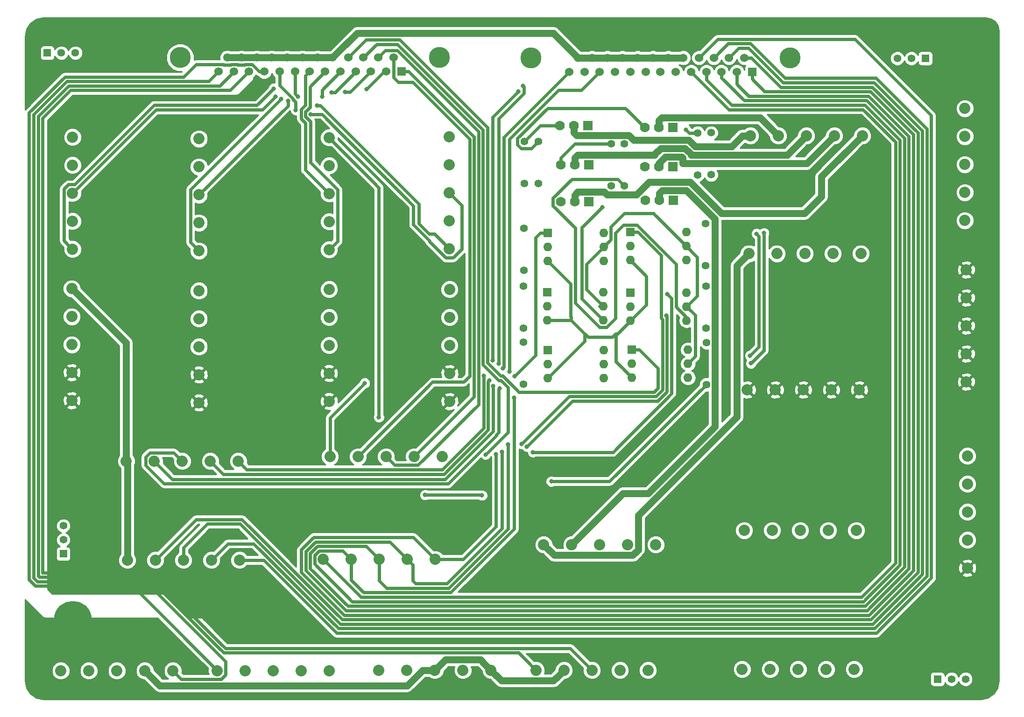
<source format=gbl>
G04 #@! TF.FileFunction,Copper,L2,Bot,Signal*
%FSLAX46Y46*%
G04 Gerber Fmt 4.6, Leading zero omitted, Abs format (unit mm)*
G04 Created by KiCad (PCBNEW 4.0.7) date 11/10/17 07:17:47*
%MOMM*%
%LPD*%
G01*
G04 APERTURE LIST*
%ADD10C,0.100000*%
%ADD11C,2.032000*%
%ADD12R,1.397000X1.397000*%
%ADD13C,1.397000*%
%ADD14C,3.810000*%
%ADD15C,1.524000*%
%ADD16R,1.524000X1.524000*%
%ADD17R,1.600000X1.600000*%
%ADD18O,1.600000X1.600000*%
%ADD19R,1.778000X1.778000*%
%ADD20C,1.778000*%
%ADD21C,6.858000*%
%ADD22C,0.825500*%
%ADD23C,0.558800*%
%ADD24C,1.270000*%
%ADD25C,0.254000*%
G04 APERTURE END LIST*
D10*
D11*
X188825000Y-99925600D03*
X188825000Y-105005600D03*
X188825000Y-110085600D03*
X188825000Y-115165600D03*
X188825000Y-120245600D03*
X264640320Y-118163780D03*
X269720320Y-118163780D03*
X274800320Y-118163780D03*
X279880320Y-118163780D03*
X284960320Y-118163780D03*
X304114200Y-87457280D03*
X304114200Y-82377280D03*
X304114200Y-77297280D03*
X304114200Y-72217280D03*
X304114200Y-67137280D03*
X265199220Y-72088400D03*
X270279220Y-72088400D03*
X275359220Y-72088400D03*
X280439220Y-72088400D03*
X285519220Y-72088400D03*
X304370740Y-116718080D03*
X304370740Y-111638080D03*
X304370740Y-106558080D03*
X304370740Y-101478080D03*
X304370740Y-96398080D03*
D12*
X296951400Y-58059320D03*
D13*
X294411400Y-58059320D03*
X291871400Y-58059320D03*
D11*
X264949580Y-93441760D03*
X270029580Y-93441760D03*
X275109580Y-93441760D03*
X280189580Y-93441760D03*
X285269580Y-93441760D03*
D14*
X272381980Y-57945020D03*
X225391980Y-57945020D03*
D15*
X232376980Y-60485020D03*
X235170980Y-60485020D03*
X237837980Y-60485020D03*
X240631980Y-60485020D03*
X243425980Y-60485020D03*
X246219980Y-60485020D03*
X248886980Y-60485020D03*
X251680980Y-60485020D03*
X254474980Y-60485020D03*
X257268980Y-60485020D03*
X259935980Y-60485020D03*
X262729980Y-60485020D03*
D16*
X265523980Y-60485020D03*
D15*
X233951780Y-57945020D03*
X236491780Y-57945020D03*
X239285780Y-57945020D03*
X242028980Y-57945020D03*
X244772180Y-57945020D03*
X247566180Y-57945020D03*
X250309380Y-57945020D03*
X253052580Y-57945020D03*
X255897380Y-57945020D03*
X258589780Y-57945020D03*
X261332980Y-57945020D03*
X264126980Y-57945020D03*
D11*
X263728900Y-168838660D03*
X268808900Y-168838660D03*
X273888900Y-168838660D03*
X278968900Y-168838660D03*
X284048900Y-168838660D03*
X304555740Y-150495800D03*
X304555740Y-145415800D03*
X304555740Y-140335800D03*
X304555740Y-135255800D03*
X304555740Y-130175800D03*
X264104800Y-143671720D03*
X269184800Y-143671720D03*
X274264800Y-143671720D03*
X279344800Y-143671720D03*
X284424800Y-143671720D03*
D12*
X299150000Y-170640000D03*
D13*
X301690000Y-170640000D03*
X304230000Y-170640000D03*
D11*
X246672780Y-169018400D03*
X241592780Y-169018400D03*
X236512780Y-169018400D03*
X231432780Y-169018400D03*
X226352780Y-169018400D03*
X227744420Y-146258920D03*
X232824420Y-146258920D03*
X237904420Y-146258920D03*
X242984420Y-146258920D03*
X248064420Y-146258920D03*
D14*
X208805780Y-57919620D03*
X161815780Y-57919620D03*
D15*
X168800780Y-60459620D03*
X171594780Y-60459620D03*
X174261780Y-60459620D03*
X177055780Y-60459620D03*
X179849780Y-60459620D03*
X182643780Y-60459620D03*
X185310780Y-60459620D03*
X188104780Y-60459620D03*
X190898780Y-60459620D03*
X193692780Y-60459620D03*
X196359780Y-60459620D03*
X199153780Y-60459620D03*
D16*
X201947780Y-60459620D03*
D15*
X170375580Y-57919620D03*
X172915580Y-57919620D03*
X175709580Y-57919620D03*
X178452780Y-57919620D03*
X181195980Y-57919620D03*
X183989980Y-57919620D03*
X186733180Y-57919620D03*
X189476380Y-57919620D03*
X192321180Y-57919620D03*
X195013580Y-57919620D03*
X197756780Y-57919620D03*
X200550780Y-57919620D03*
D11*
X142297100Y-72327840D03*
X142297100Y-77407840D03*
X142297100Y-82487840D03*
X142297100Y-87567840D03*
X142297100Y-92647840D03*
X165228220Y-72617060D03*
X165228220Y-77697060D03*
X165228220Y-82777060D03*
X165228220Y-87857060D03*
X165228220Y-92937060D03*
X210647140Y-72282960D03*
X210647140Y-77362960D03*
X210647140Y-82442960D03*
X210647140Y-87522960D03*
X210647140Y-92602960D03*
X188825000Y-72437720D03*
X188825000Y-77517720D03*
X188825000Y-82597720D03*
X188825000Y-87677720D03*
X188825000Y-92757720D03*
D12*
X137750000Y-57060000D03*
D13*
X140290000Y-57060000D03*
X142830000Y-57060000D03*
D11*
X172573240Y-149052720D03*
X167493240Y-149052720D03*
X162413240Y-149052720D03*
X157333240Y-149052720D03*
X152253240Y-149052720D03*
X160489000Y-169102540D03*
X155409000Y-169102540D03*
X150329000Y-169102540D03*
X145249000Y-169102540D03*
X140169000Y-169102540D03*
X188848100Y-169089840D03*
X183768100Y-169089840D03*
X178688100Y-169089840D03*
X173608100Y-169089840D03*
X168528100Y-169089840D03*
X218171440Y-169033640D03*
X213091440Y-169033640D03*
X208011440Y-169033640D03*
X202931440Y-169033640D03*
X197851440Y-169033640D03*
X209313280Y-130278280D03*
X204233280Y-130278280D03*
X199153280Y-130278280D03*
X194073280Y-130278280D03*
X188993280Y-130278280D03*
X172351520Y-131101640D03*
X167271520Y-131101640D03*
X162191520Y-131101640D03*
X157111520Y-131101640D03*
X152031520Y-131101640D03*
X208098480Y-148898600D03*
X203018480Y-148898600D03*
X197938480Y-148898600D03*
X192858480Y-148898600D03*
X187778480Y-148898600D03*
D12*
X140640000Y-147920000D03*
D13*
X140640000Y-145380000D03*
X140640000Y-142840000D03*
D11*
X142187880Y-99792860D03*
X142187880Y-104872860D03*
X142187880Y-109952860D03*
X142187880Y-115032860D03*
X142187880Y-120112860D03*
X165228220Y-100183680D03*
X165228220Y-105263680D03*
X165228220Y-110343680D03*
X165228220Y-115423680D03*
X165228220Y-120503680D03*
X210690320Y-99948640D03*
X210690320Y-105028640D03*
X210690320Y-110108640D03*
X210690320Y-115188640D03*
X210690320Y-120268640D03*
D13*
X224240000Y-73150000D03*
X224240000Y-80770000D03*
X226760000Y-73150000D03*
X226760000Y-80770000D03*
X239980000Y-73580000D03*
X239980000Y-81200000D03*
X242370000Y-73570000D03*
X242370000Y-81190000D03*
X258120000Y-71550000D03*
X258120000Y-79170000D03*
X255660000Y-71580000D03*
X255660000Y-79200000D03*
D17*
X228450000Y-89720000D03*
D18*
X238610000Y-94800000D03*
X228450000Y-92260000D03*
X238610000Y-92260000D03*
X228450000Y-94800000D03*
X238610000Y-89720000D03*
D17*
X243430000Y-89580000D03*
D18*
X253590000Y-94660000D03*
X243430000Y-92120000D03*
X253590000Y-92120000D03*
X243430000Y-94660000D03*
X253590000Y-89580000D03*
D17*
X228360000Y-100430000D03*
D18*
X238520000Y-105510000D03*
X228360000Y-102970000D03*
X238520000Y-102970000D03*
X228360000Y-105510000D03*
X238520000Y-100430000D03*
D17*
X243500000Y-100520000D03*
D18*
X253660000Y-105600000D03*
X243500000Y-103060000D03*
X253660000Y-103060000D03*
X243500000Y-105600000D03*
X253660000Y-100520000D03*
D17*
X228460000Y-110990000D03*
D18*
X238620000Y-116070000D03*
X228460000Y-113530000D03*
X238620000Y-113530000D03*
X228460000Y-116070000D03*
X238620000Y-110990000D03*
D17*
X243750000Y-110890000D03*
D18*
X253910000Y-115970000D03*
X243750000Y-113430000D03*
X253910000Y-113430000D03*
X243750000Y-115970000D03*
X253910000Y-110890000D03*
D19*
X235760000Y-70260000D03*
D20*
X230680000Y-70260000D03*
X233220000Y-70260000D03*
D19*
X251230000Y-83800000D03*
D20*
X246150000Y-83800000D03*
X248690000Y-83800000D03*
D19*
X235940000Y-84080000D03*
D20*
X230860000Y-84080000D03*
X233400000Y-84080000D03*
D19*
X251130000Y-70590000D03*
D20*
X246050000Y-70590000D03*
X248590000Y-70590000D03*
D19*
X251170000Y-77670000D03*
D20*
X246090000Y-77670000D03*
X248630000Y-77670000D03*
D19*
X235930000Y-77340000D03*
D20*
X230850000Y-77340000D03*
X233390000Y-77340000D03*
D21*
X142380000Y-159870000D03*
X298640500Y-161216340D03*
D13*
X224130000Y-96480000D03*
X224130000Y-88860000D03*
X257130000Y-88050000D03*
X257130000Y-95670000D03*
X224060000Y-107010000D03*
X224060000Y-99390000D03*
X257210000Y-99330000D03*
X257210000Y-106950000D03*
X224090000Y-117120000D03*
X224090000Y-109500000D03*
X257240000Y-109590000D03*
X257240000Y-117210000D03*
D22*
X197850000Y-123150000D03*
X187580000Y-65001782D03*
X181360257Y-65779330D03*
X179100000Y-65000000D03*
X191710000Y-64170000D03*
X183180000Y-65001782D03*
X186664098Y-66603976D03*
X185501644Y-68179900D03*
X182796522Y-67428348D03*
X229120000Y-134770000D03*
X216550000Y-137300000D03*
X206250000Y-137220000D03*
X195290000Y-116950000D03*
X217190000Y-129910000D03*
X189260000Y-64188971D03*
X180150000Y-65380000D03*
X220310000Y-114240000D03*
X218600000Y-117470000D03*
X223135963Y-64048240D03*
X218496150Y-112790000D03*
X216870530Y-115660000D03*
X222466150Y-115690000D03*
X222370000Y-119640000D03*
X223760000Y-127960000D03*
X221250000Y-128080000D03*
X249973840Y-104710000D03*
X224707690Y-128476921D03*
X220210000Y-129440000D03*
X250140000Y-100780000D03*
X225780000Y-129480000D03*
X219110000Y-129820000D03*
X178770000Y-63530000D03*
X195650000Y-63640000D03*
X253510000Y-70970000D03*
X224010000Y-63060000D03*
X219550000Y-113410000D03*
X217900000Y-116500000D03*
X221520000Y-114820000D03*
X219780000Y-117910000D03*
X238350000Y-85040000D03*
X265330000Y-113370000D03*
X267680000Y-89740000D03*
X265160000Y-111950000D03*
X266360000Y-89870000D03*
D23*
X246330000Y-97560000D02*
X246330000Y-102770000D01*
X244299999Y-104800001D02*
X243500000Y-105600000D01*
X246330000Y-102770000D02*
X244299999Y-104800001D01*
X243430000Y-94660000D02*
X246330000Y-97560000D01*
X235190000Y-107960000D02*
X235860000Y-108630000D01*
X235860000Y-108630000D02*
X240170000Y-108630000D01*
X240170000Y-108630000D02*
X240840000Y-107960000D01*
X232630000Y-104870000D02*
X232740000Y-104980000D01*
X232740000Y-104980000D02*
X232740000Y-105510000D01*
X228450000Y-94800000D02*
X232630000Y-98980000D01*
X232630000Y-98980000D02*
X232630000Y-104870000D01*
X228460000Y-116070000D02*
X235190000Y-109340000D01*
X235190000Y-109340000D02*
X235190000Y-107960000D01*
X240840000Y-107960000D02*
X241140000Y-107960000D01*
X240840000Y-107960000D02*
X240840000Y-113060000D01*
X240840000Y-113060000D02*
X242080000Y-114300000D01*
X242080000Y-114300000D02*
X243750000Y-115970000D01*
X241140000Y-107960000D02*
X243500000Y-105600000D01*
X232740000Y-105510000D02*
X235190000Y-107960000D01*
X228360000Y-105510000D02*
X232740000Y-105510000D01*
X135262811Y-68236677D02*
X135262811Y-152253323D01*
X170077501Y-169833553D02*
X169271813Y-170639241D01*
X170077501Y-167407501D02*
X170077501Y-169833553D01*
X161504999Y-170118539D02*
X160489000Y-169102540D01*
X155607189Y-152937189D02*
X170077501Y-167407501D01*
X141276677Y-62222811D02*
X135262811Y-68236677D01*
X167037590Y-62222810D02*
X141276677Y-62222811D01*
X169271813Y-170639241D02*
X162025701Y-170639241D01*
X168800780Y-60459620D02*
X167037590Y-62222810D01*
X135262811Y-152253323D02*
X135946677Y-152937189D01*
X162025701Y-170639241D02*
X161504999Y-170118539D01*
X135946677Y-152937189D02*
X155607189Y-152937189D01*
X155944891Y-152124379D02*
X169683323Y-165862811D01*
X223197191Y-165862811D02*
X225336781Y-168002401D01*
X225336781Y-168002401D02*
X226352780Y-169018400D01*
X136283355Y-152124379D02*
X155944891Y-152124379D01*
X136075622Y-151916646D02*
X136283355Y-152124379D01*
X169018779Y-63035621D02*
X141613355Y-63035621D01*
X171594780Y-60459620D02*
X169018779Y-63035621D01*
X169683323Y-165862811D02*
X223197191Y-165862811D01*
X136075622Y-68573354D02*
X136075622Y-151916646D01*
X141613355Y-63035621D02*
X136075622Y-68573354D01*
X170020000Y-165050000D02*
X232544380Y-165050000D01*
X156281569Y-151311569D02*
X170020000Y-165050000D01*
X136888433Y-68910031D02*
X136888433Y-151311569D01*
X170872968Y-63848432D02*
X141950032Y-63848432D01*
X136888433Y-151311569D02*
X156281569Y-151311569D01*
X141950032Y-63848432D02*
X136888433Y-68910031D01*
X174261780Y-60459620D02*
X170872968Y-63848432D01*
X235496781Y-168002401D02*
X236512780Y-169018400D01*
X232544380Y-165050000D02*
X235496781Y-168002401D01*
X247759994Y-118560000D02*
X248481567Y-117838427D01*
X217550000Y-70620000D02*
X217550000Y-113230206D01*
X245108800Y-110890000D02*
X243750000Y-110890000D01*
X248481567Y-114262767D02*
X245108800Y-110890000D01*
X248481567Y-117838427D02*
X248481567Y-114262767D01*
X219960832Y-115641038D02*
X220310830Y-115641038D01*
X217550000Y-113230206D02*
X219960832Y-115641038D01*
X201598409Y-54668409D02*
X217550000Y-70620000D01*
X195572391Y-54668409D02*
X201598409Y-54668409D01*
X192321180Y-57919620D02*
X195572391Y-54668409D01*
X220310830Y-115641038D02*
X223229792Y-118560000D01*
X223229792Y-118560000D02*
X247759994Y-118560000D01*
X197850000Y-123150000D02*
X197850000Y-81462720D01*
X197850000Y-81462720D02*
X188825000Y-72437720D01*
X200169279Y-131294279D02*
X199153280Y-130278280D01*
X204976993Y-131827681D02*
X200702681Y-131827681D01*
X215924380Y-120880294D02*
X204976993Y-131827681D01*
X200702681Y-131827681D02*
X200169279Y-131294279D01*
X215924380Y-71376028D02*
X215924380Y-120880294D01*
X199052181Y-56624219D02*
X201172571Y-56624219D01*
X201172571Y-56624219D02*
X215924380Y-71376028D01*
X197756780Y-57919620D02*
X199052181Y-56624219D01*
X215111569Y-119399991D02*
X205249279Y-129262281D01*
X215111569Y-72302609D02*
X215111569Y-119399991D01*
X203268580Y-60459620D02*
X215111569Y-72302609D01*
X201947780Y-60459620D02*
X203268580Y-60459620D01*
X205249279Y-129262281D02*
X204233280Y-130278280D01*
X187580000Y-64418066D02*
X187580000Y-65001782D01*
X187580000Y-63778400D02*
X187580000Y-64418066D01*
X181360257Y-66645023D02*
X181360257Y-66363046D01*
X190898780Y-60459620D02*
X187580000Y-63778400D01*
X181360257Y-66363046D02*
X181360257Y-65779330D01*
X165228220Y-82777060D02*
X181360257Y-66645023D01*
X157422129Y-67362811D02*
X143313099Y-81471841D01*
X176737189Y-67362811D02*
X157422129Y-67362811D01*
X143313099Y-81471841D02*
X142297100Y-82487840D01*
X179100000Y-65000000D02*
X176737189Y-67362811D01*
X196359780Y-60459620D02*
X192649400Y-64170000D01*
X192649400Y-64170000D02*
X191710000Y-64170000D01*
X185440000Y-69486546D02*
X185440000Y-76919606D01*
X184555493Y-67725747D02*
X184555493Y-68602039D01*
X188104780Y-60459620D02*
X185372381Y-63192019D01*
X185372381Y-66908859D02*
X184555493Y-67725747D01*
X185440000Y-76919606D02*
X190374401Y-81854007D01*
X190374401Y-91208319D02*
X189840999Y-91741721D01*
X190374401Y-81854007D02*
X190374401Y-91208319D01*
X185372381Y-63192019D02*
X185372381Y-66908859D01*
X189840999Y-91741721D02*
X188825000Y-92757720D01*
X184555493Y-68602039D02*
X185440000Y-69486546D01*
X182767251Y-64589033D02*
X183180000Y-65001782D01*
X182643780Y-64465562D02*
X182767251Y-64589033D01*
X182643780Y-60459620D02*
X182643780Y-64465562D01*
X207944180Y-89900000D02*
X206950000Y-89900000D01*
X205090000Y-84446162D02*
X187247814Y-66603976D01*
X206950000Y-89900000D02*
X205090000Y-88040000D01*
X205090000Y-88040000D02*
X205090000Y-84446162D01*
X210647140Y-92602960D02*
X207944180Y-89900000D01*
X187247814Y-66603976D02*
X186664098Y-66603976D01*
X179849780Y-62929780D02*
X182233849Y-65313849D01*
X179849780Y-60459620D02*
X179849780Y-62929780D01*
X182796522Y-65978608D02*
X182796522Y-66844632D01*
X182233849Y-65415935D02*
X182796522Y-65978608D01*
X182796522Y-66844632D02*
X182796522Y-67428348D01*
X182233849Y-65313849D02*
X182233849Y-65415935D01*
X187540920Y-68179900D02*
X186085360Y-68179900D01*
X212900000Y-84695820D02*
X212900000Y-92643214D01*
X207060514Y-91160000D02*
X204130000Y-88229486D01*
X207060514Y-91309448D02*
X207060514Y-91160000D01*
X211313214Y-94230000D02*
X209981066Y-94230000D01*
X209981066Y-94230000D02*
X207060514Y-91309448D01*
X204130000Y-84768980D02*
X187540920Y-68179900D01*
X210647140Y-82442960D02*
X212900000Y-84695820D01*
X186085360Y-68179900D02*
X185501644Y-68179900D01*
X204130000Y-88229486D02*
X204130000Y-84768980D01*
X212900000Y-92643214D02*
X211313214Y-94230000D01*
X184548781Y-61221619D02*
X184548781Y-66487638D01*
X183742683Y-68970731D02*
X184548781Y-69776829D01*
X184548781Y-66487638D02*
X183742683Y-67293736D01*
X185310780Y-60459620D02*
X184548781Y-61221619D01*
X183742683Y-67293736D02*
X183742683Y-68970731D01*
X187809001Y-81581721D02*
X188825000Y-82597720D01*
X184548781Y-69776829D02*
X184548781Y-78321501D01*
X184548781Y-78321501D02*
X187809001Y-81581721D01*
D24*
X250309380Y-57945020D02*
X253052580Y-57945020D01*
X247566180Y-57945020D02*
X250309380Y-57945020D01*
X244772180Y-57945020D02*
X247566180Y-57945020D01*
X242028980Y-57945020D02*
X244772180Y-57945020D01*
X239285780Y-57945020D02*
X242028980Y-57945020D01*
X236491780Y-57945020D02*
X239285780Y-57945020D01*
X233951780Y-57945020D02*
X236491780Y-57945020D01*
X172915580Y-57919620D02*
X170375580Y-57919620D01*
X175709580Y-57919620D02*
X172915580Y-57919620D01*
X178452780Y-57919620D02*
X175709580Y-57919620D01*
X181195980Y-57919620D02*
X178452780Y-57919620D01*
X183989980Y-57919620D02*
X181195980Y-57919620D01*
X186733180Y-57919620D02*
X183989980Y-57919620D01*
X189476380Y-57919620D02*
X186733180Y-57919620D01*
X233951780Y-57945020D02*
X229506759Y-53499999D01*
X229506759Y-53499999D02*
X193896001Y-53499999D01*
X193896001Y-53499999D02*
X190238379Y-57157621D01*
X190238379Y-57157621D02*
X189476380Y-57919620D01*
D23*
X229120000Y-134770000D02*
X239680000Y-134770000D01*
X239680000Y-134770000D02*
X257240000Y-117210000D01*
X206250000Y-137220000D02*
X216470000Y-137220000D01*
X216470000Y-137220000D02*
X216550000Y-137300000D01*
X195290000Y-116950000D02*
X188993280Y-123246720D01*
X188993280Y-123246720D02*
X188993280Y-130278280D01*
D24*
X208011440Y-169033640D02*
X205750842Y-169033640D01*
X156424999Y-170118539D02*
X155409000Y-169102540D01*
X205750842Y-169033640D02*
X202976831Y-171807651D01*
X202976831Y-171807651D02*
X158114111Y-171807651D01*
X158114111Y-171807651D02*
X156424999Y-170118539D01*
X218171440Y-169033640D02*
X220061201Y-170923401D01*
X220061201Y-170923401D02*
X229527779Y-170923401D01*
X229527779Y-170923401D02*
X230416781Y-170034399D01*
X230416781Y-170034399D02*
X231432780Y-169018400D01*
X208011440Y-169033640D02*
X209916441Y-167128639D01*
X209916441Y-167128639D02*
X216266439Y-167128639D01*
X216266439Y-167128639D02*
X217155441Y-168017641D01*
X217155441Y-168017641D02*
X218171440Y-169033640D01*
X152031520Y-131101640D02*
X152031520Y-109636500D01*
X152031520Y-109636500D02*
X142187880Y-99792860D01*
X152253240Y-149052720D02*
X152253240Y-131323360D01*
X152253240Y-131323360D02*
X152031520Y-131101640D01*
D23*
X195089279Y-129262281D02*
X194073280Y-130278280D01*
X200550780Y-57919620D02*
X200550780Y-61546742D01*
X207601046Y-116750514D02*
X195089279Y-129262281D01*
X214298760Y-72668760D02*
X214298760Y-115670514D01*
X201394038Y-62390000D02*
X204020000Y-62390000D01*
X200550780Y-61546742D02*
X201394038Y-62390000D01*
X214298760Y-115670514D02*
X213218760Y-116750514D01*
X204020000Y-62390000D02*
X214298760Y-72668760D01*
X213218760Y-116750514D02*
X207601046Y-116750514D01*
X217602749Y-129497251D02*
X217190000Y-129910000D01*
X221257189Y-125842811D02*
X217602749Y-129497251D01*
X219624155Y-116453849D02*
X219974153Y-116453849D01*
X216737189Y-113566883D02*
X219624155Y-116453849D01*
X219974153Y-116453849D02*
X221257189Y-117736885D01*
X216737189Y-71039349D02*
X216737189Y-113566883D01*
X197451980Y-55481220D02*
X201179060Y-55481220D01*
X195013580Y-57919620D02*
X197451980Y-55481220D01*
X201179060Y-55481220D02*
X216737189Y-71039349D01*
X221257189Y-117736885D02*
X221257189Y-125842811D01*
X189843716Y-64188971D02*
X189260000Y-64188971D01*
X193692780Y-60459620D02*
X189963429Y-64188971D01*
X189963429Y-64188971D02*
X189843716Y-64188971D01*
X180150000Y-65380000D02*
X163678819Y-81851181D01*
X163678819Y-81851181D02*
X163678819Y-91387659D01*
X163678819Y-91387659D02*
X164212221Y-91921061D01*
X164212221Y-91921061D02*
X165228220Y-92937060D01*
X157111520Y-131101640D02*
X160399880Y-134390000D01*
X160399880Y-134390000D02*
X209880000Y-134390000D01*
X209880000Y-134390000D02*
X218600000Y-125670000D01*
X218600000Y-125670000D02*
X218600000Y-118053716D01*
X218600000Y-118053716D02*
X218600000Y-117470000D01*
X220510000Y-114040000D02*
X220310000Y-114240000D01*
X220510000Y-72352000D02*
X220510000Y-114040000D01*
X232376980Y-60485020D02*
X220510000Y-72352000D01*
X222723214Y-64460989D02*
X223135963Y-64048240D01*
X218496150Y-68688053D02*
X222723214Y-64460989D01*
X218496150Y-112790000D02*
X218496150Y-68688053D01*
X216870530Y-116243716D02*
X216870530Y-115660000D01*
X216841039Y-116273207D02*
X216870530Y-116243716D01*
X209330534Y-132640490D02*
X216841038Y-125129986D01*
X173890370Y-132640490D02*
X209330534Y-132640490D01*
X216841038Y-125129986D02*
X216841039Y-116273207D01*
X172351520Y-131101640D02*
X173890370Y-132640490D01*
X188794479Y-149914599D02*
X187778480Y-148898600D01*
X285369999Y-155759999D02*
X194639879Y-155759999D01*
X291517189Y-149612809D02*
X285369999Y-155759999D01*
X291517189Y-73186677D02*
X291517189Y-149612809D01*
X194639879Y-155759999D02*
X188794479Y-149914599D01*
X285663323Y-67332811D02*
X291517189Y-73186677D01*
X261322771Y-67332811D02*
X285663323Y-67332811D01*
X254474980Y-60485020D02*
X261322771Y-67332811D01*
X257268980Y-61978980D02*
X257268980Y-60485020D01*
X261810000Y-66520000D02*
X257268980Y-61978980D01*
X286000000Y-66520000D02*
X261810000Y-66520000D01*
X292330000Y-72850000D02*
X286000000Y-66520000D01*
X186229079Y-148154887D02*
X186229079Y-149778565D01*
X187034767Y-147349199D02*
X186229079Y-148154887D01*
X192858480Y-148898600D02*
X191309079Y-147349199D01*
X191309079Y-147349199D02*
X187034767Y-147349199D01*
X292330000Y-149949486D02*
X292330000Y-72850000D01*
X285706676Y-156572810D02*
X292330000Y-149949486D01*
X186229079Y-149778565D02*
X193023324Y-156572810D01*
X193023324Y-156572810D02*
X285706676Y-156572810D01*
X222466150Y-115690000D02*
X226260000Y-111896150D01*
X227091200Y-89720000D02*
X228450000Y-89720000D01*
X226260000Y-111896150D02*
X226260000Y-90551200D01*
X226260000Y-90551200D02*
X227091200Y-89720000D01*
X210832811Y-154947189D02*
X222370000Y-143410000D01*
X222370000Y-143410000D02*
X222370000Y-119640000D01*
X195090000Y-154947189D02*
X210832811Y-154947189D01*
X192858480Y-152715669D02*
X195090000Y-154947189D01*
X192858480Y-148898600D02*
X192858480Y-152715669D01*
X185416271Y-150597807D02*
X185416271Y-147818213D01*
X286043347Y-157385619D02*
X192204083Y-157385619D01*
X293142809Y-150286157D02*
X286043347Y-157385619D01*
X259935980Y-61562650D02*
X264080520Y-65707190D01*
X195576271Y-146536391D02*
X196922481Y-147882601D01*
X259935980Y-60485020D02*
X259935980Y-61562650D01*
X192204083Y-157385619D02*
X185416271Y-150597807D01*
X286336676Y-65707190D02*
X293142809Y-72513323D01*
X293142809Y-72513323D02*
X293142809Y-150286157D01*
X185416271Y-147818213D02*
X186698093Y-146536391D01*
X186698093Y-146536391D02*
X195576271Y-146536391D01*
X264080520Y-65707190D02*
X286336676Y-65707190D01*
X196922481Y-147882601D02*
X197938480Y-148898600D01*
X249294378Y-105430844D02*
X249027688Y-105164154D01*
X249294378Y-118175104D02*
X249294378Y-105430844D01*
X249027688Y-93818888D02*
X244788800Y-89580000D01*
X248096673Y-119372809D02*
X249294378Y-118175104D01*
X232347190Y-119372810D02*
X248096673Y-119372809D01*
X223760000Y-127960000D02*
X232347190Y-119372810D01*
X249027688Y-105164154D02*
X249027688Y-93818888D01*
X244788800Y-89580000D02*
X243430000Y-89580000D01*
X210485621Y-154134379D02*
X221250000Y-143370000D01*
X221250000Y-143370000D02*
X221250000Y-128080000D01*
X199274379Y-154134379D02*
X210485621Y-154134379D01*
X197938480Y-152798480D02*
X199274379Y-154134379D01*
X197938480Y-148898600D02*
X197938480Y-152798480D01*
X286380024Y-158198430D02*
X293955620Y-150622834D01*
X199843460Y-145723580D02*
X186361416Y-145723580D01*
X186361416Y-145723580D02*
X184603460Y-147481536D01*
X293955620Y-150622834D02*
X293955620Y-72235620D01*
X191867406Y-158198430D02*
X286380024Y-158198430D01*
X184603460Y-147481536D02*
X184603460Y-150934484D01*
X184603460Y-150934484D02*
X191867406Y-158198430D01*
X203018480Y-148898600D02*
X199843460Y-145723580D01*
X224707690Y-128476921D02*
X232998991Y-120185620D01*
X250107189Y-104843349D02*
X249973840Y-104710000D01*
X248433351Y-120185619D02*
X250107189Y-118511781D01*
X232998991Y-120185620D02*
X248433351Y-120185619D01*
X250107189Y-118511781D02*
X250107189Y-104843349D01*
X220185257Y-143285257D02*
X220210000Y-143260514D01*
X220210000Y-143260514D02*
X220210000Y-129440000D01*
X210148945Y-153321569D02*
X220185257Y-143285257D01*
X204551569Y-153321569D02*
X210148945Y-153321569D01*
X203018480Y-148898600D02*
X204034479Y-149914599D01*
X204034479Y-149914599D02*
X204034479Y-152804479D01*
X204034479Y-152804479D02*
X204551569Y-153321569D01*
X264904380Y-64894380D02*
X262729980Y-62719980D01*
X262729980Y-62719980D02*
X262729980Y-60485020D01*
X286673352Y-64894380D02*
X264904380Y-64894380D01*
X293955620Y-72235620D02*
X293955620Y-72176648D01*
X293955620Y-72176648D02*
X286673352Y-64894380D01*
X293955620Y-72235620D02*
X293940000Y-72220000D01*
X191539487Y-159019999D02*
X183790649Y-151271161D01*
X267799731Y-64081571D02*
X287010027Y-64081571D01*
X186024739Y-144910769D02*
X204110649Y-144910769D01*
X207082481Y-147882601D02*
X208098480Y-148898600D01*
X183790649Y-147144859D02*
X186024739Y-144910769D01*
X286707943Y-159019999D02*
X191539487Y-159019999D01*
X294768427Y-71839971D02*
X294768427Y-150959515D01*
X287010027Y-64081571D02*
X294768427Y-71839971D01*
X265523980Y-60485020D02*
X265523980Y-61805820D01*
X265523980Y-61805820D02*
X267799731Y-64081571D01*
X294768427Y-150959515D02*
X286707943Y-159019999D01*
X204110649Y-144910769D02*
X207082481Y-147882601D01*
X183790649Y-151271161D02*
X183790649Y-147144859D01*
X250552749Y-101192749D02*
X250140000Y-100780000D01*
X250942749Y-101582749D02*
X250552749Y-101192749D01*
X250942749Y-118825709D02*
X250942749Y-101582749D01*
X225780000Y-129480000D02*
X240288458Y-129480000D01*
X240288458Y-129480000D02*
X250942749Y-118825709D01*
X213158590Y-148898600D02*
X219110000Y-142947190D01*
X219110000Y-142947190D02*
X219110000Y-129820000D01*
X208098480Y-148898600D02*
X213158590Y-148898600D01*
X255897380Y-57945020D02*
X259298020Y-54544380D01*
X259298020Y-54544380D02*
X284148186Y-54544380D01*
X284148186Y-54544380D02*
X298019668Y-68415862D01*
X288054648Y-162271240D02*
X190192782Y-162271240D01*
X298019668Y-68415862D02*
X298019668Y-152306220D01*
X298019668Y-152306220D02*
X288054648Y-162271240D01*
X190192782Y-162271240D02*
X176974262Y-149052720D01*
X176974262Y-149052720D02*
X172573240Y-149052720D01*
X288020056Y-61643140D02*
X271465194Y-61643140D01*
X271465194Y-61643140D02*
X265179244Y-55357190D01*
X261177610Y-55357190D02*
X259351779Y-57183021D01*
X265179244Y-55357190D02*
X261177610Y-55357190D01*
X259351779Y-57183021D02*
X258589780Y-57945020D01*
X297206858Y-151969544D02*
X297206858Y-70829942D01*
X297206858Y-70829942D02*
X288020056Y-61643140D01*
X287717972Y-161458430D02*
X297206858Y-151969544D01*
X175131028Y-146060000D02*
X190529458Y-161458430D01*
X190529458Y-161458430D02*
X287717972Y-161458430D01*
X170485960Y-146060000D02*
X175131028Y-146060000D01*
X167493240Y-149052720D02*
X170485960Y-146060000D01*
X162413240Y-149052720D02*
X162413240Y-146799570D01*
X162413240Y-146799570D02*
X166730000Y-142482810D01*
X287381296Y-160645620D02*
X296394048Y-151632868D01*
X166730000Y-142482810D02*
X172703324Y-142482810D01*
X172703324Y-142482810D02*
X190866134Y-160645620D01*
X190866134Y-160645620D02*
X287381296Y-160645620D01*
X296394048Y-151632868D02*
X296394048Y-71166618D01*
X271128518Y-62455950D02*
X264842568Y-56170000D01*
X296394048Y-71166618D02*
X287683380Y-62455950D01*
X287683380Y-62455950D02*
X271128518Y-62455950D01*
X264842568Y-56170000D02*
X263108000Y-56170000D01*
X263108000Y-56170000D02*
X261332980Y-57945020D01*
X264126980Y-57945020D02*
X265395020Y-57945020D01*
X265395020Y-57945020D02*
X270718760Y-63268760D01*
X270718760Y-63268760D02*
X287346704Y-63268760D01*
X287346704Y-63268760D02*
X295581238Y-71503294D01*
X157333240Y-149036760D02*
X157333240Y-149052720D01*
X295581238Y-71503294D02*
X295581238Y-151296192D01*
X164700000Y-141670000D02*
X157333240Y-149036760D01*
X295581238Y-151296192D02*
X287044620Y-159832810D01*
X287044620Y-159832810D02*
X191202810Y-159832810D01*
X191202810Y-159832810D02*
X173040000Y-141670000D01*
X173040000Y-141670000D02*
X164700000Y-141670000D01*
X238610000Y-92260000D02*
X239943401Y-90926599D01*
X239943401Y-88586599D02*
X242330000Y-86200000D01*
X239943401Y-90926599D02*
X239943401Y-88586599D01*
X242330000Y-86200000D02*
X247700000Y-86200000D01*
X247700000Y-86200000D02*
X247700000Y-86230000D01*
X247700000Y-86230000D02*
X253590000Y-92120000D01*
X253660000Y-103060000D02*
X255550000Y-101170000D01*
X255550000Y-101170000D02*
X255550000Y-94080000D01*
X255550000Y-94080000D02*
X254389999Y-92919999D01*
X254389999Y-92919999D02*
X253590000Y-92120000D01*
X253910000Y-113430000D02*
X255243401Y-112096599D01*
X255243401Y-112096599D02*
X255243401Y-104643401D01*
X255243401Y-104643401D02*
X254459999Y-103859999D01*
X254459999Y-103859999D02*
X253660000Y-103060000D01*
X238520000Y-102970000D02*
X237880000Y-102970000D01*
D24*
X227744420Y-146258920D02*
X229649421Y-148163921D01*
X229649421Y-148163921D02*
X243898821Y-148163921D01*
X243898821Y-148163921D02*
X244889421Y-147173321D01*
X244889421Y-140945355D02*
X262735319Y-123099457D01*
X244889421Y-147173321D02*
X244889421Y-140945355D01*
X262735319Y-123099457D02*
X262735319Y-95656021D01*
X262735319Y-95656021D02*
X263933581Y-94457759D01*
X263933581Y-94457759D02*
X264949580Y-93441760D01*
D23*
X238520000Y-102970000D02*
X235490000Y-99940000D01*
X235490000Y-99940000D02*
X235490000Y-95380000D01*
X235490000Y-95380000D02*
X237810001Y-93059999D01*
X237810001Y-93059999D02*
X238610000Y-92260000D01*
X178770000Y-63530000D02*
X175750000Y-66550000D01*
X175750000Y-66550000D02*
X157085451Y-66550003D01*
X142697015Y-80938439D02*
X141553387Y-80938439D01*
X140747699Y-91098439D02*
X141281101Y-91631841D01*
X157085451Y-66550003D02*
X142697015Y-80938439D01*
X141553387Y-80938439D02*
X140747699Y-81744127D01*
X140747699Y-81744127D02*
X140747699Y-91098439D01*
X141281101Y-91631841D02*
X142297100Y-92647840D01*
X199153780Y-60459620D02*
X198830380Y-60459620D01*
X198830380Y-60459620D02*
X195650000Y-63640000D01*
D24*
X232824420Y-146258920D02*
X242105839Y-136977501D01*
X258827501Y-124852001D02*
X258827501Y-87207501D01*
X242105839Y-136977501D02*
X246702001Y-136977501D01*
X246702001Y-136977501D02*
X258827501Y-124852001D01*
X258827501Y-87207501D02*
X253641999Y-82021999D01*
X253641999Y-82021999D02*
X249210766Y-82021999D01*
X249210766Y-82021999D02*
X248690000Y-82542765D01*
X248690000Y-82542765D02*
X248690000Y-83800000D01*
X265199220Y-72088400D02*
X263762380Y-72088400D01*
X263762380Y-72088400D02*
X261812791Y-74037989D01*
X261812791Y-74037989D02*
X255226742Y-74037989D01*
X244076022Y-72843978D02*
X243214543Y-71982499D01*
X255226742Y-74037989D02*
X254032732Y-72843978D01*
X237360201Y-72038001D02*
X233740766Y-72038001D01*
X254032732Y-72843978D02*
X244076022Y-72843978D01*
X243214543Y-71982499D02*
X237415703Y-71982499D01*
X237415703Y-71982499D02*
X237360201Y-72038001D01*
X233740766Y-72038001D02*
X233220000Y-71517235D01*
X233220000Y-71517235D02*
X233220000Y-70260000D01*
X248590000Y-70590000D02*
X248590000Y-69332765D01*
X248590000Y-69332765D02*
X249110766Y-68811999D01*
X249110766Y-68811999D02*
X267002819Y-68811999D01*
X267002819Y-68811999D02*
X269263221Y-71072401D01*
X269263221Y-71072401D02*
X270279220Y-72088400D01*
X271885621Y-75561999D02*
X254472012Y-75561999D01*
X247867988Y-75438533D02*
X247867988Y-75561999D01*
X275359220Y-72088400D02*
X271885621Y-75561999D01*
X248938533Y-74367988D02*
X247867988Y-75438533D01*
X253401467Y-74367988D02*
X248938533Y-74367988D01*
X233910766Y-75561999D02*
X233390000Y-76082765D01*
X254472012Y-75438533D02*
X253401467Y-74367988D01*
X254472012Y-75561999D02*
X254472012Y-75438533D01*
X247867988Y-75561999D02*
X233910766Y-75561999D01*
X233390000Y-76082765D02*
X233390000Y-77340000D01*
X249824011Y-75891999D02*
X248630000Y-77086010D01*
X252770201Y-75891999D02*
X249824011Y-75891999D01*
X252948001Y-76069799D02*
X252770201Y-75891999D01*
X280439220Y-72088400D02*
X275441610Y-77086010D01*
X248630000Y-77086010D02*
X248630000Y-77670000D01*
X275441610Y-77086010D02*
X252948001Y-77086010D01*
X252948001Y-77086010D02*
X252948001Y-76069799D01*
X233400000Y-84080000D02*
X233400000Y-82822765D01*
X238732497Y-82301999D02*
X239217999Y-82787501D01*
X254273264Y-80497989D02*
X259955275Y-86180000D01*
X275000000Y-86180000D02*
X278100000Y-83080000D01*
X233400000Y-82822765D02*
X233920766Y-82301999D01*
X233920766Y-82301999D02*
X238732497Y-82301999D01*
X239217999Y-82787501D02*
X244531057Y-82787501D01*
X244531057Y-82787501D02*
X246820569Y-80497989D01*
X278100000Y-79507620D02*
X285519220Y-72088400D01*
X246820569Y-80497989D02*
X254273264Y-80497989D01*
X259955275Y-86180000D02*
X275000000Y-86180000D01*
X278100000Y-83080000D02*
X278100000Y-79507620D01*
D23*
X230680000Y-70260000D02*
X227130000Y-70260000D01*
X227130000Y-70260000D02*
X224240000Y-73150000D01*
X246050000Y-70590000D02*
X242530000Y-67070000D01*
X223008099Y-73741313D02*
X223648687Y-74381901D01*
X242530000Y-67070000D02*
X228496786Y-67070000D01*
X225528099Y-74381901D02*
X226061501Y-73848499D01*
X228496786Y-67070000D02*
X223008099Y-72558687D01*
X223008099Y-72558687D02*
X223008099Y-73741313D01*
X223648687Y-74381901D02*
X225528099Y-74381901D01*
X226061501Y-73848499D02*
X226760000Y-73150000D01*
X239980000Y-73580000D02*
X233352765Y-73580000D01*
X233352765Y-73580000D02*
X230850000Y-76082765D01*
X230850000Y-76082765D02*
X230850000Y-77340000D01*
X255660000Y-71580000D02*
X254120000Y-71580000D01*
X254120000Y-71580000D02*
X253510000Y-70970000D01*
X173537373Y-59215021D02*
X172293787Y-59215021D01*
X171048175Y-59164219D02*
X170997373Y-59215021D01*
X162460000Y-61410000D02*
X140940000Y-61410000D01*
X173588175Y-59164219D02*
X173537373Y-59215021D01*
X134450000Y-152590000D02*
X135610000Y-153750000D01*
X176178974Y-60459620D02*
X174883573Y-59164219D01*
X177055780Y-60459620D02*
X176178974Y-60459620D01*
X153188260Y-153750000D02*
X162230000Y-162791740D01*
X164705781Y-59164219D02*
X162460000Y-61410000D01*
X134450000Y-67900000D02*
X134450000Y-152590000D01*
X135610000Y-153750000D02*
X153188260Y-153750000D01*
X172293787Y-59215021D02*
X172242985Y-59164219D01*
X174883573Y-59164219D02*
X173588175Y-59164219D01*
X172242985Y-59164219D02*
X171048175Y-59164219D01*
X170997373Y-59215021D02*
X169753787Y-59215021D01*
X169753787Y-59215021D02*
X169702985Y-59164219D01*
X162230000Y-162791740D02*
X168528100Y-169089840D01*
X169702985Y-59164219D02*
X164705781Y-59164219D01*
X140940000Y-61410000D02*
X134450000Y-67900000D01*
X217653849Y-116746151D02*
X217900000Y-116500000D01*
X217653849Y-125466663D02*
X217653849Y-116746151D01*
X169623181Y-133453301D02*
X209667211Y-133453301D01*
X167271520Y-131101640D02*
X169623181Y-133453301D01*
X209667211Y-133453301D02*
X217653849Y-125466663D01*
X219550000Y-69010000D02*
X224146151Y-64413849D01*
X219550000Y-113410000D02*
X219550000Y-69010000D01*
X224146151Y-64413849D02*
X224146151Y-63196151D01*
X224146151Y-63196151D02*
X224010000Y-63060000D01*
X230420000Y-63770000D02*
X234553000Y-63770000D01*
X234553000Y-63770000D02*
X237837980Y-60485020D01*
X221520000Y-72670000D02*
X230420000Y-63770000D01*
X221520000Y-114820000D02*
X221520000Y-72670000D01*
X219560000Y-125859486D02*
X219560000Y-118130000D01*
X219560000Y-118130000D02*
X219780000Y-117910000D01*
X219130000Y-126490000D02*
X219130000Y-126289486D01*
X219130000Y-126289486D02*
X219560000Y-125859486D01*
X162191520Y-131101640D02*
X160642119Y-129552239D01*
X160642119Y-129552239D02*
X156367807Y-129552239D01*
X156367807Y-129552239D02*
X155562119Y-130357927D01*
X155562119Y-130357927D02*
X155562119Y-131845353D01*
X155562119Y-131845353D02*
X158919576Y-135202810D01*
X158919576Y-135202810D02*
X210417190Y-135202810D01*
X210417190Y-135202810D02*
X219130000Y-126490000D01*
X238350000Y-85040000D02*
X234677190Y-88712810D01*
X234677190Y-88712810D02*
X234677190Y-101667190D01*
X234677190Y-101667190D02*
X237720001Y-104710001D01*
X237720001Y-104710001D02*
X238520000Y-105510000D01*
X253660000Y-105600000D02*
X253660000Y-105033434D01*
X253660000Y-105033434D02*
X251755559Y-103128993D01*
X242203279Y-88246599D02*
X240756211Y-89693667D01*
X251755559Y-103128993D02*
X251755559Y-95397273D01*
X251755559Y-95397273D02*
X244604885Y-88246599D01*
X244604885Y-88246599D02*
X242203279Y-88246599D01*
X229437599Y-84762753D02*
X229437599Y-83397247D01*
X241148099Y-79968099D02*
X241671501Y-80491501D01*
X240756211Y-89693667D02*
X240756211Y-105247223D01*
X240756211Y-105247223D02*
X239160033Y-106843401D01*
X239160033Y-106843401D02*
X237879967Y-106843401D01*
X233442810Y-102406244D02*
X233442810Y-88767964D01*
X237879967Y-106843401D02*
X233442810Y-102406244D01*
X233442810Y-88767964D02*
X229437599Y-84762753D01*
X229437599Y-83397247D02*
X232866747Y-79968099D01*
X232866747Y-79968099D02*
X241148099Y-79968099D01*
X241671501Y-80491501D02*
X242370000Y-81190000D01*
X267680000Y-89740000D02*
X267680000Y-111020000D01*
X267680000Y-111020000D02*
X265330000Y-113370000D01*
X265572749Y-111537251D02*
X265160000Y-111950000D01*
X266772749Y-110337251D02*
X265572749Y-111537251D01*
X266360000Y-89870000D02*
X266772749Y-90282749D01*
X266772749Y-90282749D02*
X266772749Y-110337251D01*
D25*
G36*
X308871023Y-50897167D02*
X309609439Y-51390561D01*
X310102833Y-52128977D01*
X310290000Y-53069931D01*
X310290000Y-170930069D01*
X310026712Y-172253705D01*
X309316546Y-173316546D01*
X308253707Y-174026712D01*
X306930069Y-174290000D01*
X137069931Y-174290000D01*
X135746295Y-174026712D01*
X134683454Y-173316546D01*
X133973288Y-172253707D01*
X133710000Y-170930069D01*
X133710000Y-169429503D01*
X138517714Y-169429503D01*
X138768534Y-170036535D01*
X139232563Y-170501374D01*
X139839155Y-170753253D01*
X140495963Y-170753826D01*
X141102995Y-170503006D01*
X141567834Y-170038977D01*
X141819713Y-169432385D01*
X141819715Y-169429503D01*
X143597714Y-169429503D01*
X143848534Y-170036535D01*
X144312563Y-170501374D01*
X144919155Y-170753253D01*
X145575963Y-170753826D01*
X146182995Y-170503006D01*
X146647834Y-170038977D01*
X146899713Y-169432385D01*
X146899715Y-169429503D01*
X148677714Y-169429503D01*
X148928534Y-170036535D01*
X149392563Y-170501374D01*
X149999155Y-170753253D01*
X150655963Y-170753826D01*
X151262995Y-170503006D01*
X151727834Y-170038977D01*
X151979713Y-169432385D01*
X151980286Y-168775577D01*
X151729466Y-168168545D01*
X151265437Y-167703706D01*
X150658845Y-167451827D01*
X150002037Y-167451254D01*
X149395005Y-167702074D01*
X148930166Y-168166103D01*
X148678287Y-168772695D01*
X148677714Y-169429503D01*
X146899715Y-169429503D01*
X146900286Y-168775577D01*
X146649466Y-168168545D01*
X146185437Y-167703706D01*
X145578845Y-167451827D01*
X144922037Y-167451254D01*
X144315005Y-167702074D01*
X143850166Y-168166103D01*
X143598287Y-168772695D01*
X143597714Y-169429503D01*
X141819715Y-169429503D01*
X141820286Y-168775577D01*
X141569466Y-168168545D01*
X141105437Y-167703706D01*
X140498845Y-167451827D01*
X139842037Y-167451254D01*
X139235005Y-167702074D01*
X138770166Y-168166103D01*
X138518287Y-168772695D01*
X138517714Y-169429503D01*
X133710000Y-169429503D01*
X133710000Y-156196762D01*
X133727454Y-156222884D01*
X133803422Y-156336578D01*
X136753422Y-159286578D01*
X137050074Y-159484795D01*
X137400000Y-159554400D01*
X157699504Y-159554400D01*
X166885518Y-168740414D01*
X166877387Y-168759995D01*
X166876814Y-169416803D01*
X167004092Y-169724841D01*
X162404457Y-169724841D01*
X162151580Y-169471964D01*
X162151578Y-169471961D01*
X162131582Y-169451965D01*
X162139713Y-169432385D01*
X162140286Y-168775577D01*
X161889466Y-168168545D01*
X161425437Y-167703706D01*
X160818845Y-167451827D01*
X160162037Y-167451254D01*
X159555005Y-167702074D01*
X159090166Y-168166103D01*
X158838287Y-168772695D01*
X158837714Y-169429503D01*
X159088534Y-170036535D01*
X159552563Y-170501374D01*
X159639928Y-170537651D01*
X158640163Y-170537651D01*
X157323025Y-169220513D01*
X157323022Y-169220511D01*
X157060127Y-168957616D01*
X157060286Y-168775577D01*
X156809466Y-168168545D01*
X156345437Y-167703706D01*
X155738845Y-167451827D01*
X155082037Y-167451254D01*
X154475005Y-167702074D01*
X154010166Y-168166103D01*
X153758287Y-168772695D01*
X153757714Y-169429503D01*
X154008534Y-170036535D01*
X154472563Y-170501374D01*
X155079155Y-170753253D01*
X155263823Y-170753414D01*
X155526971Y-171016562D01*
X155526973Y-171016565D01*
X157216085Y-172705677D01*
X157628103Y-172980978D01*
X158114111Y-173077651D01*
X202976826Y-173077651D01*
X202976831Y-173077652D01*
X203462839Y-172980978D01*
X203874857Y-172705677D01*
X206276894Y-170303640D01*
X206946393Y-170303640D01*
X207075003Y-170432474D01*
X207681595Y-170684353D01*
X208338403Y-170684926D01*
X208945435Y-170434106D01*
X209410274Y-169970077D01*
X209662153Y-169363485D01*
X209662314Y-169178818D01*
X210442492Y-168398639D01*
X211567439Y-168398639D01*
X211440727Y-168703795D01*
X211440154Y-169360603D01*
X211690974Y-169967635D01*
X212155003Y-170432474D01*
X212761595Y-170684353D01*
X213418403Y-170684926D01*
X214025435Y-170434106D01*
X214490274Y-169970077D01*
X214742153Y-169363485D01*
X214742726Y-168706677D01*
X214615448Y-168398639D01*
X215740387Y-168398639D01*
X216257413Y-168915664D01*
X216257415Y-168915667D01*
X216520313Y-169178565D01*
X216520154Y-169360603D01*
X216770974Y-169967635D01*
X217235003Y-170432474D01*
X217841595Y-170684353D01*
X218026263Y-170684514D01*
X219163173Y-171821424D01*
X219163175Y-171821427D01*
X219341218Y-171940391D01*
X219575193Y-172096728D01*
X220061201Y-172193402D01*
X220061206Y-172193401D01*
X229527774Y-172193401D01*
X229527779Y-172193402D01*
X230013787Y-172096728D01*
X230425805Y-171821427D01*
X231314804Y-170932427D01*
X231314807Y-170932425D01*
X231577705Y-170669527D01*
X231759743Y-170669686D01*
X232366775Y-170418866D01*
X232831614Y-169954837D01*
X233083493Y-169348245D01*
X233084066Y-168691437D01*
X232833246Y-168084405D01*
X232369217Y-167619566D01*
X231762625Y-167367687D01*
X231105817Y-167367114D01*
X230498785Y-167617934D01*
X230033946Y-168081963D01*
X229782067Y-168688555D01*
X229781906Y-168873222D01*
X229518755Y-169136373D01*
X229518753Y-169136376D01*
X229001727Y-169653401D01*
X227876781Y-169653401D01*
X228003493Y-169348245D01*
X228004066Y-168691437D01*
X227753246Y-168084405D01*
X227289217Y-167619566D01*
X226682625Y-167367687D01*
X226025817Y-167367114D01*
X226003763Y-167376227D01*
X225983361Y-167355825D01*
X225983359Y-167355822D01*
X224591936Y-165964400D01*
X232165624Y-165964400D01*
X234870198Y-168668974D01*
X234862067Y-168688555D01*
X234861494Y-169345363D01*
X235112314Y-169952395D01*
X235576343Y-170417234D01*
X236182935Y-170669113D01*
X236839743Y-170669686D01*
X237446775Y-170418866D01*
X237911614Y-169954837D01*
X238163493Y-169348245D01*
X238163495Y-169345363D01*
X239941494Y-169345363D01*
X240192314Y-169952395D01*
X240656343Y-170417234D01*
X241262935Y-170669113D01*
X241919743Y-170669686D01*
X242526775Y-170418866D01*
X242991614Y-169954837D01*
X243243493Y-169348245D01*
X243243495Y-169345363D01*
X245021494Y-169345363D01*
X245272314Y-169952395D01*
X245736343Y-170417234D01*
X246342935Y-170669113D01*
X246999743Y-170669686D01*
X247606775Y-170418866D01*
X248071614Y-169954837D01*
X248323493Y-169348245D01*
X248323652Y-169165623D01*
X262077614Y-169165623D01*
X262328434Y-169772655D01*
X262792463Y-170237494D01*
X263399055Y-170489373D01*
X264055863Y-170489946D01*
X264662895Y-170239126D01*
X265127734Y-169775097D01*
X265379613Y-169168505D01*
X265379615Y-169165623D01*
X267157614Y-169165623D01*
X267408434Y-169772655D01*
X267872463Y-170237494D01*
X268479055Y-170489373D01*
X269135863Y-170489946D01*
X269742895Y-170239126D01*
X270207734Y-169775097D01*
X270459613Y-169168505D01*
X270459615Y-169165623D01*
X272237614Y-169165623D01*
X272488434Y-169772655D01*
X272952463Y-170237494D01*
X273559055Y-170489373D01*
X274215863Y-170489946D01*
X274822895Y-170239126D01*
X275287734Y-169775097D01*
X275539613Y-169168505D01*
X275539615Y-169165623D01*
X277317614Y-169165623D01*
X277568434Y-169772655D01*
X278032463Y-170237494D01*
X278639055Y-170489373D01*
X279295863Y-170489946D01*
X279902895Y-170239126D01*
X280367734Y-169775097D01*
X280619613Y-169168505D01*
X280619615Y-169165623D01*
X282397614Y-169165623D01*
X282648434Y-169772655D01*
X283112463Y-170237494D01*
X283719055Y-170489373D01*
X284375863Y-170489946D01*
X284982895Y-170239126D01*
X285281040Y-169941500D01*
X297804060Y-169941500D01*
X297804060Y-171338500D01*
X297848338Y-171573817D01*
X297987410Y-171789941D01*
X298199610Y-171934931D01*
X298451500Y-171985940D01*
X299848500Y-171985940D01*
X300083817Y-171941662D01*
X300299941Y-171802590D01*
X300444931Y-171590390D01*
X300495940Y-171338500D01*
X300495940Y-171242116D01*
X300558854Y-171394380D01*
X300933647Y-171769827D01*
X301423587Y-171973268D01*
X301954086Y-171973731D01*
X302444380Y-171771146D01*
X302819827Y-171396353D01*
X302960094Y-171058554D01*
X303098854Y-171394380D01*
X303473647Y-171769827D01*
X303963587Y-171973268D01*
X304494086Y-171973731D01*
X304984380Y-171771146D01*
X305359827Y-171396353D01*
X305563268Y-170906413D01*
X305563731Y-170375914D01*
X305361146Y-169885620D01*
X304986353Y-169510173D01*
X304496413Y-169306732D01*
X303965914Y-169306269D01*
X303475620Y-169508854D01*
X303100173Y-169883647D01*
X302959906Y-170221446D01*
X302821146Y-169885620D01*
X302446353Y-169510173D01*
X301956413Y-169306732D01*
X301425914Y-169306269D01*
X300935620Y-169508854D01*
X300560173Y-169883647D01*
X300495940Y-170038337D01*
X300495940Y-169941500D01*
X300451662Y-169706183D01*
X300312590Y-169490059D01*
X300100390Y-169345069D01*
X299848500Y-169294060D01*
X298451500Y-169294060D01*
X298216183Y-169338338D01*
X298000059Y-169477410D01*
X297855069Y-169689610D01*
X297804060Y-169941500D01*
X285281040Y-169941500D01*
X285447734Y-169775097D01*
X285699613Y-169168505D01*
X285700186Y-168511697D01*
X285449366Y-167904665D01*
X284985337Y-167439826D01*
X284378745Y-167187947D01*
X283721937Y-167187374D01*
X283114905Y-167438194D01*
X282650066Y-167902223D01*
X282398187Y-168508815D01*
X282397614Y-169165623D01*
X280619615Y-169165623D01*
X280620186Y-168511697D01*
X280369366Y-167904665D01*
X279905337Y-167439826D01*
X279298745Y-167187947D01*
X278641937Y-167187374D01*
X278034905Y-167438194D01*
X277570066Y-167902223D01*
X277318187Y-168508815D01*
X277317614Y-169165623D01*
X275539615Y-169165623D01*
X275540186Y-168511697D01*
X275289366Y-167904665D01*
X274825337Y-167439826D01*
X274218745Y-167187947D01*
X273561937Y-167187374D01*
X272954905Y-167438194D01*
X272490066Y-167902223D01*
X272238187Y-168508815D01*
X272237614Y-169165623D01*
X270459615Y-169165623D01*
X270460186Y-168511697D01*
X270209366Y-167904665D01*
X269745337Y-167439826D01*
X269138745Y-167187947D01*
X268481937Y-167187374D01*
X267874905Y-167438194D01*
X267410066Y-167902223D01*
X267158187Y-168508815D01*
X267157614Y-169165623D01*
X265379615Y-169165623D01*
X265380186Y-168511697D01*
X265129366Y-167904665D01*
X264665337Y-167439826D01*
X264058745Y-167187947D01*
X263401937Y-167187374D01*
X262794905Y-167438194D01*
X262330066Y-167902223D01*
X262078187Y-168508815D01*
X262077614Y-169165623D01*
X248323652Y-169165623D01*
X248324066Y-168691437D01*
X248073246Y-168084405D01*
X247609217Y-167619566D01*
X247002625Y-167367687D01*
X246345817Y-167367114D01*
X245738785Y-167617934D01*
X245273946Y-168081963D01*
X245022067Y-168688555D01*
X245021494Y-169345363D01*
X243243495Y-169345363D01*
X243244066Y-168691437D01*
X242993246Y-168084405D01*
X242529217Y-167619566D01*
X241922625Y-167367687D01*
X241265817Y-167367114D01*
X240658785Y-167617934D01*
X240193946Y-168081963D01*
X239942067Y-168688555D01*
X239941494Y-169345363D01*
X238163495Y-169345363D01*
X238164066Y-168691437D01*
X237913246Y-168084405D01*
X237449217Y-167619566D01*
X236842625Y-167367687D01*
X236185817Y-167367114D01*
X236163763Y-167376226D01*
X233190958Y-164403422D01*
X233190957Y-164403421D01*
X232894306Y-164205205D01*
X232544380Y-164135600D01*
X170398757Y-164135600D01*
X167877262Y-161614106D01*
X167776578Y-161463422D01*
X166019890Y-159706734D01*
X165959791Y-159666577D01*
X165723238Y-159508517D01*
X165373312Y-159438912D01*
X163618787Y-159438912D01*
X159617676Y-155437802D01*
X159511079Y-155366576D01*
X159321024Y-155239585D01*
X158971098Y-155169980D01*
X138671595Y-155169980D01*
X137802830Y-154301216D01*
X137802830Y-147221500D01*
X139294060Y-147221500D01*
X139294060Y-148618500D01*
X139338338Y-148853817D01*
X139477410Y-149069941D01*
X139689610Y-149214931D01*
X139941500Y-149265940D01*
X141338500Y-149265940D01*
X141573817Y-149221662D01*
X141789941Y-149082590D01*
X141934931Y-148870390D01*
X141985940Y-148618500D01*
X141985940Y-147221500D01*
X141941662Y-146986183D01*
X141802590Y-146770059D01*
X141590390Y-146625069D01*
X141338500Y-146574060D01*
X141242116Y-146574060D01*
X141394380Y-146511146D01*
X141769827Y-146136353D01*
X141973268Y-145646413D01*
X141973731Y-145115914D01*
X141771146Y-144625620D01*
X141396353Y-144250173D01*
X141058554Y-144109906D01*
X141394380Y-143971146D01*
X141769827Y-143596353D01*
X141973268Y-143106413D01*
X141973731Y-142575914D01*
X141771146Y-142085620D01*
X141396353Y-141710173D01*
X140906413Y-141506732D01*
X140375914Y-141506269D01*
X139885620Y-141708854D01*
X139510173Y-142083647D01*
X139306732Y-142573587D01*
X139306269Y-143104086D01*
X139508854Y-143594380D01*
X139883647Y-143969827D01*
X140221446Y-144110094D01*
X139885620Y-144248854D01*
X139510173Y-144623647D01*
X139306732Y-145113587D01*
X139306269Y-145644086D01*
X139508854Y-146134380D01*
X139883647Y-146509827D01*
X140038337Y-146574060D01*
X139941500Y-146574060D01*
X139706183Y-146618338D01*
X139490059Y-146757410D01*
X139345069Y-146969610D01*
X139294060Y-147221500D01*
X137802830Y-147221500D01*
X137802830Y-121276967D01*
X141203378Y-121276967D01*
X141304000Y-121545482D01*
X141919522Y-121774676D01*
X142575899Y-121750874D01*
X143071760Y-121545482D01*
X143172382Y-121276967D01*
X142187880Y-120292465D01*
X141203378Y-121276967D01*
X137802830Y-121276967D01*
X137802830Y-119844502D01*
X140526064Y-119844502D01*
X140549866Y-120500879D01*
X140755258Y-120996740D01*
X141023773Y-121097362D01*
X142008275Y-120112860D01*
X142367485Y-120112860D01*
X143351987Y-121097362D01*
X143620502Y-120996740D01*
X143849696Y-120381218D01*
X143825894Y-119724841D01*
X143620502Y-119228980D01*
X143351987Y-119128358D01*
X142367485Y-120112860D01*
X142008275Y-120112860D01*
X141023773Y-119128358D01*
X140755258Y-119228980D01*
X140526064Y-119844502D01*
X137802830Y-119844502D01*
X137802830Y-118948753D01*
X141203378Y-118948753D01*
X142187880Y-119933255D01*
X143172382Y-118948753D01*
X143071760Y-118680238D01*
X142456238Y-118451044D01*
X141799861Y-118474846D01*
X141304000Y-118680238D01*
X141203378Y-118948753D01*
X137802830Y-118948753D01*
X137802830Y-116196967D01*
X141203378Y-116196967D01*
X141304000Y-116465482D01*
X141919522Y-116694676D01*
X142575899Y-116670874D01*
X143071760Y-116465482D01*
X143172382Y-116196967D01*
X142187880Y-115212465D01*
X141203378Y-116196967D01*
X137802830Y-116196967D01*
X137802830Y-114764502D01*
X140526064Y-114764502D01*
X140549866Y-115420879D01*
X140755258Y-115916740D01*
X141023773Y-116017362D01*
X142008275Y-115032860D01*
X142367485Y-115032860D01*
X143351987Y-116017362D01*
X143620502Y-115916740D01*
X143849696Y-115301218D01*
X143825894Y-114644841D01*
X143620502Y-114148980D01*
X143351987Y-114048358D01*
X142367485Y-115032860D01*
X142008275Y-115032860D01*
X141023773Y-114048358D01*
X140755258Y-114148980D01*
X140526064Y-114764502D01*
X137802830Y-114764502D01*
X137802830Y-113868753D01*
X141203378Y-113868753D01*
X142187880Y-114853255D01*
X143172382Y-113868753D01*
X143071760Y-113600238D01*
X142456238Y-113371044D01*
X141799861Y-113394846D01*
X141304000Y-113600238D01*
X141203378Y-113868753D01*
X137802830Y-113868753D01*
X137802830Y-110279823D01*
X140536594Y-110279823D01*
X140787414Y-110886855D01*
X141251443Y-111351694D01*
X141858035Y-111603573D01*
X142514843Y-111604146D01*
X143121875Y-111353326D01*
X143586714Y-110889297D01*
X143838593Y-110282705D01*
X143839166Y-109625897D01*
X143588346Y-109018865D01*
X143124317Y-108554026D01*
X142517725Y-108302147D01*
X141860917Y-108301574D01*
X141253885Y-108552394D01*
X140789046Y-109016423D01*
X140537167Y-109623015D01*
X140536594Y-110279823D01*
X137802830Y-110279823D01*
X137802830Y-105199823D01*
X140536594Y-105199823D01*
X140787414Y-105806855D01*
X141251443Y-106271694D01*
X141858035Y-106523573D01*
X142514843Y-106524146D01*
X143121875Y-106273326D01*
X143586714Y-105809297D01*
X143838593Y-105202705D01*
X143839166Y-104545897D01*
X143588346Y-103938865D01*
X143124317Y-103474026D01*
X142517725Y-103222147D01*
X141860917Y-103221574D01*
X141253885Y-103472394D01*
X140789046Y-103936423D01*
X140537167Y-104543015D01*
X140536594Y-105199823D01*
X137802830Y-105199823D01*
X137802830Y-100119823D01*
X140536594Y-100119823D01*
X140787414Y-100726855D01*
X141251443Y-101191694D01*
X141858035Y-101443573D01*
X142042702Y-101443734D01*
X150761520Y-110162551D01*
X150761520Y-130036593D01*
X150632686Y-130165203D01*
X150380807Y-130771795D01*
X150380234Y-131428603D01*
X150631054Y-132035635D01*
X150983240Y-132388436D01*
X150983240Y-147987673D01*
X150854406Y-148116283D01*
X150602527Y-148722875D01*
X150601954Y-149379683D01*
X150852774Y-149986715D01*
X151316803Y-150451554D01*
X151923395Y-150703433D01*
X152580203Y-150704006D01*
X153187235Y-150453186D01*
X153652074Y-149989157D01*
X153903953Y-149382565D01*
X153904526Y-148725757D01*
X153653706Y-148118725D01*
X153523240Y-147988031D01*
X153523240Y-137427496D01*
X205202068Y-137427496D01*
X205361243Y-137812728D01*
X205655722Y-138107722D01*
X206040675Y-138267568D01*
X206457496Y-138267932D01*
X206780667Y-138134400D01*
X215902493Y-138134400D01*
X215955722Y-138187722D01*
X216340675Y-138347568D01*
X216757496Y-138347932D01*
X217142728Y-138188757D01*
X217437722Y-137894278D01*
X217597568Y-137509325D01*
X217597932Y-137092504D01*
X217438757Y-136707272D01*
X217144278Y-136412278D01*
X216759325Y-136252432D01*
X216342504Y-136252068D01*
X216212947Y-136305600D01*
X206780030Y-136305600D01*
X206459325Y-136172432D01*
X206042504Y-136172068D01*
X205657272Y-136331243D01*
X205362278Y-136625722D01*
X205202432Y-137010675D01*
X205202068Y-137427496D01*
X153523240Y-137427496D01*
X153523240Y-131814383D01*
X153682233Y-131431485D01*
X153682806Y-130774677D01*
X153431986Y-130167645D01*
X153301520Y-130036951D01*
X153301520Y-121667787D01*
X164243718Y-121667787D01*
X164344340Y-121936302D01*
X164959862Y-122165496D01*
X165616239Y-122141694D01*
X166112100Y-121936302D01*
X166212722Y-121667787D01*
X165228220Y-120683285D01*
X164243718Y-121667787D01*
X153301520Y-121667787D01*
X153301520Y-120235322D01*
X163566404Y-120235322D01*
X163590206Y-120891699D01*
X163795598Y-121387560D01*
X164064113Y-121488182D01*
X165048615Y-120503680D01*
X165407825Y-120503680D01*
X166392327Y-121488182D01*
X166660842Y-121387560D01*
X166890036Y-120772038D01*
X166866234Y-120115661D01*
X166808900Y-119977242D01*
X187163184Y-119977242D01*
X187186986Y-120633619D01*
X187392378Y-121129480D01*
X187660893Y-121230102D01*
X188645395Y-120245600D01*
X187660893Y-119261098D01*
X187392378Y-119361720D01*
X187163184Y-119977242D01*
X166808900Y-119977242D01*
X166660842Y-119619800D01*
X166392327Y-119519178D01*
X165407825Y-120503680D01*
X165048615Y-120503680D01*
X164064113Y-119519178D01*
X163795598Y-119619800D01*
X163566404Y-120235322D01*
X153301520Y-120235322D01*
X153301520Y-119339573D01*
X164243718Y-119339573D01*
X165228220Y-120324075D01*
X166212722Y-119339573D01*
X166116011Y-119081493D01*
X187840498Y-119081493D01*
X188825000Y-120065995D01*
X189809502Y-119081493D01*
X189708880Y-118812978D01*
X189093358Y-118583784D01*
X188436981Y-118607586D01*
X187941120Y-118812978D01*
X187840498Y-119081493D01*
X166116011Y-119081493D01*
X166112100Y-119071058D01*
X165496578Y-118841864D01*
X164840201Y-118865666D01*
X164344340Y-119071058D01*
X164243718Y-119339573D01*
X153301520Y-119339573D01*
X153301520Y-116587787D01*
X164243718Y-116587787D01*
X164344340Y-116856302D01*
X164959862Y-117085496D01*
X165616239Y-117061694D01*
X166112100Y-116856302D01*
X166212722Y-116587787D01*
X165228220Y-115603285D01*
X164243718Y-116587787D01*
X153301520Y-116587787D01*
X153301520Y-115155322D01*
X163566404Y-115155322D01*
X163590206Y-115811699D01*
X163795598Y-116307560D01*
X164064113Y-116408182D01*
X165048615Y-115423680D01*
X165407825Y-115423680D01*
X166392327Y-116408182D01*
X166601741Y-116329707D01*
X187840498Y-116329707D01*
X187941120Y-116598222D01*
X188556642Y-116827416D01*
X189213019Y-116803614D01*
X189708880Y-116598222D01*
X189809502Y-116329707D01*
X188825000Y-115345205D01*
X187840498Y-116329707D01*
X166601741Y-116329707D01*
X166660842Y-116307560D01*
X166890036Y-115692038D01*
X166866234Y-115035661D01*
X166808900Y-114897242D01*
X187163184Y-114897242D01*
X187186986Y-115553619D01*
X187392378Y-116049480D01*
X187660893Y-116150102D01*
X188645395Y-115165600D01*
X189004605Y-115165600D01*
X189989107Y-116150102D01*
X190257622Y-116049480D01*
X190486816Y-115433958D01*
X190463014Y-114777581D01*
X190257622Y-114281720D01*
X189989107Y-114181098D01*
X189004605Y-115165600D01*
X188645395Y-115165600D01*
X187660893Y-114181098D01*
X187392378Y-114281720D01*
X187163184Y-114897242D01*
X166808900Y-114897242D01*
X166660842Y-114539800D01*
X166392327Y-114439178D01*
X165407825Y-115423680D01*
X165048615Y-115423680D01*
X164064113Y-114439178D01*
X163795598Y-114539800D01*
X163566404Y-115155322D01*
X153301520Y-115155322D01*
X153301520Y-114259573D01*
X164243718Y-114259573D01*
X165228220Y-115244075D01*
X166212722Y-114259573D01*
X166116011Y-114001493D01*
X187840498Y-114001493D01*
X188825000Y-114985995D01*
X189809502Y-114001493D01*
X189708880Y-113732978D01*
X189093358Y-113503784D01*
X188436981Y-113527586D01*
X187941120Y-113732978D01*
X187840498Y-114001493D01*
X166116011Y-114001493D01*
X166112100Y-113991058D01*
X165496578Y-113761864D01*
X164840201Y-113785666D01*
X164344340Y-113991058D01*
X164243718Y-114259573D01*
X153301520Y-114259573D01*
X153301520Y-110670643D01*
X163576934Y-110670643D01*
X163827754Y-111277675D01*
X164291783Y-111742514D01*
X164898375Y-111994393D01*
X165555183Y-111994966D01*
X166162215Y-111744146D01*
X166627054Y-111280117D01*
X166878933Y-110673525D01*
X166879160Y-110412563D01*
X187173714Y-110412563D01*
X187424534Y-111019595D01*
X187888563Y-111484434D01*
X188495155Y-111736313D01*
X189151963Y-111736886D01*
X189758995Y-111486066D01*
X190223834Y-111022037D01*
X190475713Y-110415445D01*
X190476286Y-109758637D01*
X190225466Y-109151605D01*
X189761437Y-108686766D01*
X189154845Y-108434887D01*
X188498037Y-108434314D01*
X187891005Y-108685134D01*
X187426166Y-109149163D01*
X187174287Y-109755755D01*
X187173714Y-110412563D01*
X166879160Y-110412563D01*
X166879506Y-110016717D01*
X166628686Y-109409685D01*
X166164657Y-108944846D01*
X165558065Y-108692967D01*
X164901257Y-108692394D01*
X164294225Y-108943214D01*
X163829386Y-109407243D01*
X163577507Y-110013835D01*
X163576934Y-110670643D01*
X153301520Y-110670643D01*
X153301520Y-109636500D01*
X153204847Y-109150492D01*
X152929546Y-108738474D01*
X152929543Y-108738472D01*
X149781715Y-105590643D01*
X163576934Y-105590643D01*
X163827754Y-106197675D01*
X164291783Y-106662514D01*
X164898375Y-106914393D01*
X165555183Y-106914966D01*
X166162215Y-106664146D01*
X166627054Y-106200117D01*
X166878933Y-105593525D01*
X166879160Y-105332563D01*
X187173714Y-105332563D01*
X187424534Y-105939595D01*
X187888563Y-106404434D01*
X188495155Y-106656313D01*
X189151963Y-106656886D01*
X189758995Y-106406066D01*
X190223834Y-105942037D01*
X190475713Y-105335445D01*
X190476286Y-104678637D01*
X190225466Y-104071605D01*
X189761437Y-103606766D01*
X189154845Y-103354887D01*
X188498037Y-103354314D01*
X187891005Y-103605134D01*
X187426166Y-104069163D01*
X187174287Y-104675755D01*
X187173714Y-105332563D01*
X166879160Y-105332563D01*
X166879506Y-104936717D01*
X166628686Y-104329685D01*
X166164657Y-103864846D01*
X165558065Y-103612967D01*
X164901257Y-103612394D01*
X164294225Y-103863214D01*
X163829386Y-104327243D01*
X163577507Y-104933835D01*
X163576934Y-105590643D01*
X149781715Y-105590643D01*
X144701715Y-100510643D01*
X163576934Y-100510643D01*
X163827754Y-101117675D01*
X164291783Y-101582514D01*
X164898375Y-101834393D01*
X165555183Y-101834966D01*
X166162215Y-101584146D01*
X166627054Y-101120117D01*
X166878933Y-100513525D01*
X166879160Y-100252563D01*
X187173714Y-100252563D01*
X187424534Y-100859595D01*
X187888563Y-101324434D01*
X188495155Y-101576313D01*
X189151963Y-101576886D01*
X189758995Y-101326066D01*
X190223834Y-100862037D01*
X190475713Y-100255445D01*
X190476286Y-99598637D01*
X190225466Y-98991605D01*
X189761437Y-98526766D01*
X189154845Y-98274887D01*
X188498037Y-98274314D01*
X187891005Y-98525134D01*
X187426166Y-98989163D01*
X187174287Y-99595755D01*
X187173714Y-100252563D01*
X166879160Y-100252563D01*
X166879506Y-99856717D01*
X166628686Y-99249685D01*
X166164657Y-98784846D01*
X165558065Y-98532967D01*
X164901257Y-98532394D01*
X164294225Y-98783214D01*
X163829386Y-99247243D01*
X163577507Y-99853835D01*
X163576934Y-100510643D01*
X144701715Y-100510643D01*
X143839007Y-99647935D01*
X143839166Y-99465897D01*
X143588346Y-98858865D01*
X143124317Y-98394026D01*
X142517725Y-98142147D01*
X141860917Y-98141574D01*
X141253885Y-98392394D01*
X140789046Y-98856423D01*
X140537167Y-99463015D01*
X140536594Y-100119823D01*
X137802830Y-100119823D01*
X137802830Y-77734803D01*
X140645814Y-77734803D01*
X140896634Y-78341835D01*
X141360663Y-78806674D01*
X141967255Y-79058553D01*
X142624063Y-79059126D01*
X143231095Y-78808306D01*
X143695934Y-78344277D01*
X143947813Y-77737685D01*
X143948386Y-77080877D01*
X143697566Y-76473845D01*
X143233537Y-76009006D01*
X142626945Y-75757127D01*
X141970137Y-75756554D01*
X141363105Y-76007374D01*
X140898266Y-76471403D01*
X140646387Y-77077995D01*
X140645814Y-77734803D01*
X137802830Y-77734803D01*
X137802830Y-72654803D01*
X140645814Y-72654803D01*
X140896634Y-73261835D01*
X141360663Y-73726674D01*
X141967255Y-73978553D01*
X142624063Y-73979126D01*
X143231095Y-73728306D01*
X143695934Y-73264277D01*
X143947813Y-72657685D01*
X143948386Y-72000877D01*
X143697566Y-71393845D01*
X143233537Y-70929006D01*
X142626945Y-70677127D01*
X141970137Y-70676554D01*
X141363105Y-70927374D01*
X140898266Y-71391403D01*
X140646387Y-71997995D01*
X140645814Y-72654803D01*
X137802830Y-72654803D01*
X137802830Y-69288784D01*
X142328785Y-64762830D01*
X171950600Y-64762830D01*
X172300526Y-64693225D01*
X172597178Y-64495008D01*
X174908358Y-62183829D01*
X175089603Y-61912576D01*
X175106575Y-61887176D01*
X175176180Y-61537250D01*
X175176180Y-61520749D01*
X175445409Y-61251990D01*
X175513707Y-61087510D01*
X175532396Y-61106199D01*
X175829049Y-61304416D01*
X175948982Y-61328272D01*
X176263410Y-61643249D01*
X176776680Y-61856377D01*
X177332441Y-61856862D01*
X177846083Y-61644630D01*
X178239409Y-61251990D01*
X178452537Y-60738720D01*
X178452539Y-60736284D01*
X178664770Y-61249923D01*
X178935380Y-61521006D01*
X178935380Y-62482394D01*
X178562504Y-62482068D01*
X178177272Y-62641243D01*
X177882278Y-62935722D01*
X177748182Y-63258662D01*
X175371244Y-65635600D01*
X157085451Y-65635603D01*
X156735525Y-65705208D01*
X156654749Y-65759181D01*
X156438872Y-65903425D01*
X142318259Y-80024039D01*
X141553387Y-80024039D01*
X141203461Y-80093644D01*
X141131726Y-80141576D01*
X140906809Y-80291860D01*
X140101121Y-81097549D01*
X139902904Y-81394201D01*
X139833299Y-81744127D01*
X139833299Y-91098439D01*
X139902904Y-91448365D01*
X140090295Y-91728815D01*
X140101121Y-91745017D01*
X140634522Y-92278419D01*
X140634525Y-92278421D01*
X140654518Y-92298414D01*
X140646387Y-92317995D01*
X140645814Y-92974803D01*
X140896634Y-93581835D01*
X141360663Y-94046674D01*
X141967255Y-94298553D01*
X142624063Y-94299126D01*
X143231095Y-94048306D01*
X143695934Y-93584277D01*
X143947813Y-92977685D01*
X143948386Y-92320877D01*
X143697566Y-91713845D01*
X143233537Y-91249006D01*
X142626945Y-90997127D01*
X141970137Y-90996554D01*
X141948083Y-91005667D01*
X141927681Y-90985265D01*
X141927679Y-90985262D01*
X141662099Y-90719682D01*
X141662099Y-89091841D01*
X141967255Y-89218553D01*
X142624063Y-89219126D01*
X143231095Y-88968306D01*
X143695934Y-88504277D01*
X143947813Y-87897685D01*
X143948386Y-87240877D01*
X143697566Y-86633845D01*
X143233537Y-86169006D01*
X142626945Y-85917127D01*
X141970137Y-85916554D01*
X141662099Y-86043832D01*
X141662099Y-84011841D01*
X141967255Y-84138553D01*
X142624063Y-84139126D01*
X143231095Y-83888306D01*
X143695934Y-83424277D01*
X143947813Y-82817685D01*
X143948386Y-82160877D01*
X143939274Y-82138823D01*
X143959678Y-82118419D01*
X143959680Y-82118416D01*
X153134073Y-72944023D01*
X163576934Y-72944023D01*
X163827754Y-73551055D01*
X164291783Y-74015894D01*
X164898375Y-74267773D01*
X165555183Y-74268346D01*
X166162215Y-74017526D01*
X166627054Y-73553497D01*
X166878933Y-72946905D01*
X166879506Y-72290097D01*
X166628686Y-71683065D01*
X166164657Y-71218226D01*
X165558065Y-70966347D01*
X164901257Y-70965774D01*
X164294225Y-71216594D01*
X163829386Y-71680623D01*
X163577507Y-72287215D01*
X163576934Y-72944023D01*
X153134073Y-72944023D01*
X157800886Y-68277211D01*
X175959632Y-68277211D01*
X166875775Y-77361068D01*
X166628686Y-76763065D01*
X166164657Y-76298226D01*
X165558065Y-76046347D01*
X164901257Y-76045774D01*
X164294225Y-76296594D01*
X163829386Y-76760623D01*
X163577507Y-77367215D01*
X163576934Y-78024023D01*
X163827754Y-78631055D01*
X164291783Y-79095894D01*
X164891801Y-79345043D01*
X163032241Y-81204603D01*
X162834024Y-81501255D01*
X162764419Y-81851181D01*
X162764419Y-91387659D01*
X162834024Y-91737585D01*
X163012569Y-92004796D01*
X163032241Y-92034237D01*
X163565642Y-92567639D01*
X163565645Y-92567641D01*
X163585638Y-92587634D01*
X163577507Y-92607215D01*
X163576934Y-93264023D01*
X163827754Y-93871055D01*
X164291783Y-94335894D01*
X164898375Y-94587773D01*
X165555183Y-94588346D01*
X166162215Y-94337526D01*
X166627054Y-93873497D01*
X166878933Y-93266905D01*
X166879506Y-92610097D01*
X166628686Y-92003065D01*
X166164657Y-91538226D01*
X165558065Y-91286347D01*
X164901257Y-91285774D01*
X164879203Y-91294887D01*
X164858801Y-91274485D01*
X164858799Y-91274482D01*
X164593219Y-91008902D01*
X164593219Y-89381061D01*
X164898375Y-89507773D01*
X165555183Y-89508346D01*
X166162215Y-89257526D01*
X166627054Y-88793497D01*
X166878933Y-88186905D01*
X166879506Y-87530097D01*
X166628686Y-86923065D01*
X166164657Y-86458226D01*
X165558065Y-86206347D01*
X164901257Y-86205774D01*
X164593219Y-86333052D01*
X164593219Y-84301061D01*
X164898375Y-84427773D01*
X165555183Y-84428346D01*
X166162215Y-84177526D01*
X166627054Y-83713497D01*
X166878933Y-83106905D01*
X166879506Y-82450097D01*
X166870393Y-82428043D01*
X181748665Y-67549772D01*
X181748590Y-67635844D01*
X181907765Y-68021076D01*
X182202244Y-68316070D01*
X182587197Y-68475916D01*
X182828283Y-68476127D01*
X182828283Y-68970731D01*
X182897888Y-69320657D01*
X183086178Y-69602452D01*
X183096105Y-69617309D01*
X183634381Y-70155586D01*
X183634381Y-78321501D01*
X183703986Y-78671427D01*
X183879156Y-78933587D01*
X183902203Y-78968079D01*
X187162422Y-82228299D01*
X187162425Y-82228301D01*
X187182418Y-82248294D01*
X187174287Y-82267875D01*
X187173714Y-82924683D01*
X187424534Y-83531715D01*
X187888563Y-83996554D01*
X188495155Y-84248433D01*
X189151963Y-84249006D01*
X189460001Y-84121728D01*
X189460001Y-86153719D01*
X189154845Y-86027007D01*
X188498037Y-86026434D01*
X187891005Y-86277254D01*
X187426166Y-86741283D01*
X187174287Y-87347875D01*
X187173714Y-88004683D01*
X187424534Y-88611715D01*
X187888563Y-89076554D01*
X188495155Y-89328433D01*
X189151963Y-89329006D01*
X189460001Y-89201728D01*
X189460001Y-90829563D01*
X189194424Y-91095140D01*
X189194421Y-91095142D01*
X189174425Y-91115138D01*
X189154845Y-91107007D01*
X188498037Y-91106434D01*
X187891005Y-91357254D01*
X187426166Y-91821283D01*
X187174287Y-92427875D01*
X187173714Y-93084683D01*
X187424534Y-93691715D01*
X187888563Y-94156554D01*
X188495155Y-94408433D01*
X189151963Y-94409006D01*
X189758995Y-94158186D01*
X190223834Y-93694157D01*
X190475713Y-93087565D01*
X190476286Y-92430757D01*
X190467174Y-92408703D01*
X190487578Y-92388299D01*
X190487580Y-92388296D01*
X191020979Y-91854898D01*
X191146847Y-91666523D01*
X191219196Y-91558245D01*
X191288801Y-91208319D01*
X191288801Y-81854007D01*
X191219196Y-81504081D01*
X191129230Y-81369438D01*
X191020980Y-81207429D01*
X188982409Y-79168858D01*
X189151963Y-79169006D01*
X189758995Y-78918186D01*
X190223834Y-78454157D01*
X190475713Y-77847565D01*
X190476286Y-77190757D01*
X190225466Y-76583725D01*
X189761437Y-76118886D01*
X189154845Y-75867007D01*
X188498037Y-75866434D01*
X187891005Y-76117254D01*
X187426166Y-76581283D01*
X187174287Y-77187875D01*
X187174136Y-77360586D01*
X186354400Y-76540850D01*
X186354400Y-69486546D01*
X186284795Y-69136620D01*
X186256518Y-69094300D01*
X187162164Y-69094300D01*
X188854609Y-70786745D01*
X188498037Y-70786434D01*
X187891005Y-71037254D01*
X187426166Y-71501283D01*
X187174287Y-72107875D01*
X187173714Y-72764683D01*
X187424534Y-73371715D01*
X187888563Y-73836554D01*
X188495155Y-74088433D01*
X189151963Y-74089006D01*
X189174017Y-74079893D01*
X196935600Y-81841477D01*
X196935600Y-122619970D01*
X196802432Y-122940675D01*
X196802068Y-123357496D01*
X196961243Y-123742728D01*
X197255722Y-124037722D01*
X197640675Y-124197568D01*
X198057496Y-124197932D01*
X198442728Y-124038757D01*
X198737722Y-123744278D01*
X198897568Y-123359325D01*
X198897932Y-122942504D01*
X198764400Y-122619333D01*
X198764400Y-114024533D01*
X209705818Y-114024533D01*
X210690320Y-115009035D01*
X211674822Y-114024533D01*
X211574200Y-113756018D01*
X210958678Y-113526824D01*
X210302301Y-113550626D01*
X209806440Y-113756018D01*
X209705818Y-114024533D01*
X198764400Y-114024533D01*
X198764400Y-110435603D01*
X209039034Y-110435603D01*
X209289854Y-111042635D01*
X209753883Y-111507474D01*
X210360475Y-111759353D01*
X211017283Y-111759926D01*
X211624315Y-111509106D01*
X212089154Y-111045077D01*
X212341033Y-110438485D01*
X212341606Y-109781677D01*
X212090786Y-109174645D01*
X211626757Y-108709806D01*
X211020165Y-108457927D01*
X210363357Y-108457354D01*
X209756325Y-108708174D01*
X209291486Y-109172203D01*
X209039607Y-109778795D01*
X209039034Y-110435603D01*
X198764400Y-110435603D01*
X198764400Y-105355603D01*
X209039034Y-105355603D01*
X209289854Y-105962635D01*
X209753883Y-106427474D01*
X210360475Y-106679353D01*
X211017283Y-106679926D01*
X211624315Y-106429106D01*
X212089154Y-105965077D01*
X212341033Y-105358485D01*
X212341606Y-104701677D01*
X212090786Y-104094645D01*
X211626757Y-103629806D01*
X211020165Y-103377927D01*
X210363357Y-103377354D01*
X209756325Y-103628174D01*
X209291486Y-104092203D01*
X209039607Y-104698795D01*
X209039034Y-105355603D01*
X198764400Y-105355603D01*
X198764400Y-100275603D01*
X209039034Y-100275603D01*
X209289854Y-100882635D01*
X209753883Y-101347474D01*
X210360475Y-101599353D01*
X211017283Y-101599926D01*
X211624315Y-101349106D01*
X212089154Y-100885077D01*
X212341033Y-100278485D01*
X212341606Y-99621677D01*
X212090786Y-99014645D01*
X211626757Y-98549806D01*
X211020165Y-98297927D01*
X210363357Y-98297354D01*
X209756325Y-98548174D01*
X209291486Y-99012203D01*
X209039607Y-99618795D01*
X209039034Y-100275603D01*
X198764400Y-100275603D01*
X198764400Y-81462720D01*
X198694795Y-81112794D01*
X198677810Y-81087374D01*
X198496578Y-80816141D01*
X190467582Y-72787146D01*
X190475713Y-72767565D01*
X190476027Y-72408163D01*
X203215600Y-85147736D01*
X203215600Y-88229486D01*
X203285205Y-88579412D01*
X203447343Y-88822068D01*
X203483422Y-88876064D01*
X206203052Y-91595695D01*
X206215719Y-91659374D01*
X206390573Y-91921061D01*
X206413936Y-91956026D01*
X209334487Y-94876578D01*
X209435043Y-94943767D01*
X209631140Y-95074795D01*
X209981066Y-95144400D01*
X211313214Y-95144400D01*
X211663140Y-95074795D01*
X211959792Y-94876578D01*
X213384360Y-93452011D01*
X213384360Y-115291757D01*
X212840004Y-115836114D01*
X212210969Y-115836114D01*
X212352136Y-115456998D01*
X212328334Y-114800621D01*
X212122942Y-114304760D01*
X211854427Y-114204138D01*
X210869925Y-115188640D01*
X210884068Y-115202783D01*
X210704463Y-115382388D01*
X210690320Y-115368245D01*
X210676178Y-115382388D01*
X210496573Y-115202783D01*
X210510715Y-115188640D01*
X209526213Y-114204138D01*
X209257698Y-114304760D01*
X209028504Y-114920282D01*
X209052306Y-115576659D01*
X209159776Y-115836114D01*
X207601046Y-115836114D01*
X207251121Y-115905718D01*
X206954468Y-116103935D01*
X194442704Y-128615700D01*
X194442701Y-128615702D01*
X194422705Y-128635698D01*
X194403125Y-128627567D01*
X193746317Y-128626994D01*
X193139285Y-128877814D01*
X192674446Y-129341843D01*
X192422567Y-129948435D01*
X192421994Y-130605243D01*
X192672814Y-131212275D01*
X193136843Y-131677114D01*
X193254790Y-131726090D01*
X189812694Y-131726090D01*
X189927275Y-131678746D01*
X190392114Y-131214717D01*
X190643993Y-130608125D01*
X190644566Y-129951317D01*
X190393746Y-129344285D01*
X189929717Y-128879446D01*
X189907680Y-128870295D01*
X189907680Y-123625476D01*
X195561791Y-117971366D01*
X195882728Y-117838757D01*
X196177722Y-117544278D01*
X196337568Y-117159325D01*
X196337932Y-116742504D01*
X196178757Y-116357272D01*
X195884278Y-116062278D01*
X195499325Y-115902432D01*
X195082504Y-115902068D01*
X194697272Y-116061243D01*
X194402278Y-116355722D01*
X194268183Y-116678660D01*
X190484929Y-120461915D01*
X190463014Y-119857581D01*
X190257622Y-119361720D01*
X189989107Y-119261098D01*
X189004605Y-120245600D01*
X189018748Y-120259743D01*
X188839143Y-120439348D01*
X188825000Y-120425205D01*
X187840498Y-121409707D01*
X187941120Y-121678222D01*
X188556642Y-121907416D01*
X189057594Y-121889250D01*
X188346702Y-122600142D01*
X188148485Y-122896794D01*
X188078880Y-123246720D01*
X188078880Y-128869718D01*
X188059285Y-128877814D01*
X187594446Y-129341843D01*
X187342567Y-129948435D01*
X187341994Y-130605243D01*
X187592814Y-131212275D01*
X188056843Y-131677114D01*
X188174790Y-131726090D01*
X174269127Y-131726090D01*
X173994102Y-131451066D01*
X174002233Y-131431485D01*
X174002806Y-130774677D01*
X173751986Y-130167645D01*
X173287957Y-129702806D01*
X172681365Y-129450927D01*
X172024557Y-129450354D01*
X171417525Y-129701174D01*
X170952686Y-130165203D01*
X170700807Y-130771795D01*
X170700234Y-131428603D01*
X170951054Y-132035635D01*
X171415083Y-132500474D01*
X171507625Y-132538901D01*
X170001938Y-132538901D01*
X168914102Y-131451066D01*
X168922233Y-131431485D01*
X168922806Y-130774677D01*
X168671986Y-130167645D01*
X168207957Y-129702806D01*
X167601365Y-129450927D01*
X166944557Y-129450354D01*
X166337525Y-129701174D01*
X165872686Y-130165203D01*
X165620807Y-130771795D01*
X165620234Y-131428603D01*
X165871054Y-132035635D01*
X166335083Y-132500474D01*
X166941675Y-132752353D01*
X167598483Y-132752926D01*
X167620537Y-132743813D01*
X168352323Y-133475600D01*
X160778637Y-133475600D01*
X158754102Y-131451066D01*
X158762233Y-131431485D01*
X158762806Y-130774677D01*
X158635528Y-130466639D01*
X160263363Y-130466639D01*
X160548938Y-130752214D01*
X160540807Y-130771795D01*
X160540234Y-131428603D01*
X160791054Y-132035635D01*
X161255083Y-132500474D01*
X161861675Y-132752353D01*
X162518483Y-132752926D01*
X163125515Y-132502106D01*
X163590354Y-132038077D01*
X163842233Y-131431485D01*
X163842806Y-130774677D01*
X163591986Y-130167645D01*
X163127957Y-129702806D01*
X162521365Y-129450927D01*
X161864557Y-129450354D01*
X161842503Y-129459467D01*
X161288697Y-128905661D01*
X161258856Y-128885722D01*
X160992045Y-128707444D01*
X160642119Y-128637839D01*
X156367807Y-128637839D01*
X156017881Y-128707444D01*
X155921165Y-128772068D01*
X155721229Y-128905660D01*
X154915541Y-129711349D01*
X154717324Y-130008001D01*
X154647719Y-130357927D01*
X154647719Y-131845353D01*
X154717324Y-132195279D01*
X154835165Y-132371640D01*
X154915541Y-132491931D01*
X158272997Y-135849388D01*
X158421324Y-135948496D01*
X158569650Y-136047605D01*
X158919576Y-136117210D01*
X210417190Y-136117210D01*
X210767116Y-136047605D01*
X211063768Y-135849388D01*
X216355788Y-130557368D01*
X216595722Y-130797722D01*
X216980675Y-130957568D01*
X217397496Y-130957932D01*
X217782728Y-130798757D01*
X218077722Y-130504278D01*
X218168620Y-130285371D01*
X218195600Y-130350667D01*
X218195600Y-142568433D01*
X212779834Y-147984200D01*
X209507042Y-147984200D01*
X209498946Y-147964605D01*
X209034917Y-147499766D01*
X208428325Y-147247887D01*
X207771517Y-147247314D01*
X207749463Y-147256427D01*
X207729061Y-147236025D01*
X207729059Y-147236022D01*
X204757227Y-144264191D01*
X204683301Y-144214795D01*
X204460575Y-144065974D01*
X204110649Y-143996369D01*
X186024739Y-143996369D01*
X185674813Y-144065974D01*
X185578914Y-144130052D01*
X185378160Y-144264191D01*
X183144071Y-146498281D01*
X182945854Y-146794933D01*
X182876249Y-147144859D01*
X182876249Y-150213092D01*
X173686578Y-141023422D01*
X173686577Y-141023421D01*
X173389926Y-140825205D01*
X173040000Y-140755600D01*
X164700000Y-140755600D01*
X164350074Y-140825205D01*
X164231252Y-140904599D01*
X164053422Y-141023421D01*
X157671389Y-147405455D01*
X157663085Y-147402007D01*
X157006277Y-147401434D01*
X156399245Y-147652254D01*
X155934406Y-148116283D01*
X155682527Y-148722875D01*
X155681954Y-149379683D01*
X155932774Y-149986715D01*
X156396803Y-150451554D01*
X157003395Y-150703433D01*
X157660203Y-150704006D01*
X158267235Y-150453186D01*
X158732074Y-149989157D01*
X158983953Y-149382565D01*
X158984526Y-148725757D01*
X158970747Y-148692409D01*
X165078757Y-142584400D01*
X165335253Y-142584400D01*
X161766662Y-146152992D01*
X161568445Y-146449644D01*
X161498840Y-146799570D01*
X161498840Y-147644158D01*
X161479245Y-147652254D01*
X161014406Y-148116283D01*
X160762527Y-148722875D01*
X160761954Y-149379683D01*
X161012774Y-149986715D01*
X161476803Y-150451554D01*
X162083395Y-150703433D01*
X162740203Y-150704006D01*
X163347235Y-150453186D01*
X163812074Y-149989157D01*
X164063953Y-149382565D01*
X164064526Y-148725757D01*
X163813706Y-148118725D01*
X163349677Y-147653886D01*
X163327640Y-147644735D01*
X163327640Y-147178326D01*
X167108757Y-143397210D01*
X172324568Y-143397210D01*
X174072958Y-145145600D01*
X170485960Y-145145600D01*
X170136034Y-145215205D01*
X170067954Y-145260695D01*
X169839381Y-145413422D01*
X167842666Y-147410138D01*
X167823085Y-147402007D01*
X167166277Y-147401434D01*
X166559245Y-147652254D01*
X166094406Y-148116283D01*
X165842527Y-148722875D01*
X165841954Y-149379683D01*
X166092774Y-149986715D01*
X166556803Y-150451554D01*
X167163395Y-150703433D01*
X167820203Y-150704006D01*
X168427235Y-150453186D01*
X168892074Y-149989157D01*
X169143953Y-149382565D01*
X169144526Y-148725757D01*
X169135413Y-148703703D01*
X170864717Y-146974400D01*
X174752272Y-146974400D01*
X175916192Y-148138320D01*
X173981802Y-148138320D01*
X173973706Y-148118725D01*
X173509677Y-147653886D01*
X172903085Y-147402007D01*
X172246277Y-147401434D01*
X171639245Y-147652254D01*
X171174406Y-148116283D01*
X170922527Y-148722875D01*
X170921954Y-149379683D01*
X171172774Y-149986715D01*
X171636803Y-150451554D01*
X172243395Y-150703433D01*
X172900203Y-150704006D01*
X173507235Y-150453186D01*
X173972074Y-149989157D01*
X173981225Y-149967120D01*
X176595506Y-149967120D01*
X189546203Y-162917818D01*
X189676374Y-163004795D01*
X189842856Y-163116035D01*
X190192782Y-163185640D01*
X288054648Y-163185640D01*
X288404574Y-163116035D01*
X288701226Y-162917818D01*
X298666246Y-152952799D01*
X298864463Y-152656146D01*
X298886120Y-152547268D01*
X298934068Y-152306220D01*
X298934068Y-151659907D01*
X303571238Y-151659907D01*
X303671860Y-151928422D01*
X304287382Y-152157616D01*
X304943759Y-152133814D01*
X305439620Y-151928422D01*
X305540242Y-151659907D01*
X304555740Y-150675405D01*
X303571238Y-151659907D01*
X298934068Y-151659907D01*
X298934068Y-150227442D01*
X302893924Y-150227442D01*
X302917726Y-150883819D01*
X303123118Y-151379680D01*
X303391633Y-151480302D01*
X304376135Y-150495800D01*
X304735345Y-150495800D01*
X305719847Y-151480302D01*
X305988362Y-151379680D01*
X306217556Y-150764158D01*
X306193754Y-150107781D01*
X305988362Y-149611920D01*
X305719847Y-149511298D01*
X304735345Y-150495800D01*
X304376135Y-150495800D01*
X303391633Y-149511298D01*
X303123118Y-149611920D01*
X302893924Y-150227442D01*
X298934068Y-150227442D01*
X298934068Y-149331693D01*
X303571238Y-149331693D01*
X304555740Y-150316195D01*
X305540242Y-149331693D01*
X305439620Y-149063178D01*
X304824098Y-148833984D01*
X304167721Y-148857786D01*
X303671860Y-149063178D01*
X303571238Y-149331693D01*
X298934068Y-149331693D01*
X298934068Y-145742763D01*
X302904454Y-145742763D01*
X303155274Y-146349795D01*
X303619303Y-146814634D01*
X304225895Y-147066513D01*
X304882703Y-147067086D01*
X305489735Y-146816266D01*
X305954574Y-146352237D01*
X306206453Y-145745645D01*
X306207026Y-145088837D01*
X305956206Y-144481805D01*
X305492177Y-144016966D01*
X304885585Y-143765087D01*
X304228777Y-143764514D01*
X303621745Y-144015334D01*
X303156906Y-144479363D01*
X302905027Y-145085955D01*
X302904454Y-145742763D01*
X298934068Y-145742763D01*
X298934068Y-140662763D01*
X302904454Y-140662763D01*
X303155274Y-141269795D01*
X303619303Y-141734634D01*
X304225895Y-141986513D01*
X304882703Y-141987086D01*
X305489735Y-141736266D01*
X305954574Y-141272237D01*
X306206453Y-140665645D01*
X306207026Y-140008837D01*
X305956206Y-139401805D01*
X305492177Y-138936966D01*
X304885585Y-138685087D01*
X304228777Y-138684514D01*
X303621745Y-138935334D01*
X303156906Y-139399363D01*
X302905027Y-140005955D01*
X302904454Y-140662763D01*
X298934068Y-140662763D01*
X298934068Y-135582763D01*
X302904454Y-135582763D01*
X303155274Y-136189795D01*
X303619303Y-136654634D01*
X304225895Y-136906513D01*
X304882703Y-136907086D01*
X305489735Y-136656266D01*
X305954574Y-136192237D01*
X306206453Y-135585645D01*
X306207026Y-134928837D01*
X305956206Y-134321805D01*
X305492177Y-133856966D01*
X304885585Y-133605087D01*
X304228777Y-133604514D01*
X303621745Y-133855334D01*
X303156906Y-134319363D01*
X302905027Y-134925955D01*
X302904454Y-135582763D01*
X298934068Y-135582763D01*
X298934068Y-130502763D01*
X302904454Y-130502763D01*
X303155274Y-131109795D01*
X303619303Y-131574634D01*
X304225895Y-131826513D01*
X304882703Y-131827086D01*
X305489735Y-131576266D01*
X305954574Y-131112237D01*
X306206453Y-130505645D01*
X306207026Y-129848837D01*
X305956206Y-129241805D01*
X305492177Y-128776966D01*
X304885585Y-128525087D01*
X304228777Y-128524514D01*
X303621745Y-128775334D01*
X303156906Y-129239363D01*
X302905027Y-129845955D01*
X302904454Y-130502763D01*
X298934068Y-130502763D01*
X298934068Y-117882187D01*
X303386238Y-117882187D01*
X303486860Y-118150702D01*
X304102382Y-118379896D01*
X304758759Y-118356094D01*
X305254620Y-118150702D01*
X305355242Y-117882187D01*
X304370740Y-116897685D01*
X303386238Y-117882187D01*
X298934068Y-117882187D01*
X298934068Y-116449722D01*
X302708924Y-116449722D01*
X302732726Y-117106099D01*
X302938118Y-117601960D01*
X303206633Y-117702582D01*
X304191135Y-116718080D01*
X304550345Y-116718080D01*
X305534847Y-117702582D01*
X305803362Y-117601960D01*
X306032556Y-116986438D01*
X306008754Y-116330061D01*
X305803362Y-115834200D01*
X305534847Y-115733578D01*
X304550345Y-116718080D01*
X304191135Y-116718080D01*
X303206633Y-115733578D01*
X302938118Y-115834200D01*
X302708924Y-116449722D01*
X298934068Y-116449722D01*
X298934068Y-115553973D01*
X303386238Y-115553973D01*
X304370740Y-116538475D01*
X305355242Y-115553973D01*
X305254620Y-115285458D01*
X304639098Y-115056264D01*
X303982721Y-115080066D01*
X303486860Y-115285458D01*
X303386238Y-115553973D01*
X298934068Y-115553973D01*
X298934068Y-112802187D01*
X303386238Y-112802187D01*
X303486860Y-113070702D01*
X304102382Y-113299896D01*
X304758759Y-113276094D01*
X305254620Y-113070702D01*
X305355242Y-112802187D01*
X304370740Y-111817685D01*
X303386238Y-112802187D01*
X298934068Y-112802187D01*
X298934068Y-111369722D01*
X302708924Y-111369722D01*
X302732726Y-112026099D01*
X302938118Y-112521960D01*
X303206633Y-112622582D01*
X304191135Y-111638080D01*
X304550345Y-111638080D01*
X305534847Y-112622582D01*
X305803362Y-112521960D01*
X306032556Y-111906438D01*
X306008754Y-111250061D01*
X305803362Y-110754200D01*
X305534847Y-110653578D01*
X304550345Y-111638080D01*
X304191135Y-111638080D01*
X303206633Y-110653578D01*
X302938118Y-110754200D01*
X302708924Y-111369722D01*
X298934068Y-111369722D01*
X298934068Y-110473973D01*
X303386238Y-110473973D01*
X304370740Y-111458475D01*
X305355242Y-110473973D01*
X305254620Y-110205458D01*
X304639098Y-109976264D01*
X303982721Y-110000066D01*
X303486860Y-110205458D01*
X303386238Y-110473973D01*
X298934068Y-110473973D01*
X298934068Y-107722187D01*
X303386238Y-107722187D01*
X303486860Y-107990702D01*
X304102382Y-108219896D01*
X304758759Y-108196094D01*
X305254620Y-107990702D01*
X305355242Y-107722187D01*
X304370740Y-106737685D01*
X303386238Y-107722187D01*
X298934068Y-107722187D01*
X298934068Y-106289722D01*
X302708924Y-106289722D01*
X302732726Y-106946099D01*
X302938118Y-107441960D01*
X303206633Y-107542582D01*
X304191135Y-106558080D01*
X304550345Y-106558080D01*
X305534847Y-107542582D01*
X305803362Y-107441960D01*
X306032556Y-106826438D01*
X306008754Y-106170061D01*
X305803362Y-105674200D01*
X305534847Y-105573578D01*
X304550345Y-106558080D01*
X304191135Y-106558080D01*
X303206633Y-105573578D01*
X302938118Y-105674200D01*
X302708924Y-106289722D01*
X298934068Y-106289722D01*
X298934068Y-105393973D01*
X303386238Y-105393973D01*
X304370740Y-106378475D01*
X305355242Y-105393973D01*
X305254620Y-105125458D01*
X304639098Y-104896264D01*
X303982721Y-104920066D01*
X303486860Y-105125458D01*
X303386238Y-105393973D01*
X298934068Y-105393973D01*
X298934068Y-102642187D01*
X303386238Y-102642187D01*
X303486860Y-102910702D01*
X304102382Y-103139896D01*
X304758759Y-103116094D01*
X305254620Y-102910702D01*
X305355242Y-102642187D01*
X304370740Y-101657685D01*
X303386238Y-102642187D01*
X298934068Y-102642187D01*
X298934068Y-101209722D01*
X302708924Y-101209722D01*
X302732726Y-101866099D01*
X302938118Y-102361960D01*
X303206633Y-102462582D01*
X304191135Y-101478080D01*
X304550345Y-101478080D01*
X305534847Y-102462582D01*
X305803362Y-102361960D01*
X306032556Y-101746438D01*
X306008754Y-101090061D01*
X305803362Y-100594200D01*
X305534847Y-100493578D01*
X304550345Y-101478080D01*
X304191135Y-101478080D01*
X303206633Y-100493578D01*
X302938118Y-100594200D01*
X302708924Y-101209722D01*
X298934068Y-101209722D01*
X298934068Y-100313973D01*
X303386238Y-100313973D01*
X304370740Y-101298475D01*
X305355242Y-100313973D01*
X305254620Y-100045458D01*
X304639098Y-99816264D01*
X303982721Y-99840066D01*
X303486860Y-100045458D01*
X303386238Y-100313973D01*
X298934068Y-100313973D01*
X298934068Y-97562187D01*
X303386238Y-97562187D01*
X303486860Y-97830702D01*
X304102382Y-98059896D01*
X304758759Y-98036094D01*
X305254620Y-97830702D01*
X305355242Y-97562187D01*
X304370740Y-96577685D01*
X303386238Y-97562187D01*
X298934068Y-97562187D01*
X298934068Y-96129722D01*
X302708924Y-96129722D01*
X302732726Y-96786099D01*
X302938118Y-97281960D01*
X303206633Y-97382582D01*
X304191135Y-96398080D01*
X304550345Y-96398080D01*
X305534847Y-97382582D01*
X305803362Y-97281960D01*
X306032556Y-96666438D01*
X306008754Y-96010061D01*
X305803362Y-95514200D01*
X305534847Y-95413578D01*
X304550345Y-96398080D01*
X304191135Y-96398080D01*
X303206633Y-95413578D01*
X302938118Y-95514200D01*
X302708924Y-96129722D01*
X298934068Y-96129722D01*
X298934068Y-95233973D01*
X303386238Y-95233973D01*
X304370740Y-96218475D01*
X305355242Y-95233973D01*
X305254620Y-94965458D01*
X304639098Y-94736264D01*
X303982721Y-94760066D01*
X303486860Y-94965458D01*
X303386238Y-95233973D01*
X298934068Y-95233973D01*
X298934068Y-87784243D01*
X302462914Y-87784243D01*
X302713734Y-88391275D01*
X303177763Y-88856114D01*
X303784355Y-89107993D01*
X304441163Y-89108566D01*
X305048195Y-88857746D01*
X305513034Y-88393717D01*
X305764913Y-87787125D01*
X305765486Y-87130317D01*
X305514666Y-86523285D01*
X305050637Y-86058446D01*
X304444045Y-85806567D01*
X303787237Y-85805994D01*
X303180205Y-86056814D01*
X302715366Y-86520843D01*
X302463487Y-87127435D01*
X302462914Y-87784243D01*
X298934068Y-87784243D01*
X298934068Y-82704243D01*
X302462914Y-82704243D01*
X302713734Y-83311275D01*
X303177763Y-83776114D01*
X303784355Y-84027993D01*
X304441163Y-84028566D01*
X305048195Y-83777746D01*
X305513034Y-83313717D01*
X305764913Y-82707125D01*
X305765486Y-82050317D01*
X305514666Y-81443285D01*
X305050637Y-80978446D01*
X304444045Y-80726567D01*
X303787237Y-80725994D01*
X303180205Y-80976814D01*
X302715366Y-81440843D01*
X302463487Y-82047435D01*
X302462914Y-82704243D01*
X298934068Y-82704243D01*
X298934068Y-77624243D01*
X302462914Y-77624243D01*
X302713734Y-78231275D01*
X303177763Y-78696114D01*
X303784355Y-78947993D01*
X304441163Y-78948566D01*
X305048195Y-78697746D01*
X305513034Y-78233717D01*
X305764913Y-77627125D01*
X305765486Y-76970317D01*
X305514666Y-76363285D01*
X305050637Y-75898446D01*
X304444045Y-75646567D01*
X303787237Y-75645994D01*
X303180205Y-75896814D01*
X302715366Y-76360843D01*
X302463487Y-76967435D01*
X302462914Y-77624243D01*
X298934068Y-77624243D01*
X298934068Y-72544243D01*
X302462914Y-72544243D01*
X302713734Y-73151275D01*
X303177763Y-73616114D01*
X303784355Y-73867993D01*
X304441163Y-73868566D01*
X305048195Y-73617746D01*
X305513034Y-73153717D01*
X305764913Y-72547125D01*
X305765486Y-71890317D01*
X305514666Y-71283285D01*
X305050637Y-70818446D01*
X304444045Y-70566567D01*
X303787237Y-70565994D01*
X303180205Y-70816814D01*
X302715366Y-71280843D01*
X302463487Y-71887435D01*
X302462914Y-72544243D01*
X298934068Y-72544243D01*
X298934068Y-68415862D01*
X298864463Y-68065936D01*
X298666246Y-67769284D01*
X298361205Y-67464243D01*
X302462914Y-67464243D01*
X302713734Y-68071275D01*
X303177763Y-68536114D01*
X303784355Y-68787993D01*
X304441163Y-68788566D01*
X305048195Y-68537746D01*
X305513034Y-68073717D01*
X305764913Y-67467125D01*
X305765486Y-66810317D01*
X305514666Y-66203285D01*
X305050637Y-65738446D01*
X304444045Y-65486567D01*
X303787237Y-65485994D01*
X303180205Y-65736814D01*
X302715366Y-66200843D01*
X302463487Y-66807435D01*
X302462914Y-67464243D01*
X298361205Y-67464243D01*
X289220368Y-58323406D01*
X290537669Y-58323406D01*
X290740254Y-58813700D01*
X291115047Y-59189147D01*
X291604987Y-59392588D01*
X292135486Y-59393051D01*
X292625780Y-59190466D01*
X293001227Y-58815673D01*
X293141494Y-58477874D01*
X293280254Y-58813700D01*
X293655047Y-59189147D01*
X294144987Y-59392588D01*
X294675486Y-59393051D01*
X295165780Y-59190466D01*
X295541227Y-58815673D01*
X295605460Y-58660983D01*
X295605460Y-58757820D01*
X295649738Y-58993137D01*
X295788810Y-59209261D01*
X296001010Y-59354251D01*
X296252900Y-59405260D01*
X297649900Y-59405260D01*
X297885217Y-59360982D01*
X298101341Y-59221910D01*
X298246331Y-59009710D01*
X298297340Y-58757820D01*
X298297340Y-57360820D01*
X298253062Y-57125503D01*
X298113990Y-56909379D01*
X297901790Y-56764389D01*
X297649900Y-56713380D01*
X296252900Y-56713380D01*
X296017583Y-56757658D01*
X295801459Y-56896730D01*
X295656469Y-57108930D01*
X295605460Y-57360820D01*
X295605460Y-57457204D01*
X295542546Y-57304940D01*
X295167753Y-56929493D01*
X294677813Y-56726052D01*
X294147314Y-56725589D01*
X293657020Y-56928174D01*
X293281573Y-57302967D01*
X293141306Y-57640766D01*
X293002546Y-57304940D01*
X292627753Y-56929493D01*
X292137813Y-56726052D01*
X291607314Y-56725589D01*
X291117020Y-56928174D01*
X290741573Y-57302967D01*
X290538132Y-57792907D01*
X290537669Y-58323406D01*
X289220368Y-58323406D01*
X284794764Y-53897802D01*
X284683734Y-53823614D01*
X284498112Y-53699585D01*
X284148186Y-53629980D01*
X259298020Y-53629980D01*
X258948094Y-53699585D01*
X258799768Y-53798694D01*
X258651441Y-53897802D01*
X256001134Y-56548110D01*
X255620719Y-56547778D01*
X255107077Y-56760010D01*
X254713751Y-57152650D01*
X254500623Y-57665920D01*
X254500138Y-58221681D01*
X254712370Y-58735323D01*
X255105010Y-59128649D01*
X255618280Y-59341777D01*
X256174041Y-59342262D01*
X256687683Y-59130030D01*
X257081009Y-58737390D01*
X257243717Y-58345544D01*
X257404770Y-58735323D01*
X257797410Y-59128649D01*
X258310680Y-59341777D01*
X258866441Y-59342262D01*
X259380083Y-59130030D01*
X259773409Y-58737390D01*
X259961580Y-58284223D01*
X260147970Y-58735323D01*
X260540610Y-59128649D01*
X261053880Y-59341777D01*
X261609641Y-59342262D01*
X262123283Y-59130030D01*
X262516609Y-58737390D01*
X262729737Y-58224120D01*
X262729739Y-58221684D01*
X262941970Y-58735323D01*
X263334610Y-59128649D01*
X263847880Y-59341777D01*
X264253690Y-59342131D01*
X264165549Y-59471130D01*
X264114540Y-59723020D01*
X264114540Y-60177666D01*
X263914990Y-59694717D01*
X263522350Y-59301391D01*
X263009080Y-59088263D01*
X262453319Y-59087778D01*
X261939677Y-59300010D01*
X261546351Y-59692650D01*
X261333223Y-60205920D01*
X261333221Y-60208356D01*
X261120990Y-59694717D01*
X260728350Y-59301391D01*
X260215080Y-59088263D01*
X259659319Y-59087778D01*
X259145677Y-59300010D01*
X258752351Y-59692650D01*
X258602374Y-60053835D01*
X258453990Y-59694717D01*
X258061350Y-59301391D01*
X257548080Y-59088263D01*
X256992319Y-59087778D01*
X256478677Y-59300010D01*
X256085351Y-59692650D01*
X255872223Y-60205920D01*
X255872221Y-60208356D01*
X255659990Y-59694717D01*
X255267350Y-59301391D01*
X254754080Y-59088263D01*
X254198319Y-59087778D01*
X253684677Y-59300010D01*
X253291351Y-59692650D01*
X253078223Y-60205920D01*
X253078221Y-60208356D01*
X252865990Y-59694717D01*
X252473350Y-59301391D01*
X252265345Y-59215020D01*
X252468215Y-59215020D01*
X252773480Y-59341777D01*
X253329241Y-59342262D01*
X253842883Y-59130030D01*
X254236209Y-58737390D01*
X254449337Y-58224120D01*
X254449822Y-57668359D01*
X254237590Y-57154717D01*
X253844950Y-56761391D01*
X253331680Y-56548263D01*
X252775919Y-56547778D01*
X252467969Y-56675020D01*
X250893745Y-56675020D01*
X250588480Y-56548263D01*
X250032719Y-56547778D01*
X249724769Y-56675020D01*
X248150545Y-56675020D01*
X247845280Y-56548263D01*
X247289519Y-56547778D01*
X246981569Y-56675020D01*
X245356545Y-56675020D01*
X245051280Y-56548263D01*
X244495519Y-56547778D01*
X244187569Y-56675020D01*
X242613345Y-56675020D01*
X242308080Y-56548263D01*
X241752319Y-56547778D01*
X241444369Y-56675020D01*
X239870145Y-56675020D01*
X239564880Y-56548263D01*
X239009119Y-56547778D01*
X238701169Y-56675020D01*
X237076145Y-56675020D01*
X236770880Y-56548263D01*
X236215119Y-56547778D01*
X235907169Y-56675020D01*
X234536145Y-56675020D01*
X234436424Y-56633612D01*
X230404785Y-52601973D01*
X229992767Y-52326672D01*
X229506759Y-52229998D01*
X229506754Y-52229999D01*
X193896006Y-52229999D01*
X193896001Y-52229998D01*
X193409993Y-52326672D01*
X192997975Y-52601973D01*
X192997973Y-52601976D01*
X189340353Y-56259595D01*
X189340351Y-56259598D01*
X188991562Y-56608386D01*
X188891769Y-56649620D01*
X187317545Y-56649620D01*
X187012280Y-56522863D01*
X186456519Y-56522378D01*
X186148569Y-56649620D01*
X184574345Y-56649620D01*
X184269080Y-56522863D01*
X183713319Y-56522378D01*
X183405369Y-56649620D01*
X181780345Y-56649620D01*
X181475080Y-56522863D01*
X180919319Y-56522378D01*
X180611369Y-56649620D01*
X179037145Y-56649620D01*
X178731880Y-56522863D01*
X178176119Y-56522378D01*
X177868169Y-56649620D01*
X176293945Y-56649620D01*
X175988680Y-56522863D01*
X175432919Y-56522378D01*
X175124969Y-56649620D01*
X173499945Y-56649620D01*
X173194680Y-56522863D01*
X172638919Y-56522378D01*
X172330969Y-56649620D01*
X170959945Y-56649620D01*
X170654680Y-56522863D01*
X170098919Y-56522378D01*
X169585277Y-56734610D01*
X169191951Y-57127250D01*
X168978823Y-57640520D01*
X168978338Y-58196281D01*
X169000459Y-58249819D01*
X164705781Y-58249819D01*
X164355855Y-58319424D01*
X164355433Y-58319706D01*
X164356220Y-57416599D01*
X163970343Y-56482705D01*
X163256453Y-55767568D01*
X162323234Y-55380061D01*
X161312759Y-55379180D01*
X160378865Y-55765057D01*
X159663728Y-56478947D01*
X159276221Y-57412166D01*
X159275340Y-58422641D01*
X159661217Y-59356535D01*
X160375107Y-60071672D01*
X161308326Y-60459179D01*
X162116960Y-60459884D01*
X162081244Y-60495600D01*
X140940000Y-60495600D01*
X140590074Y-60565205D01*
X140385426Y-60701947D01*
X140293422Y-60763422D01*
X133803422Y-67253422D01*
X133710000Y-67393238D01*
X133710000Y-56361500D01*
X136404060Y-56361500D01*
X136404060Y-57758500D01*
X136448338Y-57993817D01*
X136587410Y-58209941D01*
X136799610Y-58354931D01*
X137051500Y-58405940D01*
X138448500Y-58405940D01*
X138683817Y-58361662D01*
X138899941Y-58222590D01*
X139044931Y-58010390D01*
X139095940Y-57758500D01*
X139095940Y-57662116D01*
X139158854Y-57814380D01*
X139533647Y-58189827D01*
X140023587Y-58393268D01*
X140554086Y-58393731D01*
X141044380Y-58191146D01*
X141419827Y-57816353D01*
X141560094Y-57478554D01*
X141698854Y-57814380D01*
X142073647Y-58189827D01*
X142563587Y-58393268D01*
X143094086Y-58393731D01*
X143584380Y-58191146D01*
X143959827Y-57816353D01*
X144163268Y-57326413D01*
X144163731Y-56795914D01*
X143961146Y-56305620D01*
X143586353Y-55930173D01*
X143096413Y-55726732D01*
X142565914Y-55726269D01*
X142075620Y-55928854D01*
X141700173Y-56303647D01*
X141559906Y-56641446D01*
X141421146Y-56305620D01*
X141046353Y-55930173D01*
X140556413Y-55726732D01*
X140025914Y-55726269D01*
X139535620Y-55928854D01*
X139160173Y-56303647D01*
X139095940Y-56458337D01*
X139095940Y-56361500D01*
X139051662Y-56126183D01*
X138912590Y-55910059D01*
X138700390Y-55765069D01*
X138448500Y-55714060D01*
X137051500Y-55714060D01*
X136816183Y-55758338D01*
X136600059Y-55897410D01*
X136455069Y-56109610D01*
X136404060Y-56361500D01*
X133710000Y-56361500D01*
X133710000Y-54069931D01*
X133973288Y-52746293D01*
X134683454Y-51683454D01*
X135746295Y-50973288D01*
X137069931Y-50710000D01*
X307930069Y-50710000D01*
X308871023Y-50897167D01*
X308871023Y-50897167D01*
G37*
X308871023Y-50897167D02*
X309609439Y-51390561D01*
X310102833Y-52128977D01*
X310290000Y-53069931D01*
X310290000Y-170930069D01*
X310026712Y-172253705D01*
X309316546Y-173316546D01*
X308253707Y-174026712D01*
X306930069Y-174290000D01*
X137069931Y-174290000D01*
X135746295Y-174026712D01*
X134683454Y-173316546D01*
X133973288Y-172253707D01*
X133710000Y-170930069D01*
X133710000Y-169429503D01*
X138517714Y-169429503D01*
X138768534Y-170036535D01*
X139232563Y-170501374D01*
X139839155Y-170753253D01*
X140495963Y-170753826D01*
X141102995Y-170503006D01*
X141567834Y-170038977D01*
X141819713Y-169432385D01*
X141819715Y-169429503D01*
X143597714Y-169429503D01*
X143848534Y-170036535D01*
X144312563Y-170501374D01*
X144919155Y-170753253D01*
X145575963Y-170753826D01*
X146182995Y-170503006D01*
X146647834Y-170038977D01*
X146899713Y-169432385D01*
X146899715Y-169429503D01*
X148677714Y-169429503D01*
X148928534Y-170036535D01*
X149392563Y-170501374D01*
X149999155Y-170753253D01*
X150655963Y-170753826D01*
X151262995Y-170503006D01*
X151727834Y-170038977D01*
X151979713Y-169432385D01*
X151980286Y-168775577D01*
X151729466Y-168168545D01*
X151265437Y-167703706D01*
X150658845Y-167451827D01*
X150002037Y-167451254D01*
X149395005Y-167702074D01*
X148930166Y-168166103D01*
X148678287Y-168772695D01*
X148677714Y-169429503D01*
X146899715Y-169429503D01*
X146900286Y-168775577D01*
X146649466Y-168168545D01*
X146185437Y-167703706D01*
X145578845Y-167451827D01*
X144922037Y-167451254D01*
X144315005Y-167702074D01*
X143850166Y-168166103D01*
X143598287Y-168772695D01*
X143597714Y-169429503D01*
X141819715Y-169429503D01*
X141820286Y-168775577D01*
X141569466Y-168168545D01*
X141105437Y-167703706D01*
X140498845Y-167451827D01*
X139842037Y-167451254D01*
X139235005Y-167702074D01*
X138770166Y-168166103D01*
X138518287Y-168772695D01*
X138517714Y-169429503D01*
X133710000Y-169429503D01*
X133710000Y-156196762D01*
X133727454Y-156222884D01*
X133803422Y-156336578D01*
X136753422Y-159286578D01*
X137050074Y-159484795D01*
X137400000Y-159554400D01*
X157699504Y-159554400D01*
X166885518Y-168740414D01*
X166877387Y-168759995D01*
X166876814Y-169416803D01*
X167004092Y-169724841D01*
X162404457Y-169724841D01*
X162151580Y-169471964D01*
X162151578Y-169471961D01*
X162131582Y-169451965D01*
X162139713Y-169432385D01*
X162140286Y-168775577D01*
X161889466Y-168168545D01*
X161425437Y-167703706D01*
X160818845Y-167451827D01*
X160162037Y-167451254D01*
X159555005Y-167702074D01*
X159090166Y-168166103D01*
X158838287Y-168772695D01*
X158837714Y-169429503D01*
X159088534Y-170036535D01*
X159552563Y-170501374D01*
X159639928Y-170537651D01*
X158640163Y-170537651D01*
X157323025Y-169220513D01*
X157323022Y-169220511D01*
X157060127Y-168957616D01*
X157060286Y-168775577D01*
X156809466Y-168168545D01*
X156345437Y-167703706D01*
X155738845Y-167451827D01*
X155082037Y-167451254D01*
X154475005Y-167702074D01*
X154010166Y-168166103D01*
X153758287Y-168772695D01*
X153757714Y-169429503D01*
X154008534Y-170036535D01*
X154472563Y-170501374D01*
X155079155Y-170753253D01*
X155263823Y-170753414D01*
X155526971Y-171016562D01*
X155526973Y-171016565D01*
X157216085Y-172705677D01*
X157628103Y-172980978D01*
X158114111Y-173077651D01*
X202976826Y-173077651D01*
X202976831Y-173077652D01*
X203462839Y-172980978D01*
X203874857Y-172705677D01*
X206276894Y-170303640D01*
X206946393Y-170303640D01*
X207075003Y-170432474D01*
X207681595Y-170684353D01*
X208338403Y-170684926D01*
X208945435Y-170434106D01*
X209410274Y-169970077D01*
X209662153Y-169363485D01*
X209662314Y-169178818D01*
X210442492Y-168398639D01*
X211567439Y-168398639D01*
X211440727Y-168703795D01*
X211440154Y-169360603D01*
X211690974Y-169967635D01*
X212155003Y-170432474D01*
X212761595Y-170684353D01*
X213418403Y-170684926D01*
X214025435Y-170434106D01*
X214490274Y-169970077D01*
X214742153Y-169363485D01*
X214742726Y-168706677D01*
X214615448Y-168398639D01*
X215740387Y-168398639D01*
X216257413Y-168915664D01*
X216257415Y-168915667D01*
X216520313Y-169178565D01*
X216520154Y-169360603D01*
X216770974Y-169967635D01*
X217235003Y-170432474D01*
X217841595Y-170684353D01*
X218026263Y-170684514D01*
X219163173Y-171821424D01*
X219163175Y-171821427D01*
X219341218Y-171940391D01*
X219575193Y-172096728D01*
X220061201Y-172193402D01*
X220061206Y-172193401D01*
X229527774Y-172193401D01*
X229527779Y-172193402D01*
X230013787Y-172096728D01*
X230425805Y-171821427D01*
X231314804Y-170932427D01*
X231314807Y-170932425D01*
X231577705Y-170669527D01*
X231759743Y-170669686D01*
X232366775Y-170418866D01*
X232831614Y-169954837D01*
X233083493Y-169348245D01*
X233084066Y-168691437D01*
X232833246Y-168084405D01*
X232369217Y-167619566D01*
X231762625Y-167367687D01*
X231105817Y-167367114D01*
X230498785Y-167617934D01*
X230033946Y-168081963D01*
X229782067Y-168688555D01*
X229781906Y-168873222D01*
X229518755Y-169136373D01*
X229518753Y-169136376D01*
X229001727Y-169653401D01*
X227876781Y-169653401D01*
X228003493Y-169348245D01*
X228004066Y-168691437D01*
X227753246Y-168084405D01*
X227289217Y-167619566D01*
X226682625Y-167367687D01*
X226025817Y-167367114D01*
X226003763Y-167376227D01*
X225983361Y-167355825D01*
X225983359Y-167355822D01*
X224591936Y-165964400D01*
X232165624Y-165964400D01*
X234870198Y-168668974D01*
X234862067Y-168688555D01*
X234861494Y-169345363D01*
X235112314Y-169952395D01*
X235576343Y-170417234D01*
X236182935Y-170669113D01*
X236839743Y-170669686D01*
X237446775Y-170418866D01*
X237911614Y-169954837D01*
X238163493Y-169348245D01*
X238163495Y-169345363D01*
X239941494Y-169345363D01*
X240192314Y-169952395D01*
X240656343Y-170417234D01*
X241262935Y-170669113D01*
X241919743Y-170669686D01*
X242526775Y-170418866D01*
X242991614Y-169954837D01*
X243243493Y-169348245D01*
X243243495Y-169345363D01*
X245021494Y-169345363D01*
X245272314Y-169952395D01*
X245736343Y-170417234D01*
X246342935Y-170669113D01*
X246999743Y-170669686D01*
X247606775Y-170418866D01*
X248071614Y-169954837D01*
X248323493Y-169348245D01*
X248323652Y-169165623D01*
X262077614Y-169165623D01*
X262328434Y-169772655D01*
X262792463Y-170237494D01*
X263399055Y-170489373D01*
X264055863Y-170489946D01*
X264662895Y-170239126D01*
X265127734Y-169775097D01*
X265379613Y-169168505D01*
X265379615Y-169165623D01*
X267157614Y-169165623D01*
X267408434Y-169772655D01*
X267872463Y-170237494D01*
X268479055Y-170489373D01*
X269135863Y-170489946D01*
X269742895Y-170239126D01*
X270207734Y-169775097D01*
X270459613Y-169168505D01*
X270459615Y-169165623D01*
X272237614Y-169165623D01*
X272488434Y-169772655D01*
X272952463Y-170237494D01*
X273559055Y-170489373D01*
X274215863Y-170489946D01*
X274822895Y-170239126D01*
X275287734Y-169775097D01*
X275539613Y-169168505D01*
X275539615Y-169165623D01*
X277317614Y-169165623D01*
X277568434Y-169772655D01*
X278032463Y-170237494D01*
X278639055Y-170489373D01*
X279295863Y-170489946D01*
X279902895Y-170239126D01*
X280367734Y-169775097D01*
X280619613Y-169168505D01*
X280619615Y-169165623D01*
X282397614Y-169165623D01*
X282648434Y-169772655D01*
X283112463Y-170237494D01*
X283719055Y-170489373D01*
X284375863Y-170489946D01*
X284982895Y-170239126D01*
X285281040Y-169941500D01*
X297804060Y-169941500D01*
X297804060Y-171338500D01*
X297848338Y-171573817D01*
X297987410Y-171789941D01*
X298199610Y-171934931D01*
X298451500Y-171985940D01*
X299848500Y-171985940D01*
X300083817Y-171941662D01*
X300299941Y-171802590D01*
X300444931Y-171590390D01*
X300495940Y-171338500D01*
X300495940Y-171242116D01*
X300558854Y-171394380D01*
X300933647Y-171769827D01*
X301423587Y-171973268D01*
X301954086Y-171973731D01*
X302444380Y-171771146D01*
X302819827Y-171396353D01*
X302960094Y-171058554D01*
X303098854Y-171394380D01*
X303473647Y-171769827D01*
X303963587Y-171973268D01*
X304494086Y-171973731D01*
X304984380Y-171771146D01*
X305359827Y-171396353D01*
X305563268Y-170906413D01*
X305563731Y-170375914D01*
X305361146Y-169885620D01*
X304986353Y-169510173D01*
X304496413Y-169306732D01*
X303965914Y-169306269D01*
X303475620Y-169508854D01*
X303100173Y-169883647D01*
X302959906Y-170221446D01*
X302821146Y-169885620D01*
X302446353Y-169510173D01*
X301956413Y-169306732D01*
X301425914Y-169306269D01*
X300935620Y-169508854D01*
X300560173Y-169883647D01*
X300495940Y-170038337D01*
X300495940Y-169941500D01*
X300451662Y-169706183D01*
X300312590Y-169490059D01*
X300100390Y-169345069D01*
X299848500Y-169294060D01*
X298451500Y-169294060D01*
X298216183Y-169338338D01*
X298000059Y-169477410D01*
X297855069Y-169689610D01*
X297804060Y-169941500D01*
X285281040Y-169941500D01*
X285447734Y-169775097D01*
X285699613Y-169168505D01*
X285700186Y-168511697D01*
X285449366Y-167904665D01*
X284985337Y-167439826D01*
X284378745Y-167187947D01*
X283721937Y-167187374D01*
X283114905Y-167438194D01*
X282650066Y-167902223D01*
X282398187Y-168508815D01*
X282397614Y-169165623D01*
X280619615Y-169165623D01*
X280620186Y-168511697D01*
X280369366Y-167904665D01*
X279905337Y-167439826D01*
X279298745Y-167187947D01*
X278641937Y-167187374D01*
X278034905Y-167438194D01*
X277570066Y-167902223D01*
X277318187Y-168508815D01*
X277317614Y-169165623D01*
X275539615Y-169165623D01*
X275540186Y-168511697D01*
X275289366Y-167904665D01*
X274825337Y-167439826D01*
X274218745Y-167187947D01*
X273561937Y-167187374D01*
X272954905Y-167438194D01*
X272490066Y-167902223D01*
X272238187Y-168508815D01*
X272237614Y-169165623D01*
X270459615Y-169165623D01*
X270460186Y-168511697D01*
X270209366Y-167904665D01*
X269745337Y-167439826D01*
X269138745Y-167187947D01*
X268481937Y-167187374D01*
X267874905Y-167438194D01*
X267410066Y-167902223D01*
X267158187Y-168508815D01*
X267157614Y-169165623D01*
X265379615Y-169165623D01*
X265380186Y-168511697D01*
X265129366Y-167904665D01*
X264665337Y-167439826D01*
X264058745Y-167187947D01*
X263401937Y-167187374D01*
X262794905Y-167438194D01*
X262330066Y-167902223D01*
X262078187Y-168508815D01*
X262077614Y-169165623D01*
X248323652Y-169165623D01*
X248324066Y-168691437D01*
X248073246Y-168084405D01*
X247609217Y-167619566D01*
X247002625Y-167367687D01*
X246345817Y-167367114D01*
X245738785Y-167617934D01*
X245273946Y-168081963D01*
X245022067Y-168688555D01*
X245021494Y-169345363D01*
X243243495Y-169345363D01*
X243244066Y-168691437D01*
X242993246Y-168084405D01*
X242529217Y-167619566D01*
X241922625Y-167367687D01*
X241265817Y-167367114D01*
X240658785Y-167617934D01*
X240193946Y-168081963D01*
X239942067Y-168688555D01*
X239941494Y-169345363D01*
X238163495Y-169345363D01*
X238164066Y-168691437D01*
X237913246Y-168084405D01*
X237449217Y-167619566D01*
X236842625Y-167367687D01*
X236185817Y-167367114D01*
X236163763Y-167376226D01*
X233190958Y-164403422D01*
X233190957Y-164403421D01*
X232894306Y-164205205D01*
X232544380Y-164135600D01*
X170398757Y-164135600D01*
X167877262Y-161614106D01*
X167776578Y-161463422D01*
X166019890Y-159706734D01*
X165959791Y-159666577D01*
X165723238Y-159508517D01*
X165373312Y-159438912D01*
X163618787Y-159438912D01*
X159617676Y-155437802D01*
X159511079Y-155366576D01*
X159321024Y-155239585D01*
X158971098Y-155169980D01*
X138671595Y-155169980D01*
X137802830Y-154301216D01*
X137802830Y-147221500D01*
X139294060Y-147221500D01*
X139294060Y-148618500D01*
X139338338Y-148853817D01*
X139477410Y-149069941D01*
X139689610Y-149214931D01*
X139941500Y-149265940D01*
X141338500Y-149265940D01*
X141573817Y-149221662D01*
X141789941Y-149082590D01*
X141934931Y-148870390D01*
X141985940Y-148618500D01*
X141985940Y-147221500D01*
X141941662Y-146986183D01*
X141802590Y-146770059D01*
X141590390Y-146625069D01*
X141338500Y-146574060D01*
X141242116Y-146574060D01*
X141394380Y-146511146D01*
X141769827Y-146136353D01*
X141973268Y-145646413D01*
X141973731Y-145115914D01*
X141771146Y-144625620D01*
X141396353Y-144250173D01*
X141058554Y-144109906D01*
X141394380Y-143971146D01*
X141769827Y-143596353D01*
X141973268Y-143106413D01*
X141973731Y-142575914D01*
X141771146Y-142085620D01*
X141396353Y-141710173D01*
X140906413Y-141506732D01*
X140375914Y-141506269D01*
X139885620Y-141708854D01*
X139510173Y-142083647D01*
X139306732Y-142573587D01*
X139306269Y-143104086D01*
X139508854Y-143594380D01*
X139883647Y-143969827D01*
X140221446Y-144110094D01*
X139885620Y-144248854D01*
X139510173Y-144623647D01*
X139306732Y-145113587D01*
X139306269Y-145644086D01*
X139508854Y-146134380D01*
X139883647Y-146509827D01*
X140038337Y-146574060D01*
X139941500Y-146574060D01*
X139706183Y-146618338D01*
X139490059Y-146757410D01*
X139345069Y-146969610D01*
X139294060Y-147221500D01*
X137802830Y-147221500D01*
X137802830Y-121276967D01*
X141203378Y-121276967D01*
X141304000Y-121545482D01*
X141919522Y-121774676D01*
X142575899Y-121750874D01*
X143071760Y-121545482D01*
X143172382Y-121276967D01*
X142187880Y-120292465D01*
X141203378Y-121276967D01*
X137802830Y-121276967D01*
X137802830Y-119844502D01*
X140526064Y-119844502D01*
X140549866Y-120500879D01*
X140755258Y-120996740D01*
X141023773Y-121097362D01*
X142008275Y-120112860D01*
X142367485Y-120112860D01*
X143351987Y-121097362D01*
X143620502Y-120996740D01*
X143849696Y-120381218D01*
X143825894Y-119724841D01*
X143620502Y-119228980D01*
X143351987Y-119128358D01*
X142367485Y-120112860D01*
X142008275Y-120112860D01*
X141023773Y-119128358D01*
X140755258Y-119228980D01*
X140526064Y-119844502D01*
X137802830Y-119844502D01*
X137802830Y-118948753D01*
X141203378Y-118948753D01*
X142187880Y-119933255D01*
X143172382Y-118948753D01*
X143071760Y-118680238D01*
X142456238Y-118451044D01*
X141799861Y-118474846D01*
X141304000Y-118680238D01*
X141203378Y-118948753D01*
X137802830Y-118948753D01*
X137802830Y-116196967D01*
X141203378Y-116196967D01*
X141304000Y-116465482D01*
X141919522Y-116694676D01*
X142575899Y-116670874D01*
X143071760Y-116465482D01*
X143172382Y-116196967D01*
X142187880Y-115212465D01*
X141203378Y-116196967D01*
X137802830Y-116196967D01*
X137802830Y-114764502D01*
X140526064Y-114764502D01*
X140549866Y-115420879D01*
X140755258Y-115916740D01*
X141023773Y-116017362D01*
X142008275Y-115032860D01*
X142367485Y-115032860D01*
X143351987Y-116017362D01*
X143620502Y-115916740D01*
X143849696Y-115301218D01*
X143825894Y-114644841D01*
X143620502Y-114148980D01*
X143351987Y-114048358D01*
X142367485Y-115032860D01*
X142008275Y-115032860D01*
X141023773Y-114048358D01*
X140755258Y-114148980D01*
X140526064Y-114764502D01*
X137802830Y-114764502D01*
X137802830Y-113868753D01*
X141203378Y-113868753D01*
X142187880Y-114853255D01*
X143172382Y-113868753D01*
X143071760Y-113600238D01*
X142456238Y-113371044D01*
X141799861Y-113394846D01*
X141304000Y-113600238D01*
X141203378Y-113868753D01*
X137802830Y-113868753D01*
X137802830Y-110279823D01*
X140536594Y-110279823D01*
X140787414Y-110886855D01*
X141251443Y-111351694D01*
X141858035Y-111603573D01*
X142514843Y-111604146D01*
X143121875Y-111353326D01*
X143586714Y-110889297D01*
X143838593Y-110282705D01*
X143839166Y-109625897D01*
X143588346Y-109018865D01*
X143124317Y-108554026D01*
X142517725Y-108302147D01*
X141860917Y-108301574D01*
X141253885Y-108552394D01*
X140789046Y-109016423D01*
X140537167Y-109623015D01*
X140536594Y-110279823D01*
X137802830Y-110279823D01*
X137802830Y-105199823D01*
X140536594Y-105199823D01*
X140787414Y-105806855D01*
X141251443Y-106271694D01*
X141858035Y-106523573D01*
X142514843Y-106524146D01*
X143121875Y-106273326D01*
X143586714Y-105809297D01*
X143838593Y-105202705D01*
X143839166Y-104545897D01*
X143588346Y-103938865D01*
X143124317Y-103474026D01*
X142517725Y-103222147D01*
X141860917Y-103221574D01*
X141253885Y-103472394D01*
X140789046Y-103936423D01*
X140537167Y-104543015D01*
X140536594Y-105199823D01*
X137802830Y-105199823D01*
X137802830Y-100119823D01*
X140536594Y-100119823D01*
X140787414Y-100726855D01*
X141251443Y-101191694D01*
X141858035Y-101443573D01*
X142042702Y-101443734D01*
X150761520Y-110162551D01*
X150761520Y-130036593D01*
X150632686Y-130165203D01*
X150380807Y-130771795D01*
X150380234Y-131428603D01*
X150631054Y-132035635D01*
X150983240Y-132388436D01*
X150983240Y-147987673D01*
X150854406Y-148116283D01*
X150602527Y-148722875D01*
X150601954Y-149379683D01*
X150852774Y-149986715D01*
X151316803Y-150451554D01*
X151923395Y-150703433D01*
X152580203Y-150704006D01*
X153187235Y-150453186D01*
X153652074Y-149989157D01*
X153903953Y-149382565D01*
X153904526Y-148725757D01*
X153653706Y-148118725D01*
X153523240Y-147988031D01*
X153523240Y-137427496D01*
X205202068Y-137427496D01*
X205361243Y-137812728D01*
X205655722Y-138107722D01*
X206040675Y-138267568D01*
X206457496Y-138267932D01*
X206780667Y-138134400D01*
X215902493Y-138134400D01*
X215955722Y-138187722D01*
X216340675Y-138347568D01*
X216757496Y-138347932D01*
X217142728Y-138188757D01*
X217437722Y-137894278D01*
X217597568Y-137509325D01*
X217597932Y-137092504D01*
X217438757Y-136707272D01*
X217144278Y-136412278D01*
X216759325Y-136252432D01*
X216342504Y-136252068D01*
X216212947Y-136305600D01*
X206780030Y-136305600D01*
X206459325Y-136172432D01*
X206042504Y-136172068D01*
X205657272Y-136331243D01*
X205362278Y-136625722D01*
X205202432Y-137010675D01*
X205202068Y-137427496D01*
X153523240Y-137427496D01*
X153523240Y-131814383D01*
X153682233Y-131431485D01*
X153682806Y-130774677D01*
X153431986Y-130167645D01*
X153301520Y-130036951D01*
X153301520Y-121667787D01*
X164243718Y-121667787D01*
X164344340Y-121936302D01*
X164959862Y-122165496D01*
X165616239Y-122141694D01*
X166112100Y-121936302D01*
X166212722Y-121667787D01*
X165228220Y-120683285D01*
X164243718Y-121667787D01*
X153301520Y-121667787D01*
X153301520Y-120235322D01*
X163566404Y-120235322D01*
X163590206Y-120891699D01*
X163795598Y-121387560D01*
X164064113Y-121488182D01*
X165048615Y-120503680D01*
X165407825Y-120503680D01*
X166392327Y-121488182D01*
X166660842Y-121387560D01*
X166890036Y-120772038D01*
X166866234Y-120115661D01*
X166808900Y-119977242D01*
X187163184Y-119977242D01*
X187186986Y-120633619D01*
X187392378Y-121129480D01*
X187660893Y-121230102D01*
X188645395Y-120245600D01*
X187660893Y-119261098D01*
X187392378Y-119361720D01*
X187163184Y-119977242D01*
X166808900Y-119977242D01*
X166660842Y-119619800D01*
X166392327Y-119519178D01*
X165407825Y-120503680D01*
X165048615Y-120503680D01*
X164064113Y-119519178D01*
X163795598Y-119619800D01*
X163566404Y-120235322D01*
X153301520Y-120235322D01*
X153301520Y-119339573D01*
X164243718Y-119339573D01*
X165228220Y-120324075D01*
X166212722Y-119339573D01*
X166116011Y-119081493D01*
X187840498Y-119081493D01*
X188825000Y-120065995D01*
X189809502Y-119081493D01*
X189708880Y-118812978D01*
X189093358Y-118583784D01*
X188436981Y-118607586D01*
X187941120Y-118812978D01*
X187840498Y-119081493D01*
X166116011Y-119081493D01*
X166112100Y-119071058D01*
X165496578Y-118841864D01*
X164840201Y-118865666D01*
X164344340Y-119071058D01*
X164243718Y-119339573D01*
X153301520Y-119339573D01*
X153301520Y-116587787D01*
X164243718Y-116587787D01*
X164344340Y-116856302D01*
X164959862Y-117085496D01*
X165616239Y-117061694D01*
X166112100Y-116856302D01*
X166212722Y-116587787D01*
X165228220Y-115603285D01*
X164243718Y-116587787D01*
X153301520Y-116587787D01*
X153301520Y-115155322D01*
X163566404Y-115155322D01*
X163590206Y-115811699D01*
X163795598Y-116307560D01*
X164064113Y-116408182D01*
X165048615Y-115423680D01*
X165407825Y-115423680D01*
X166392327Y-116408182D01*
X166601741Y-116329707D01*
X187840498Y-116329707D01*
X187941120Y-116598222D01*
X188556642Y-116827416D01*
X189213019Y-116803614D01*
X189708880Y-116598222D01*
X189809502Y-116329707D01*
X188825000Y-115345205D01*
X187840498Y-116329707D01*
X166601741Y-116329707D01*
X166660842Y-116307560D01*
X166890036Y-115692038D01*
X166866234Y-115035661D01*
X166808900Y-114897242D01*
X187163184Y-114897242D01*
X187186986Y-115553619D01*
X187392378Y-116049480D01*
X187660893Y-116150102D01*
X188645395Y-115165600D01*
X189004605Y-115165600D01*
X189989107Y-116150102D01*
X190257622Y-116049480D01*
X190486816Y-115433958D01*
X190463014Y-114777581D01*
X190257622Y-114281720D01*
X189989107Y-114181098D01*
X189004605Y-115165600D01*
X188645395Y-115165600D01*
X187660893Y-114181098D01*
X187392378Y-114281720D01*
X187163184Y-114897242D01*
X166808900Y-114897242D01*
X166660842Y-114539800D01*
X166392327Y-114439178D01*
X165407825Y-115423680D01*
X165048615Y-115423680D01*
X164064113Y-114439178D01*
X163795598Y-114539800D01*
X163566404Y-115155322D01*
X153301520Y-115155322D01*
X153301520Y-114259573D01*
X164243718Y-114259573D01*
X165228220Y-115244075D01*
X166212722Y-114259573D01*
X166116011Y-114001493D01*
X187840498Y-114001493D01*
X188825000Y-114985995D01*
X189809502Y-114001493D01*
X189708880Y-113732978D01*
X189093358Y-113503784D01*
X188436981Y-113527586D01*
X187941120Y-113732978D01*
X187840498Y-114001493D01*
X166116011Y-114001493D01*
X166112100Y-113991058D01*
X165496578Y-113761864D01*
X164840201Y-113785666D01*
X164344340Y-113991058D01*
X164243718Y-114259573D01*
X153301520Y-114259573D01*
X153301520Y-110670643D01*
X163576934Y-110670643D01*
X163827754Y-111277675D01*
X164291783Y-111742514D01*
X164898375Y-111994393D01*
X165555183Y-111994966D01*
X166162215Y-111744146D01*
X166627054Y-111280117D01*
X166878933Y-110673525D01*
X166879160Y-110412563D01*
X187173714Y-110412563D01*
X187424534Y-111019595D01*
X187888563Y-111484434D01*
X188495155Y-111736313D01*
X189151963Y-111736886D01*
X189758995Y-111486066D01*
X190223834Y-111022037D01*
X190475713Y-110415445D01*
X190476286Y-109758637D01*
X190225466Y-109151605D01*
X189761437Y-108686766D01*
X189154845Y-108434887D01*
X188498037Y-108434314D01*
X187891005Y-108685134D01*
X187426166Y-109149163D01*
X187174287Y-109755755D01*
X187173714Y-110412563D01*
X166879160Y-110412563D01*
X166879506Y-110016717D01*
X166628686Y-109409685D01*
X166164657Y-108944846D01*
X165558065Y-108692967D01*
X164901257Y-108692394D01*
X164294225Y-108943214D01*
X163829386Y-109407243D01*
X163577507Y-110013835D01*
X163576934Y-110670643D01*
X153301520Y-110670643D01*
X153301520Y-109636500D01*
X153204847Y-109150492D01*
X152929546Y-108738474D01*
X152929543Y-108738472D01*
X149781715Y-105590643D01*
X163576934Y-105590643D01*
X163827754Y-106197675D01*
X164291783Y-106662514D01*
X164898375Y-106914393D01*
X165555183Y-106914966D01*
X166162215Y-106664146D01*
X166627054Y-106200117D01*
X166878933Y-105593525D01*
X166879160Y-105332563D01*
X187173714Y-105332563D01*
X187424534Y-105939595D01*
X187888563Y-106404434D01*
X188495155Y-106656313D01*
X189151963Y-106656886D01*
X189758995Y-106406066D01*
X190223834Y-105942037D01*
X190475713Y-105335445D01*
X190476286Y-104678637D01*
X190225466Y-104071605D01*
X189761437Y-103606766D01*
X189154845Y-103354887D01*
X188498037Y-103354314D01*
X187891005Y-103605134D01*
X187426166Y-104069163D01*
X187174287Y-104675755D01*
X187173714Y-105332563D01*
X166879160Y-105332563D01*
X166879506Y-104936717D01*
X166628686Y-104329685D01*
X166164657Y-103864846D01*
X165558065Y-103612967D01*
X164901257Y-103612394D01*
X164294225Y-103863214D01*
X163829386Y-104327243D01*
X163577507Y-104933835D01*
X163576934Y-105590643D01*
X149781715Y-105590643D01*
X144701715Y-100510643D01*
X163576934Y-100510643D01*
X163827754Y-101117675D01*
X164291783Y-101582514D01*
X164898375Y-101834393D01*
X165555183Y-101834966D01*
X166162215Y-101584146D01*
X166627054Y-101120117D01*
X166878933Y-100513525D01*
X166879160Y-100252563D01*
X187173714Y-100252563D01*
X187424534Y-100859595D01*
X187888563Y-101324434D01*
X188495155Y-101576313D01*
X189151963Y-101576886D01*
X189758995Y-101326066D01*
X190223834Y-100862037D01*
X190475713Y-100255445D01*
X190476286Y-99598637D01*
X190225466Y-98991605D01*
X189761437Y-98526766D01*
X189154845Y-98274887D01*
X188498037Y-98274314D01*
X187891005Y-98525134D01*
X187426166Y-98989163D01*
X187174287Y-99595755D01*
X187173714Y-100252563D01*
X166879160Y-100252563D01*
X166879506Y-99856717D01*
X166628686Y-99249685D01*
X166164657Y-98784846D01*
X165558065Y-98532967D01*
X164901257Y-98532394D01*
X164294225Y-98783214D01*
X163829386Y-99247243D01*
X163577507Y-99853835D01*
X163576934Y-100510643D01*
X144701715Y-100510643D01*
X143839007Y-99647935D01*
X143839166Y-99465897D01*
X143588346Y-98858865D01*
X143124317Y-98394026D01*
X142517725Y-98142147D01*
X141860917Y-98141574D01*
X141253885Y-98392394D01*
X140789046Y-98856423D01*
X140537167Y-99463015D01*
X140536594Y-100119823D01*
X137802830Y-100119823D01*
X137802830Y-77734803D01*
X140645814Y-77734803D01*
X140896634Y-78341835D01*
X141360663Y-78806674D01*
X141967255Y-79058553D01*
X142624063Y-79059126D01*
X143231095Y-78808306D01*
X143695934Y-78344277D01*
X143947813Y-77737685D01*
X143948386Y-77080877D01*
X143697566Y-76473845D01*
X143233537Y-76009006D01*
X142626945Y-75757127D01*
X141970137Y-75756554D01*
X141363105Y-76007374D01*
X140898266Y-76471403D01*
X140646387Y-77077995D01*
X140645814Y-77734803D01*
X137802830Y-77734803D01*
X137802830Y-72654803D01*
X140645814Y-72654803D01*
X140896634Y-73261835D01*
X141360663Y-73726674D01*
X141967255Y-73978553D01*
X142624063Y-73979126D01*
X143231095Y-73728306D01*
X143695934Y-73264277D01*
X143947813Y-72657685D01*
X143948386Y-72000877D01*
X143697566Y-71393845D01*
X143233537Y-70929006D01*
X142626945Y-70677127D01*
X141970137Y-70676554D01*
X141363105Y-70927374D01*
X140898266Y-71391403D01*
X140646387Y-71997995D01*
X140645814Y-72654803D01*
X137802830Y-72654803D01*
X137802830Y-69288784D01*
X142328785Y-64762830D01*
X171950600Y-64762830D01*
X172300526Y-64693225D01*
X172597178Y-64495008D01*
X174908358Y-62183829D01*
X175089603Y-61912576D01*
X175106575Y-61887176D01*
X175176180Y-61537250D01*
X175176180Y-61520749D01*
X175445409Y-61251990D01*
X175513707Y-61087510D01*
X175532396Y-61106199D01*
X175829049Y-61304416D01*
X175948982Y-61328272D01*
X176263410Y-61643249D01*
X176776680Y-61856377D01*
X177332441Y-61856862D01*
X177846083Y-61644630D01*
X178239409Y-61251990D01*
X178452537Y-60738720D01*
X178452539Y-60736284D01*
X178664770Y-61249923D01*
X178935380Y-61521006D01*
X178935380Y-62482394D01*
X178562504Y-62482068D01*
X178177272Y-62641243D01*
X177882278Y-62935722D01*
X177748182Y-63258662D01*
X175371244Y-65635600D01*
X157085451Y-65635603D01*
X156735525Y-65705208D01*
X156654749Y-65759181D01*
X156438872Y-65903425D01*
X142318259Y-80024039D01*
X141553387Y-80024039D01*
X141203461Y-80093644D01*
X141131726Y-80141576D01*
X140906809Y-80291860D01*
X140101121Y-81097549D01*
X139902904Y-81394201D01*
X139833299Y-81744127D01*
X139833299Y-91098439D01*
X139902904Y-91448365D01*
X140090295Y-91728815D01*
X140101121Y-91745017D01*
X140634522Y-92278419D01*
X140634525Y-92278421D01*
X140654518Y-92298414D01*
X140646387Y-92317995D01*
X140645814Y-92974803D01*
X140896634Y-93581835D01*
X141360663Y-94046674D01*
X141967255Y-94298553D01*
X142624063Y-94299126D01*
X143231095Y-94048306D01*
X143695934Y-93584277D01*
X143947813Y-92977685D01*
X143948386Y-92320877D01*
X143697566Y-91713845D01*
X143233537Y-91249006D01*
X142626945Y-90997127D01*
X141970137Y-90996554D01*
X141948083Y-91005667D01*
X141927681Y-90985265D01*
X141927679Y-90985262D01*
X141662099Y-90719682D01*
X141662099Y-89091841D01*
X141967255Y-89218553D01*
X142624063Y-89219126D01*
X143231095Y-88968306D01*
X143695934Y-88504277D01*
X143947813Y-87897685D01*
X143948386Y-87240877D01*
X143697566Y-86633845D01*
X143233537Y-86169006D01*
X142626945Y-85917127D01*
X141970137Y-85916554D01*
X141662099Y-86043832D01*
X141662099Y-84011841D01*
X141967255Y-84138553D01*
X142624063Y-84139126D01*
X143231095Y-83888306D01*
X143695934Y-83424277D01*
X143947813Y-82817685D01*
X143948386Y-82160877D01*
X143939274Y-82138823D01*
X143959678Y-82118419D01*
X143959680Y-82118416D01*
X153134073Y-72944023D01*
X163576934Y-72944023D01*
X163827754Y-73551055D01*
X164291783Y-74015894D01*
X164898375Y-74267773D01*
X165555183Y-74268346D01*
X166162215Y-74017526D01*
X166627054Y-73553497D01*
X166878933Y-72946905D01*
X166879506Y-72290097D01*
X166628686Y-71683065D01*
X166164657Y-71218226D01*
X165558065Y-70966347D01*
X164901257Y-70965774D01*
X164294225Y-71216594D01*
X163829386Y-71680623D01*
X163577507Y-72287215D01*
X163576934Y-72944023D01*
X153134073Y-72944023D01*
X157800886Y-68277211D01*
X175959632Y-68277211D01*
X166875775Y-77361068D01*
X166628686Y-76763065D01*
X166164657Y-76298226D01*
X165558065Y-76046347D01*
X164901257Y-76045774D01*
X164294225Y-76296594D01*
X163829386Y-76760623D01*
X163577507Y-77367215D01*
X163576934Y-78024023D01*
X163827754Y-78631055D01*
X164291783Y-79095894D01*
X164891801Y-79345043D01*
X163032241Y-81204603D01*
X162834024Y-81501255D01*
X162764419Y-81851181D01*
X162764419Y-91387659D01*
X162834024Y-91737585D01*
X163012569Y-92004796D01*
X163032241Y-92034237D01*
X163565642Y-92567639D01*
X163565645Y-92567641D01*
X163585638Y-92587634D01*
X163577507Y-92607215D01*
X163576934Y-93264023D01*
X163827754Y-93871055D01*
X164291783Y-94335894D01*
X164898375Y-94587773D01*
X165555183Y-94588346D01*
X166162215Y-94337526D01*
X166627054Y-93873497D01*
X166878933Y-93266905D01*
X166879506Y-92610097D01*
X166628686Y-92003065D01*
X166164657Y-91538226D01*
X165558065Y-91286347D01*
X164901257Y-91285774D01*
X164879203Y-91294887D01*
X164858801Y-91274485D01*
X164858799Y-91274482D01*
X164593219Y-91008902D01*
X164593219Y-89381061D01*
X164898375Y-89507773D01*
X165555183Y-89508346D01*
X166162215Y-89257526D01*
X166627054Y-88793497D01*
X166878933Y-88186905D01*
X166879506Y-87530097D01*
X166628686Y-86923065D01*
X166164657Y-86458226D01*
X165558065Y-86206347D01*
X164901257Y-86205774D01*
X164593219Y-86333052D01*
X164593219Y-84301061D01*
X164898375Y-84427773D01*
X165555183Y-84428346D01*
X166162215Y-84177526D01*
X166627054Y-83713497D01*
X166878933Y-83106905D01*
X166879506Y-82450097D01*
X166870393Y-82428043D01*
X181748665Y-67549772D01*
X181748590Y-67635844D01*
X181907765Y-68021076D01*
X182202244Y-68316070D01*
X182587197Y-68475916D01*
X182828283Y-68476127D01*
X182828283Y-68970731D01*
X182897888Y-69320657D01*
X183086178Y-69602452D01*
X183096105Y-69617309D01*
X183634381Y-70155586D01*
X183634381Y-78321501D01*
X183703986Y-78671427D01*
X183879156Y-78933587D01*
X183902203Y-78968079D01*
X187162422Y-82228299D01*
X187162425Y-82228301D01*
X187182418Y-82248294D01*
X187174287Y-82267875D01*
X187173714Y-82924683D01*
X187424534Y-83531715D01*
X187888563Y-83996554D01*
X188495155Y-84248433D01*
X189151963Y-84249006D01*
X189460001Y-84121728D01*
X189460001Y-86153719D01*
X189154845Y-86027007D01*
X188498037Y-86026434D01*
X187891005Y-86277254D01*
X187426166Y-86741283D01*
X187174287Y-87347875D01*
X187173714Y-88004683D01*
X187424534Y-88611715D01*
X187888563Y-89076554D01*
X188495155Y-89328433D01*
X189151963Y-89329006D01*
X189460001Y-89201728D01*
X189460001Y-90829563D01*
X189194424Y-91095140D01*
X189194421Y-91095142D01*
X189174425Y-91115138D01*
X189154845Y-91107007D01*
X188498037Y-91106434D01*
X187891005Y-91357254D01*
X187426166Y-91821283D01*
X187174287Y-92427875D01*
X187173714Y-93084683D01*
X187424534Y-93691715D01*
X187888563Y-94156554D01*
X188495155Y-94408433D01*
X189151963Y-94409006D01*
X189758995Y-94158186D01*
X190223834Y-93694157D01*
X190475713Y-93087565D01*
X190476286Y-92430757D01*
X190467174Y-92408703D01*
X190487578Y-92388299D01*
X190487580Y-92388296D01*
X191020979Y-91854898D01*
X191146847Y-91666523D01*
X191219196Y-91558245D01*
X191288801Y-91208319D01*
X191288801Y-81854007D01*
X191219196Y-81504081D01*
X191129230Y-81369438D01*
X191020980Y-81207429D01*
X188982409Y-79168858D01*
X189151963Y-79169006D01*
X189758995Y-78918186D01*
X190223834Y-78454157D01*
X190475713Y-77847565D01*
X190476286Y-77190757D01*
X190225466Y-76583725D01*
X189761437Y-76118886D01*
X189154845Y-75867007D01*
X188498037Y-75866434D01*
X187891005Y-76117254D01*
X187426166Y-76581283D01*
X187174287Y-77187875D01*
X187174136Y-77360586D01*
X186354400Y-76540850D01*
X186354400Y-69486546D01*
X186284795Y-69136620D01*
X186256518Y-69094300D01*
X187162164Y-69094300D01*
X188854609Y-70786745D01*
X188498037Y-70786434D01*
X187891005Y-71037254D01*
X187426166Y-71501283D01*
X187174287Y-72107875D01*
X187173714Y-72764683D01*
X187424534Y-73371715D01*
X187888563Y-73836554D01*
X188495155Y-74088433D01*
X189151963Y-74089006D01*
X189174017Y-74079893D01*
X196935600Y-81841477D01*
X196935600Y-122619970D01*
X196802432Y-122940675D01*
X196802068Y-123357496D01*
X196961243Y-123742728D01*
X197255722Y-124037722D01*
X197640675Y-124197568D01*
X198057496Y-124197932D01*
X198442728Y-124038757D01*
X198737722Y-123744278D01*
X198897568Y-123359325D01*
X198897932Y-122942504D01*
X198764400Y-122619333D01*
X198764400Y-114024533D01*
X209705818Y-114024533D01*
X210690320Y-115009035D01*
X211674822Y-114024533D01*
X211574200Y-113756018D01*
X210958678Y-113526824D01*
X210302301Y-113550626D01*
X209806440Y-113756018D01*
X209705818Y-114024533D01*
X198764400Y-114024533D01*
X198764400Y-110435603D01*
X209039034Y-110435603D01*
X209289854Y-111042635D01*
X209753883Y-111507474D01*
X210360475Y-111759353D01*
X211017283Y-111759926D01*
X211624315Y-111509106D01*
X212089154Y-111045077D01*
X212341033Y-110438485D01*
X212341606Y-109781677D01*
X212090786Y-109174645D01*
X211626757Y-108709806D01*
X211020165Y-108457927D01*
X210363357Y-108457354D01*
X209756325Y-108708174D01*
X209291486Y-109172203D01*
X209039607Y-109778795D01*
X209039034Y-110435603D01*
X198764400Y-110435603D01*
X198764400Y-105355603D01*
X209039034Y-105355603D01*
X209289854Y-105962635D01*
X209753883Y-106427474D01*
X210360475Y-106679353D01*
X211017283Y-106679926D01*
X211624315Y-106429106D01*
X212089154Y-105965077D01*
X212341033Y-105358485D01*
X212341606Y-104701677D01*
X212090786Y-104094645D01*
X211626757Y-103629806D01*
X211020165Y-103377927D01*
X210363357Y-103377354D01*
X209756325Y-103628174D01*
X209291486Y-104092203D01*
X209039607Y-104698795D01*
X209039034Y-105355603D01*
X198764400Y-105355603D01*
X198764400Y-100275603D01*
X209039034Y-100275603D01*
X209289854Y-100882635D01*
X209753883Y-101347474D01*
X210360475Y-101599353D01*
X211017283Y-101599926D01*
X211624315Y-101349106D01*
X212089154Y-100885077D01*
X212341033Y-100278485D01*
X212341606Y-99621677D01*
X212090786Y-99014645D01*
X211626757Y-98549806D01*
X211020165Y-98297927D01*
X210363357Y-98297354D01*
X209756325Y-98548174D01*
X209291486Y-99012203D01*
X209039607Y-99618795D01*
X209039034Y-100275603D01*
X198764400Y-100275603D01*
X198764400Y-81462720D01*
X198694795Y-81112794D01*
X198677810Y-81087374D01*
X198496578Y-80816141D01*
X190467582Y-72787146D01*
X190475713Y-72767565D01*
X190476027Y-72408163D01*
X203215600Y-85147736D01*
X203215600Y-88229486D01*
X203285205Y-88579412D01*
X203447343Y-88822068D01*
X203483422Y-88876064D01*
X206203052Y-91595695D01*
X206215719Y-91659374D01*
X206390573Y-91921061D01*
X206413936Y-91956026D01*
X209334487Y-94876578D01*
X209435043Y-94943767D01*
X209631140Y-95074795D01*
X209981066Y-95144400D01*
X211313214Y-95144400D01*
X211663140Y-95074795D01*
X211959792Y-94876578D01*
X213384360Y-93452011D01*
X213384360Y-115291757D01*
X212840004Y-115836114D01*
X212210969Y-115836114D01*
X212352136Y-115456998D01*
X212328334Y-114800621D01*
X212122942Y-114304760D01*
X211854427Y-114204138D01*
X210869925Y-115188640D01*
X210884068Y-115202783D01*
X210704463Y-115382388D01*
X210690320Y-115368245D01*
X210676178Y-115382388D01*
X210496573Y-115202783D01*
X210510715Y-115188640D01*
X209526213Y-114204138D01*
X209257698Y-114304760D01*
X209028504Y-114920282D01*
X209052306Y-115576659D01*
X209159776Y-115836114D01*
X207601046Y-115836114D01*
X207251121Y-115905718D01*
X206954468Y-116103935D01*
X194442704Y-128615700D01*
X194442701Y-128615702D01*
X194422705Y-128635698D01*
X194403125Y-128627567D01*
X193746317Y-128626994D01*
X193139285Y-128877814D01*
X192674446Y-129341843D01*
X192422567Y-129948435D01*
X192421994Y-130605243D01*
X192672814Y-131212275D01*
X193136843Y-131677114D01*
X193254790Y-131726090D01*
X189812694Y-131726090D01*
X189927275Y-131678746D01*
X190392114Y-131214717D01*
X190643993Y-130608125D01*
X190644566Y-129951317D01*
X190393746Y-129344285D01*
X189929717Y-128879446D01*
X189907680Y-128870295D01*
X189907680Y-123625476D01*
X195561791Y-117971366D01*
X195882728Y-117838757D01*
X196177722Y-117544278D01*
X196337568Y-117159325D01*
X196337932Y-116742504D01*
X196178757Y-116357272D01*
X195884278Y-116062278D01*
X195499325Y-115902432D01*
X195082504Y-115902068D01*
X194697272Y-116061243D01*
X194402278Y-116355722D01*
X194268183Y-116678660D01*
X190484929Y-120461915D01*
X190463014Y-119857581D01*
X190257622Y-119361720D01*
X189989107Y-119261098D01*
X189004605Y-120245600D01*
X189018748Y-120259743D01*
X188839143Y-120439348D01*
X188825000Y-120425205D01*
X187840498Y-121409707D01*
X187941120Y-121678222D01*
X188556642Y-121907416D01*
X189057594Y-121889250D01*
X188346702Y-122600142D01*
X188148485Y-122896794D01*
X188078880Y-123246720D01*
X188078880Y-128869718D01*
X188059285Y-128877814D01*
X187594446Y-129341843D01*
X187342567Y-129948435D01*
X187341994Y-130605243D01*
X187592814Y-131212275D01*
X188056843Y-131677114D01*
X188174790Y-131726090D01*
X174269127Y-131726090D01*
X173994102Y-131451066D01*
X174002233Y-131431485D01*
X174002806Y-130774677D01*
X173751986Y-130167645D01*
X173287957Y-129702806D01*
X172681365Y-129450927D01*
X172024557Y-129450354D01*
X171417525Y-129701174D01*
X170952686Y-130165203D01*
X170700807Y-130771795D01*
X170700234Y-131428603D01*
X170951054Y-132035635D01*
X171415083Y-132500474D01*
X171507625Y-132538901D01*
X170001938Y-132538901D01*
X168914102Y-131451066D01*
X168922233Y-131431485D01*
X168922806Y-130774677D01*
X168671986Y-130167645D01*
X168207957Y-129702806D01*
X167601365Y-129450927D01*
X166944557Y-129450354D01*
X166337525Y-129701174D01*
X165872686Y-130165203D01*
X165620807Y-130771795D01*
X165620234Y-131428603D01*
X165871054Y-132035635D01*
X166335083Y-132500474D01*
X166941675Y-132752353D01*
X167598483Y-132752926D01*
X167620537Y-132743813D01*
X168352323Y-133475600D01*
X160778637Y-133475600D01*
X158754102Y-131451066D01*
X158762233Y-131431485D01*
X158762806Y-130774677D01*
X158635528Y-130466639D01*
X160263363Y-130466639D01*
X160548938Y-130752214D01*
X160540807Y-130771795D01*
X160540234Y-131428603D01*
X160791054Y-132035635D01*
X161255083Y-132500474D01*
X161861675Y-132752353D01*
X162518483Y-132752926D01*
X163125515Y-132502106D01*
X163590354Y-132038077D01*
X163842233Y-131431485D01*
X163842806Y-130774677D01*
X163591986Y-130167645D01*
X163127957Y-129702806D01*
X162521365Y-129450927D01*
X161864557Y-129450354D01*
X161842503Y-129459467D01*
X161288697Y-128905661D01*
X161258856Y-128885722D01*
X160992045Y-128707444D01*
X160642119Y-128637839D01*
X156367807Y-128637839D01*
X156017881Y-128707444D01*
X155921165Y-128772068D01*
X155721229Y-128905660D01*
X154915541Y-129711349D01*
X154717324Y-130008001D01*
X154647719Y-130357927D01*
X154647719Y-131845353D01*
X154717324Y-132195279D01*
X154835165Y-132371640D01*
X154915541Y-132491931D01*
X158272997Y-135849388D01*
X158421324Y-135948496D01*
X158569650Y-136047605D01*
X158919576Y-136117210D01*
X210417190Y-136117210D01*
X210767116Y-136047605D01*
X211063768Y-135849388D01*
X216355788Y-130557368D01*
X216595722Y-130797722D01*
X216980675Y-130957568D01*
X217397496Y-130957932D01*
X217782728Y-130798757D01*
X218077722Y-130504278D01*
X218168620Y-130285371D01*
X218195600Y-130350667D01*
X218195600Y-142568433D01*
X212779834Y-147984200D01*
X209507042Y-147984200D01*
X209498946Y-147964605D01*
X209034917Y-147499766D01*
X208428325Y-147247887D01*
X207771517Y-147247314D01*
X207749463Y-147256427D01*
X207729061Y-147236025D01*
X207729059Y-147236022D01*
X204757227Y-144264191D01*
X204683301Y-144214795D01*
X204460575Y-144065974D01*
X204110649Y-143996369D01*
X186024739Y-143996369D01*
X185674813Y-144065974D01*
X185578914Y-144130052D01*
X185378160Y-144264191D01*
X183144071Y-146498281D01*
X182945854Y-146794933D01*
X182876249Y-147144859D01*
X182876249Y-150213092D01*
X173686578Y-141023422D01*
X173686577Y-141023421D01*
X173389926Y-140825205D01*
X173040000Y-140755600D01*
X164700000Y-140755600D01*
X164350074Y-140825205D01*
X164231252Y-140904599D01*
X164053422Y-141023421D01*
X157671389Y-147405455D01*
X157663085Y-147402007D01*
X157006277Y-147401434D01*
X156399245Y-147652254D01*
X155934406Y-148116283D01*
X155682527Y-148722875D01*
X155681954Y-149379683D01*
X155932774Y-149986715D01*
X156396803Y-150451554D01*
X157003395Y-150703433D01*
X157660203Y-150704006D01*
X158267235Y-150453186D01*
X158732074Y-149989157D01*
X158983953Y-149382565D01*
X158984526Y-148725757D01*
X158970747Y-148692409D01*
X165078757Y-142584400D01*
X165335253Y-142584400D01*
X161766662Y-146152992D01*
X161568445Y-146449644D01*
X161498840Y-146799570D01*
X161498840Y-147644158D01*
X161479245Y-147652254D01*
X161014406Y-148116283D01*
X160762527Y-148722875D01*
X160761954Y-149379683D01*
X161012774Y-149986715D01*
X161476803Y-150451554D01*
X162083395Y-150703433D01*
X162740203Y-150704006D01*
X163347235Y-150453186D01*
X163812074Y-149989157D01*
X164063953Y-149382565D01*
X164064526Y-148725757D01*
X163813706Y-148118725D01*
X163349677Y-147653886D01*
X163327640Y-147644735D01*
X163327640Y-147178326D01*
X167108757Y-143397210D01*
X172324568Y-143397210D01*
X174072958Y-145145600D01*
X170485960Y-145145600D01*
X170136034Y-145215205D01*
X170067954Y-145260695D01*
X169839381Y-145413422D01*
X167842666Y-147410138D01*
X167823085Y-147402007D01*
X167166277Y-147401434D01*
X166559245Y-147652254D01*
X166094406Y-148116283D01*
X165842527Y-148722875D01*
X165841954Y-149379683D01*
X166092774Y-149986715D01*
X166556803Y-150451554D01*
X167163395Y-150703433D01*
X167820203Y-150704006D01*
X168427235Y-150453186D01*
X168892074Y-149989157D01*
X169143953Y-149382565D01*
X169144526Y-148725757D01*
X169135413Y-148703703D01*
X170864717Y-146974400D01*
X174752272Y-146974400D01*
X175916192Y-148138320D01*
X173981802Y-148138320D01*
X173973706Y-148118725D01*
X173509677Y-147653886D01*
X172903085Y-147402007D01*
X172246277Y-147401434D01*
X171639245Y-147652254D01*
X171174406Y-148116283D01*
X170922527Y-148722875D01*
X170921954Y-149379683D01*
X171172774Y-149986715D01*
X171636803Y-150451554D01*
X172243395Y-150703433D01*
X172900203Y-150704006D01*
X173507235Y-150453186D01*
X173972074Y-149989157D01*
X173981225Y-149967120D01*
X176595506Y-149967120D01*
X189546203Y-162917818D01*
X189676374Y-163004795D01*
X189842856Y-163116035D01*
X190192782Y-163185640D01*
X288054648Y-163185640D01*
X288404574Y-163116035D01*
X288701226Y-162917818D01*
X298666246Y-152952799D01*
X298864463Y-152656146D01*
X298886120Y-152547268D01*
X298934068Y-152306220D01*
X298934068Y-151659907D01*
X303571238Y-151659907D01*
X303671860Y-151928422D01*
X304287382Y-152157616D01*
X304943759Y-152133814D01*
X305439620Y-151928422D01*
X305540242Y-151659907D01*
X304555740Y-150675405D01*
X303571238Y-151659907D01*
X298934068Y-151659907D01*
X298934068Y-150227442D01*
X302893924Y-150227442D01*
X302917726Y-150883819D01*
X303123118Y-151379680D01*
X303391633Y-151480302D01*
X304376135Y-150495800D01*
X304735345Y-150495800D01*
X305719847Y-151480302D01*
X305988362Y-151379680D01*
X306217556Y-150764158D01*
X306193754Y-150107781D01*
X305988362Y-149611920D01*
X305719847Y-149511298D01*
X304735345Y-150495800D01*
X304376135Y-150495800D01*
X303391633Y-149511298D01*
X303123118Y-149611920D01*
X302893924Y-150227442D01*
X298934068Y-150227442D01*
X298934068Y-149331693D01*
X303571238Y-149331693D01*
X304555740Y-150316195D01*
X305540242Y-149331693D01*
X305439620Y-149063178D01*
X304824098Y-148833984D01*
X304167721Y-148857786D01*
X303671860Y-149063178D01*
X303571238Y-149331693D01*
X298934068Y-149331693D01*
X298934068Y-145742763D01*
X302904454Y-145742763D01*
X303155274Y-146349795D01*
X303619303Y-146814634D01*
X304225895Y-147066513D01*
X304882703Y-147067086D01*
X305489735Y-146816266D01*
X305954574Y-146352237D01*
X306206453Y-145745645D01*
X306207026Y-145088837D01*
X305956206Y-144481805D01*
X305492177Y-144016966D01*
X304885585Y-143765087D01*
X304228777Y-143764514D01*
X303621745Y-144015334D01*
X303156906Y-144479363D01*
X302905027Y-145085955D01*
X302904454Y-145742763D01*
X298934068Y-145742763D01*
X298934068Y-140662763D01*
X302904454Y-140662763D01*
X303155274Y-141269795D01*
X303619303Y-141734634D01*
X304225895Y-141986513D01*
X304882703Y-141987086D01*
X305489735Y-141736266D01*
X305954574Y-141272237D01*
X306206453Y-140665645D01*
X306207026Y-140008837D01*
X305956206Y-139401805D01*
X305492177Y-138936966D01*
X304885585Y-138685087D01*
X304228777Y-138684514D01*
X303621745Y-138935334D01*
X303156906Y-139399363D01*
X302905027Y-140005955D01*
X302904454Y-140662763D01*
X298934068Y-140662763D01*
X298934068Y-135582763D01*
X302904454Y-135582763D01*
X303155274Y-136189795D01*
X303619303Y-136654634D01*
X304225895Y-136906513D01*
X304882703Y-136907086D01*
X305489735Y-136656266D01*
X305954574Y-136192237D01*
X306206453Y-135585645D01*
X306207026Y-134928837D01*
X305956206Y-134321805D01*
X305492177Y-133856966D01*
X304885585Y-133605087D01*
X304228777Y-133604514D01*
X303621745Y-133855334D01*
X303156906Y-134319363D01*
X302905027Y-134925955D01*
X302904454Y-135582763D01*
X298934068Y-135582763D01*
X298934068Y-130502763D01*
X302904454Y-130502763D01*
X303155274Y-131109795D01*
X303619303Y-131574634D01*
X304225895Y-131826513D01*
X304882703Y-131827086D01*
X305489735Y-131576266D01*
X305954574Y-131112237D01*
X306206453Y-130505645D01*
X306207026Y-129848837D01*
X305956206Y-129241805D01*
X305492177Y-128776966D01*
X304885585Y-128525087D01*
X304228777Y-128524514D01*
X303621745Y-128775334D01*
X303156906Y-129239363D01*
X302905027Y-129845955D01*
X302904454Y-130502763D01*
X298934068Y-130502763D01*
X298934068Y-117882187D01*
X303386238Y-117882187D01*
X303486860Y-118150702D01*
X304102382Y-118379896D01*
X304758759Y-118356094D01*
X305254620Y-118150702D01*
X305355242Y-117882187D01*
X304370740Y-116897685D01*
X303386238Y-117882187D01*
X298934068Y-117882187D01*
X298934068Y-116449722D01*
X302708924Y-116449722D01*
X302732726Y-117106099D01*
X302938118Y-117601960D01*
X303206633Y-117702582D01*
X304191135Y-116718080D01*
X304550345Y-116718080D01*
X305534847Y-117702582D01*
X305803362Y-117601960D01*
X306032556Y-116986438D01*
X306008754Y-116330061D01*
X305803362Y-115834200D01*
X305534847Y-115733578D01*
X304550345Y-116718080D01*
X304191135Y-116718080D01*
X303206633Y-115733578D01*
X302938118Y-115834200D01*
X302708924Y-116449722D01*
X298934068Y-116449722D01*
X298934068Y-115553973D01*
X303386238Y-115553973D01*
X304370740Y-116538475D01*
X305355242Y-115553973D01*
X305254620Y-115285458D01*
X304639098Y-115056264D01*
X303982721Y-115080066D01*
X303486860Y-115285458D01*
X303386238Y-115553973D01*
X298934068Y-115553973D01*
X298934068Y-112802187D01*
X303386238Y-112802187D01*
X303486860Y-113070702D01*
X304102382Y-113299896D01*
X304758759Y-113276094D01*
X305254620Y-113070702D01*
X305355242Y-112802187D01*
X304370740Y-111817685D01*
X303386238Y-112802187D01*
X298934068Y-112802187D01*
X298934068Y-111369722D01*
X302708924Y-111369722D01*
X302732726Y-112026099D01*
X302938118Y-112521960D01*
X303206633Y-112622582D01*
X304191135Y-111638080D01*
X304550345Y-111638080D01*
X305534847Y-112622582D01*
X305803362Y-112521960D01*
X306032556Y-111906438D01*
X306008754Y-111250061D01*
X305803362Y-110754200D01*
X305534847Y-110653578D01*
X304550345Y-111638080D01*
X304191135Y-111638080D01*
X303206633Y-110653578D01*
X302938118Y-110754200D01*
X302708924Y-111369722D01*
X298934068Y-111369722D01*
X298934068Y-110473973D01*
X303386238Y-110473973D01*
X304370740Y-111458475D01*
X305355242Y-110473973D01*
X305254620Y-110205458D01*
X304639098Y-109976264D01*
X303982721Y-110000066D01*
X303486860Y-110205458D01*
X303386238Y-110473973D01*
X298934068Y-110473973D01*
X298934068Y-107722187D01*
X303386238Y-107722187D01*
X303486860Y-107990702D01*
X304102382Y-108219896D01*
X304758759Y-108196094D01*
X305254620Y-107990702D01*
X305355242Y-107722187D01*
X304370740Y-106737685D01*
X303386238Y-107722187D01*
X298934068Y-107722187D01*
X298934068Y-106289722D01*
X302708924Y-106289722D01*
X302732726Y-106946099D01*
X302938118Y-107441960D01*
X303206633Y-107542582D01*
X304191135Y-106558080D01*
X304550345Y-106558080D01*
X305534847Y-107542582D01*
X305803362Y-107441960D01*
X306032556Y-106826438D01*
X306008754Y-106170061D01*
X305803362Y-105674200D01*
X305534847Y-105573578D01*
X304550345Y-106558080D01*
X304191135Y-106558080D01*
X303206633Y-105573578D01*
X302938118Y-105674200D01*
X302708924Y-106289722D01*
X298934068Y-106289722D01*
X298934068Y-105393973D01*
X303386238Y-105393973D01*
X304370740Y-106378475D01*
X305355242Y-105393973D01*
X305254620Y-105125458D01*
X304639098Y-104896264D01*
X303982721Y-104920066D01*
X303486860Y-105125458D01*
X303386238Y-105393973D01*
X298934068Y-105393973D01*
X298934068Y-102642187D01*
X303386238Y-102642187D01*
X303486860Y-102910702D01*
X304102382Y-103139896D01*
X304758759Y-103116094D01*
X305254620Y-102910702D01*
X305355242Y-102642187D01*
X304370740Y-101657685D01*
X303386238Y-102642187D01*
X298934068Y-102642187D01*
X298934068Y-101209722D01*
X302708924Y-101209722D01*
X302732726Y-101866099D01*
X302938118Y-102361960D01*
X303206633Y-102462582D01*
X304191135Y-101478080D01*
X304550345Y-101478080D01*
X305534847Y-102462582D01*
X305803362Y-102361960D01*
X306032556Y-101746438D01*
X306008754Y-101090061D01*
X305803362Y-100594200D01*
X305534847Y-100493578D01*
X304550345Y-101478080D01*
X304191135Y-101478080D01*
X303206633Y-100493578D01*
X302938118Y-100594200D01*
X302708924Y-101209722D01*
X298934068Y-101209722D01*
X298934068Y-100313973D01*
X303386238Y-100313973D01*
X304370740Y-101298475D01*
X305355242Y-100313973D01*
X305254620Y-100045458D01*
X304639098Y-99816264D01*
X303982721Y-99840066D01*
X303486860Y-100045458D01*
X303386238Y-100313973D01*
X298934068Y-100313973D01*
X298934068Y-97562187D01*
X303386238Y-97562187D01*
X303486860Y-97830702D01*
X304102382Y-98059896D01*
X304758759Y-98036094D01*
X305254620Y-97830702D01*
X305355242Y-97562187D01*
X304370740Y-96577685D01*
X303386238Y-97562187D01*
X298934068Y-97562187D01*
X298934068Y-96129722D01*
X302708924Y-96129722D01*
X302732726Y-96786099D01*
X302938118Y-97281960D01*
X303206633Y-97382582D01*
X304191135Y-96398080D01*
X304550345Y-96398080D01*
X305534847Y-97382582D01*
X305803362Y-97281960D01*
X306032556Y-96666438D01*
X306008754Y-96010061D01*
X305803362Y-95514200D01*
X305534847Y-95413578D01*
X304550345Y-96398080D01*
X304191135Y-96398080D01*
X303206633Y-95413578D01*
X302938118Y-95514200D01*
X302708924Y-96129722D01*
X298934068Y-96129722D01*
X298934068Y-95233973D01*
X303386238Y-95233973D01*
X304370740Y-96218475D01*
X305355242Y-95233973D01*
X305254620Y-94965458D01*
X304639098Y-94736264D01*
X303982721Y-94760066D01*
X303486860Y-94965458D01*
X303386238Y-95233973D01*
X298934068Y-95233973D01*
X298934068Y-87784243D01*
X302462914Y-87784243D01*
X302713734Y-88391275D01*
X303177763Y-88856114D01*
X303784355Y-89107993D01*
X304441163Y-89108566D01*
X305048195Y-88857746D01*
X305513034Y-88393717D01*
X305764913Y-87787125D01*
X305765486Y-87130317D01*
X305514666Y-86523285D01*
X305050637Y-86058446D01*
X304444045Y-85806567D01*
X303787237Y-85805994D01*
X303180205Y-86056814D01*
X302715366Y-86520843D01*
X302463487Y-87127435D01*
X302462914Y-87784243D01*
X298934068Y-87784243D01*
X298934068Y-82704243D01*
X302462914Y-82704243D01*
X302713734Y-83311275D01*
X303177763Y-83776114D01*
X303784355Y-84027993D01*
X304441163Y-84028566D01*
X305048195Y-83777746D01*
X305513034Y-83313717D01*
X305764913Y-82707125D01*
X305765486Y-82050317D01*
X305514666Y-81443285D01*
X305050637Y-80978446D01*
X304444045Y-80726567D01*
X303787237Y-80725994D01*
X303180205Y-80976814D01*
X302715366Y-81440843D01*
X302463487Y-82047435D01*
X302462914Y-82704243D01*
X298934068Y-82704243D01*
X298934068Y-77624243D01*
X302462914Y-77624243D01*
X302713734Y-78231275D01*
X303177763Y-78696114D01*
X303784355Y-78947993D01*
X304441163Y-78948566D01*
X305048195Y-78697746D01*
X305513034Y-78233717D01*
X305764913Y-77627125D01*
X305765486Y-76970317D01*
X305514666Y-76363285D01*
X305050637Y-75898446D01*
X304444045Y-75646567D01*
X303787237Y-75645994D01*
X303180205Y-75896814D01*
X302715366Y-76360843D01*
X302463487Y-76967435D01*
X302462914Y-77624243D01*
X298934068Y-77624243D01*
X298934068Y-72544243D01*
X302462914Y-72544243D01*
X302713734Y-73151275D01*
X303177763Y-73616114D01*
X303784355Y-73867993D01*
X304441163Y-73868566D01*
X305048195Y-73617746D01*
X305513034Y-73153717D01*
X305764913Y-72547125D01*
X305765486Y-71890317D01*
X305514666Y-71283285D01*
X305050637Y-70818446D01*
X304444045Y-70566567D01*
X303787237Y-70565994D01*
X303180205Y-70816814D01*
X302715366Y-71280843D01*
X302463487Y-71887435D01*
X302462914Y-72544243D01*
X298934068Y-72544243D01*
X298934068Y-68415862D01*
X298864463Y-68065936D01*
X298666246Y-67769284D01*
X298361205Y-67464243D01*
X302462914Y-67464243D01*
X302713734Y-68071275D01*
X303177763Y-68536114D01*
X303784355Y-68787993D01*
X304441163Y-68788566D01*
X305048195Y-68537746D01*
X305513034Y-68073717D01*
X305764913Y-67467125D01*
X305765486Y-66810317D01*
X305514666Y-66203285D01*
X305050637Y-65738446D01*
X304444045Y-65486567D01*
X303787237Y-65485994D01*
X303180205Y-65736814D01*
X302715366Y-66200843D01*
X302463487Y-66807435D01*
X302462914Y-67464243D01*
X298361205Y-67464243D01*
X289220368Y-58323406D01*
X290537669Y-58323406D01*
X290740254Y-58813700D01*
X291115047Y-59189147D01*
X291604987Y-59392588D01*
X292135486Y-59393051D01*
X292625780Y-59190466D01*
X293001227Y-58815673D01*
X293141494Y-58477874D01*
X293280254Y-58813700D01*
X293655047Y-59189147D01*
X294144987Y-59392588D01*
X294675486Y-59393051D01*
X295165780Y-59190466D01*
X295541227Y-58815673D01*
X295605460Y-58660983D01*
X295605460Y-58757820D01*
X295649738Y-58993137D01*
X295788810Y-59209261D01*
X296001010Y-59354251D01*
X296252900Y-59405260D01*
X297649900Y-59405260D01*
X297885217Y-59360982D01*
X298101341Y-59221910D01*
X298246331Y-59009710D01*
X298297340Y-58757820D01*
X298297340Y-57360820D01*
X298253062Y-57125503D01*
X298113990Y-56909379D01*
X297901790Y-56764389D01*
X297649900Y-56713380D01*
X296252900Y-56713380D01*
X296017583Y-56757658D01*
X295801459Y-56896730D01*
X295656469Y-57108930D01*
X295605460Y-57360820D01*
X295605460Y-57457204D01*
X295542546Y-57304940D01*
X295167753Y-56929493D01*
X294677813Y-56726052D01*
X294147314Y-56725589D01*
X293657020Y-56928174D01*
X293281573Y-57302967D01*
X293141306Y-57640766D01*
X293002546Y-57304940D01*
X292627753Y-56929493D01*
X292137813Y-56726052D01*
X291607314Y-56725589D01*
X291117020Y-56928174D01*
X290741573Y-57302967D01*
X290538132Y-57792907D01*
X290537669Y-58323406D01*
X289220368Y-58323406D01*
X284794764Y-53897802D01*
X284683734Y-53823614D01*
X284498112Y-53699585D01*
X284148186Y-53629980D01*
X259298020Y-53629980D01*
X258948094Y-53699585D01*
X258799768Y-53798694D01*
X258651441Y-53897802D01*
X256001134Y-56548110D01*
X255620719Y-56547778D01*
X255107077Y-56760010D01*
X254713751Y-57152650D01*
X254500623Y-57665920D01*
X254500138Y-58221681D01*
X254712370Y-58735323D01*
X255105010Y-59128649D01*
X255618280Y-59341777D01*
X256174041Y-59342262D01*
X256687683Y-59130030D01*
X257081009Y-58737390D01*
X257243717Y-58345544D01*
X257404770Y-58735323D01*
X257797410Y-59128649D01*
X258310680Y-59341777D01*
X258866441Y-59342262D01*
X259380083Y-59130030D01*
X259773409Y-58737390D01*
X259961580Y-58284223D01*
X260147970Y-58735323D01*
X260540610Y-59128649D01*
X261053880Y-59341777D01*
X261609641Y-59342262D01*
X262123283Y-59130030D01*
X262516609Y-58737390D01*
X262729737Y-58224120D01*
X262729739Y-58221684D01*
X262941970Y-58735323D01*
X263334610Y-59128649D01*
X263847880Y-59341777D01*
X264253690Y-59342131D01*
X264165549Y-59471130D01*
X264114540Y-59723020D01*
X264114540Y-60177666D01*
X263914990Y-59694717D01*
X263522350Y-59301391D01*
X263009080Y-59088263D01*
X262453319Y-59087778D01*
X261939677Y-59300010D01*
X261546351Y-59692650D01*
X261333223Y-60205920D01*
X261333221Y-60208356D01*
X261120990Y-59694717D01*
X260728350Y-59301391D01*
X260215080Y-59088263D01*
X259659319Y-59087778D01*
X259145677Y-59300010D01*
X258752351Y-59692650D01*
X258602374Y-60053835D01*
X258453990Y-59694717D01*
X258061350Y-59301391D01*
X257548080Y-59088263D01*
X256992319Y-59087778D01*
X256478677Y-59300010D01*
X256085351Y-59692650D01*
X255872223Y-60205920D01*
X255872221Y-60208356D01*
X255659990Y-59694717D01*
X255267350Y-59301391D01*
X254754080Y-59088263D01*
X254198319Y-59087778D01*
X253684677Y-59300010D01*
X253291351Y-59692650D01*
X253078223Y-60205920D01*
X253078221Y-60208356D01*
X252865990Y-59694717D01*
X252473350Y-59301391D01*
X252265345Y-59215020D01*
X252468215Y-59215020D01*
X252773480Y-59341777D01*
X253329241Y-59342262D01*
X253842883Y-59130030D01*
X254236209Y-58737390D01*
X254449337Y-58224120D01*
X254449822Y-57668359D01*
X254237590Y-57154717D01*
X253844950Y-56761391D01*
X253331680Y-56548263D01*
X252775919Y-56547778D01*
X252467969Y-56675020D01*
X250893745Y-56675020D01*
X250588480Y-56548263D01*
X250032719Y-56547778D01*
X249724769Y-56675020D01*
X248150545Y-56675020D01*
X247845280Y-56548263D01*
X247289519Y-56547778D01*
X246981569Y-56675020D01*
X245356545Y-56675020D01*
X245051280Y-56548263D01*
X244495519Y-56547778D01*
X244187569Y-56675020D01*
X242613345Y-56675020D01*
X242308080Y-56548263D01*
X241752319Y-56547778D01*
X241444369Y-56675020D01*
X239870145Y-56675020D01*
X239564880Y-56548263D01*
X239009119Y-56547778D01*
X238701169Y-56675020D01*
X237076145Y-56675020D01*
X236770880Y-56548263D01*
X236215119Y-56547778D01*
X235907169Y-56675020D01*
X234536145Y-56675020D01*
X234436424Y-56633612D01*
X230404785Y-52601973D01*
X229992767Y-52326672D01*
X229506759Y-52229998D01*
X229506754Y-52229999D01*
X193896006Y-52229999D01*
X193896001Y-52229998D01*
X193409993Y-52326672D01*
X192997975Y-52601973D01*
X192997973Y-52601976D01*
X189340353Y-56259595D01*
X189340351Y-56259598D01*
X188991562Y-56608386D01*
X188891769Y-56649620D01*
X187317545Y-56649620D01*
X187012280Y-56522863D01*
X186456519Y-56522378D01*
X186148569Y-56649620D01*
X184574345Y-56649620D01*
X184269080Y-56522863D01*
X183713319Y-56522378D01*
X183405369Y-56649620D01*
X181780345Y-56649620D01*
X181475080Y-56522863D01*
X180919319Y-56522378D01*
X180611369Y-56649620D01*
X179037145Y-56649620D01*
X178731880Y-56522863D01*
X178176119Y-56522378D01*
X177868169Y-56649620D01*
X176293945Y-56649620D01*
X175988680Y-56522863D01*
X175432919Y-56522378D01*
X175124969Y-56649620D01*
X173499945Y-56649620D01*
X173194680Y-56522863D01*
X172638919Y-56522378D01*
X172330969Y-56649620D01*
X170959945Y-56649620D01*
X170654680Y-56522863D01*
X170098919Y-56522378D01*
X169585277Y-56734610D01*
X169191951Y-57127250D01*
X168978823Y-57640520D01*
X168978338Y-58196281D01*
X169000459Y-58249819D01*
X164705781Y-58249819D01*
X164355855Y-58319424D01*
X164355433Y-58319706D01*
X164356220Y-57416599D01*
X163970343Y-56482705D01*
X163256453Y-55767568D01*
X162323234Y-55380061D01*
X161312759Y-55379180D01*
X160378865Y-55765057D01*
X159663728Y-56478947D01*
X159276221Y-57412166D01*
X159275340Y-58422641D01*
X159661217Y-59356535D01*
X160375107Y-60071672D01*
X161308326Y-60459179D01*
X162116960Y-60459884D01*
X162081244Y-60495600D01*
X140940000Y-60495600D01*
X140590074Y-60565205D01*
X140385426Y-60701947D01*
X140293422Y-60763422D01*
X133803422Y-67253422D01*
X133710000Y-67393238D01*
X133710000Y-56361500D01*
X136404060Y-56361500D01*
X136404060Y-57758500D01*
X136448338Y-57993817D01*
X136587410Y-58209941D01*
X136799610Y-58354931D01*
X137051500Y-58405940D01*
X138448500Y-58405940D01*
X138683817Y-58361662D01*
X138899941Y-58222590D01*
X139044931Y-58010390D01*
X139095940Y-57758500D01*
X139095940Y-57662116D01*
X139158854Y-57814380D01*
X139533647Y-58189827D01*
X140023587Y-58393268D01*
X140554086Y-58393731D01*
X141044380Y-58191146D01*
X141419827Y-57816353D01*
X141560094Y-57478554D01*
X141698854Y-57814380D01*
X142073647Y-58189827D01*
X142563587Y-58393268D01*
X143094086Y-58393731D01*
X143584380Y-58191146D01*
X143959827Y-57816353D01*
X144163268Y-57326413D01*
X144163731Y-56795914D01*
X143961146Y-56305620D01*
X143586353Y-55930173D01*
X143096413Y-55726732D01*
X142565914Y-55726269D01*
X142075620Y-55928854D01*
X141700173Y-56303647D01*
X141559906Y-56641446D01*
X141421146Y-56305620D01*
X141046353Y-55930173D01*
X140556413Y-55726732D01*
X140025914Y-55726269D01*
X139535620Y-55928854D01*
X139160173Y-56303647D01*
X139095940Y-56458337D01*
X139095940Y-56361500D01*
X139051662Y-56126183D01*
X138912590Y-55910059D01*
X138700390Y-55765069D01*
X138448500Y-55714060D01*
X137051500Y-55714060D01*
X136816183Y-55758338D01*
X136600059Y-55897410D01*
X136455069Y-56109610D01*
X136404060Y-56361500D01*
X133710000Y-56361500D01*
X133710000Y-54069931D01*
X133973288Y-52746293D01*
X134683454Y-51683454D01*
X135746295Y-50973288D01*
X137069931Y-50710000D01*
X307930069Y-50710000D01*
X308871023Y-50897167D01*
G36*
X290602789Y-73565434D02*
X290602789Y-149234052D01*
X284991243Y-154845599D01*
X212227557Y-154845599D01*
X223016578Y-144056579D01*
X223146865Y-143861590D01*
X223214795Y-143759926D01*
X223284400Y-143410000D01*
X223284400Y-128897001D01*
X223550675Y-129007568D01*
X223793369Y-129007780D01*
X223818933Y-129069649D01*
X224113412Y-129364643D01*
X224498365Y-129524489D01*
X224732210Y-129524693D01*
X224732068Y-129687496D01*
X224891243Y-130072728D01*
X225185722Y-130367722D01*
X225570675Y-130527568D01*
X225987496Y-130527932D01*
X226310667Y-130394400D01*
X240288458Y-130394400D01*
X240638384Y-130324795D01*
X240935036Y-130126578D01*
X251589328Y-119472287D01*
X251751900Y-119228980D01*
X251787544Y-119175635D01*
X251857149Y-118825709D01*
X251857149Y-104523739D01*
X252337418Y-105004009D01*
X252306120Y-105050849D01*
X252196887Y-105600000D01*
X252306120Y-106149151D01*
X252617189Y-106614698D01*
X253082736Y-106925767D01*
X253631887Y-107035000D01*
X253688113Y-107035000D01*
X254237264Y-106925767D01*
X254329001Y-106864470D01*
X254329001Y-109532753D01*
X253938113Y-109455000D01*
X253881887Y-109455000D01*
X253332736Y-109564233D01*
X252867189Y-109875302D01*
X252556120Y-110340849D01*
X252446887Y-110890000D01*
X252556120Y-111439151D01*
X252867189Y-111904698D01*
X253249275Y-112160000D01*
X252867189Y-112415302D01*
X252556120Y-112880849D01*
X252446887Y-113430000D01*
X252556120Y-113979151D01*
X252867189Y-114444698D01*
X253249275Y-114700000D01*
X252867189Y-114955302D01*
X252556120Y-115420849D01*
X252446887Y-115970000D01*
X252556120Y-116519151D01*
X252867189Y-116984698D01*
X253332736Y-117295767D01*
X253881887Y-117405000D01*
X253938113Y-117405000D01*
X254487264Y-117295767D01*
X254952811Y-116984698D01*
X255263880Y-116519151D01*
X255373113Y-115970000D01*
X255263880Y-115420849D01*
X254952811Y-114955302D01*
X254570725Y-114700000D01*
X254952811Y-114444698D01*
X255263880Y-113979151D01*
X255373113Y-113430000D01*
X255344915Y-113288241D01*
X255889980Y-112743177D01*
X256038271Y-112521243D01*
X256088196Y-112446525D01*
X256157801Y-112096599D01*
X256157801Y-110393412D01*
X256483647Y-110719827D01*
X256973587Y-110923268D01*
X257504086Y-110923731D01*
X257557501Y-110901660D01*
X257557501Y-115897946D01*
X257506413Y-115876732D01*
X256975914Y-115876269D01*
X256485620Y-116078854D01*
X256110173Y-116453647D01*
X255906732Y-116943587D01*
X255906464Y-117250379D01*
X239301244Y-133855600D01*
X229650030Y-133855600D01*
X229329325Y-133722432D01*
X228912504Y-133722068D01*
X228527272Y-133881243D01*
X228232278Y-134175722D01*
X228072432Y-134560675D01*
X228072068Y-134977496D01*
X228231243Y-135362728D01*
X228525722Y-135657722D01*
X228910675Y-135817568D01*
X229327496Y-135817932D01*
X229650667Y-135684400D01*
X239680000Y-135684400D01*
X240029926Y-135614795D01*
X240326578Y-135416578D01*
X257199692Y-118543465D01*
X257504086Y-118543731D01*
X257557501Y-118521660D01*
X257557501Y-124325950D01*
X246175949Y-135707501D01*
X242105844Y-135707501D01*
X242105839Y-135707500D01*
X241619831Y-135804174D01*
X241207813Y-136079475D01*
X241207811Y-136079478D01*
X232679495Y-144607793D01*
X232497457Y-144607634D01*
X231890425Y-144858454D01*
X231425586Y-145322483D01*
X231173707Y-145929075D01*
X231173134Y-146585883D01*
X231300412Y-146893921D01*
X230175472Y-146893921D01*
X229395547Y-146113996D01*
X229395706Y-145931957D01*
X229144886Y-145324925D01*
X228680857Y-144860086D01*
X228074265Y-144608207D01*
X227417457Y-144607634D01*
X226810425Y-144858454D01*
X226345586Y-145322483D01*
X226093707Y-145929075D01*
X226093134Y-146585883D01*
X226343954Y-147192915D01*
X226807983Y-147657754D01*
X227414575Y-147909633D01*
X227599242Y-147909794D01*
X228751393Y-149061944D01*
X228751395Y-149061947D01*
X229112018Y-149302907D01*
X229163413Y-149337248D01*
X229649421Y-149433921D01*
X243898816Y-149433921D01*
X243898821Y-149433922D01*
X244384829Y-149337248D01*
X244796847Y-149061947D01*
X245787447Y-148071347D01*
X246062748Y-147659329D01*
X246159422Y-147173321D01*
X246159421Y-147173316D01*
X246159421Y-146585883D01*
X246413134Y-146585883D01*
X246663954Y-147192915D01*
X247127983Y-147657754D01*
X247734575Y-147909633D01*
X248391383Y-147910206D01*
X248998415Y-147659386D01*
X249463254Y-147195357D01*
X249715133Y-146588765D01*
X249715706Y-145931957D01*
X249464886Y-145324925D01*
X249000857Y-144860086D01*
X248394265Y-144608207D01*
X247737457Y-144607634D01*
X247130425Y-144858454D01*
X246665586Y-145322483D01*
X246413707Y-145929075D01*
X246413134Y-146585883D01*
X246159421Y-146585883D01*
X246159421Y-143998683D01*
X262453514Y-143998683D01*
X262704334Y-144605715D01*
X263168363Y-145070554D01*
X263774955Y-145322433D01*
X264431763Y-145323006D01*
X265038795Y-145072186D01*
X265503634Y-144608157D01*
X265755513Y-144001565D01*
X265755515Y-143998683D01*
X267533514Y-143998683D01*
X267784334Y-144605715D01*
X268248363Y-145070554D01*
X268854955Y-145322433D01*
X269511763Y-145323006D01*
X270118795Y-145072186D01*
X270583634Y-144608157D01*
X270835513Y-144001565D01*
X270835515Y-143998683D01*
X272613514Y-143998683D01*
X272864334Y-144605715D01*
X273328363Y-145070554D01*
X273934955Y-145322433D01*
X274591763Y-145323006D01*
X275198795Y-145072186D01*
X275663634Y-144608157D01*
X275915513Y-144001565D01*
X275915515Y-143998683D01*
X277693514Y-143998683D01*
X277944334Y-144605715D01*
X278408363Y-145070554D01*
X279014955Y-145322433D01*
X279671763Y-145323006D01*
X280278795Y-145072186D01*
X280743634Y-144608157D01*
X280995513Y-144001565D01*
X280995515Y-143998683D01*
X282773514Y-143998683D01*
X283024334Y-144605715D01*
X283488363Y-145070554D01*
X284094955Y-145322433D01*
X284751763Y-145323006D01*
X285358795Y-145072186D01*
X285823634Y-144608157D01*
X286075513Y-144001565D01*
X286076086Y-143344757D01*
X285825266Y-142737725D01*
X285361237Y-142272886D01*
X284754645Y-142021007D01*
X284097837Y-142020434D01*
X283490805Y-142271254D01*
X283025966Y-142735283D01*
X282774087Y-143341875D01*
X282773514Y-143998683D01*
X280995515Y-143998683D01*
X280996086Y-143344757D01*
X280745266Y-142737725D01*
X280281237Y-142272886D01*
X279674645Y-142021007D01*
X279017837Y-142020434D01*
X278410805Y-142271254D01*
X277945966Y-142735283D01*
X277694087Y-143341875D01*
X277693514Y-143998683D01*
X275915515Y-143998683D01*
X275916086Y-143344757D01*
X275665266Y-142737725D01*
X275201237Y-142272886D01*
X274594645Y-142021007D01*
X273937837Y-142020434D01*
X273330805Y-142271254D01*
X272865966Y-142735283D01*
X272614087Y-143341875D01*
X272613514Y-143998683D01*
X270835515Y-143998683D01*
X270836086Y-143344757D01*
X270585266Y-142737725D01*
X270121237Y-142272886D01*
X269514645Y-142021007D01*
X268857837Y-142020434D01*
X268250805Y-142271254D01*
X267785966Y-142735283D01*
X267534087Y-143341875D01*
X267533514Y-143998683D01*
X265755515Y-143998683D01*
X265756086Y-143344757D01*
X265505266Y-142737725D01*
X265041237Y-142272886D01*
X264434645Y-142021007D01*
X263777837Y-142020434D01*
X263170805Y-142271254D01*
X262705966Y-142735283D01*
X262454087Y-143341875D01*
X262453514Y-143998683D01*
X246159421Y-143998683D01*
X246159421Y-141471407D01*
X263633345Y-123997483D01*
X263908646Y-123585465D01*
X264005320Y-123099457D01*
X264005319Y-123099452D01*
X264005319Y-119689074D01*
X264371962Y-119825596D01*
X265028339Y-119801794D01*
X265524200Y-119596402D01*
X265624822Y-119327887D01*
X268735818Y-119327887D01*
X268836440Y-119596402D01*
X269451962Y-119825596D01*
X270108339Y-119801794D01*
X270604200Y-119596402D01*
X270704822Y-119327887D01*
X273815818Y-119327887D01*
X273916440Y-119596402D01*
X274531962Y-119825596D01*
X275188339Y-119801794D01*
X275684200Y-119596402D01*
X275784822Y-119327887D01*
X278895818Y-119327887D01*
X278996440Y-119596402D01*
X279611962Y-119825596D01*
X280268339Y-119801794D01*
X280764200Y-119596402D01*
X280864822Y-119327887D01*
X283975818Y-119327887D01*
X284076440Y-119596402D01*
X284691962Y-119825596D01*
X285348339Y-119801794D01*
X285844200Y-119596402D01*
X285944822Y-119327887D01*
X284960320Y-118343385D01*
X283975818Y-119327887D01*
X280864822Y-119327887D01*
X279880320Y-118343385D01*
X278895818Y-119327887D01*
X275784822Y-119327887D01*
X274800320Y-118343385D01*
X273815818Y-119327887D01*
X270704822Y-119327887D01*
X269720320Y-118343385D01*
X268735818Y-119327887D01*
X265624822Y-119327887D01*
X264640320Y-118343385D01*
X264626178Y-118357528D01*
X264446573Y-118177923D01*
X264460715Y-118163780D01*
X264819925Y-118163780D01*
X265804427Y-119148282D01*
X266072942Y-119047660D01*
X266302136Y-118432138D01*
X266282674Y-117895422D01*
X268058504Y-117895422D01*
X268082306Y-118551799D01*
X268287698Y-119047660D01*
X268556213Y-119148282D01*
X269540715Y-118163780D01*
X269899925Y-118163780D01*
X270884427Y-119148282D01*
X271152942Y-119047660D01*
X271382136Y-118432138D01*
X271362674Y-117895422D01*
X273138504Y-117895422D01*
X273162306Y-118551799D01*
X273367698Y-119047660D01*
X273636213Y-119148282D01*
X274620715Y-118163780D01*
X274979925Y-118163780D01*
X275964427Y-119148282D01*
X276232942Y-119047660D01*
X276462136Y-118432138D01*
X276442674Y-117895422D01*
X278218504Y-117895422D01*
X278242306Y-118551799D01*
X278447698Y-119047660D01*
X278716213Y-119148282D01*
X279700715Y-118163780D01*
X280059925Y-118163780D01*
X281044427Y-119148282D01*
X281312942Y-119047660D01*
X281542136Y-118432138D01*
X281522674Y-117895422D01*
X283298504Y-117895422D01*
X283322306Y-118551799D01*
X283527698Y-119047660D01*
X283796213Y-119148282D01*
X284780715Y-118163780D01*
X285139925Y-118163780D01*
X286124427Y-119148282D01*
X286392942Y-119047660D01*
X286622136Y-118432138D01*
X286598334Y-117775761D01*
X286392942Y-117279900D01*
X286124427Y-117179278D01*
X285139925Y-118163780D01*
X284780715Y-118163780D01*
X283796213Y-117179278D01*
X283527698Y-117279900D01*
X283298504Y-117895422D01*
X281522674Y-117895422D01*
X281518334Y-117775761D01*
X281312942Y-117279900D01*
X281044427Y-117179278D01*
X280059925Y-118163780D01*
X279700715Y-118163780D01*
X278716213Y-117179278D01*
X278447698Y-117279900D01*
X278218504Y-117895422D01*
X276442674Y-117895422D01*
X276438334Y-117775761D01*
X276232942Y-117279900D01*
X275964427Y-117179278D01*
X274979925Y-118163780D01*
X274620715Y-118163780D01*
X273636213Y-117179278D01*
X273367698Y-117279900D01*
X273138504Y-117895422D01*
X271362674Y-117895422D01*
X271358334Y-117775761D01*
X271152942Y-117279900D01*
X270884427Y-117179278D01*
X269899925Y-118163780D01*
X269540715Y-118163780D01*
X268556213Y-117179278D01*
X268287698Y-117279900D01*
X268058504Y-117895422D01*
X266282674Y-117895422D01*
X266278334Y-117775761D01*
X266072942Y-117279900D01*
X265804427Y-117179278D01*
X264819925Y-118163780D01*
X264460715Y-118163780D01*
X264446573Y-118149638D01*
X264626178Y-117970033D01*
X264640320Y-117984175D01*
X265624822Y-116999673D01*
X268735818Y-116999673D01*
X269720320Y-117984175D01*
X270704822Y-116999673D01*
X273815818Y-116999673D01*
X274800320Y-117984175D01*
X275784822Y-116999673D01*
X278895818Y-116999673D01*
X279880320Y-117984175D01*
X280864822Y-116999673D01*
X283975818Y-116999673D01*
X284960320Y-117984175D01*
X285944822Y-116999673D01*
X285844200Y-116731158D01*
X285228678Y-116501964D01*
X284572301Y-116525766D01*
X284076440Y-116731158D01*
X283975818Y-116999673D01*
X280864822Y-116999673D01*
X280764200Y-116731158D01*
X280148678Y-116501964D01*
X279492301Y-116525766D01*
X278996440Y-116731158D01*
X278895818Y-116999673D01*
X275784822Y-116999673D01*
X275684200Y-116731158D01*
X275068678Y-116501964D01*
X274412301Y-116525766D01*
X273916440Y-116731158D01*
X273815818Y-116999673D01*
X270704822Y-116999673D01*
X270604200Y-116731158D01*
X269988678Y-116501964D01*
X269332301Y-116525766D01*
X268836440Y-116731158D01*
X268735818Y-116999673D01*
X265624822Y-116999673D01*
X265524200Y-116731158D01*
X264908678Y-116501964D01*
X264252301Y-116525766D01*
X264005319Y-116628069D01*
X264005319Y-96182073D01*
X264831604Y-95355787D01*
X264831607Y-95355785D01*
X265094505Y-95092887D01*
X265276543Y-95093046D01*
X265858349Y-94852649D01*
X265858349Y-109958494D01*
X264926173Y-110890671D01*
X264926170Y-110890673D01*
X264888209Y-110928634D01*
X264567272Y-111061243D01*
X264272278Y-111355722D01*
X264112432Y-111740675D01*
X264112068Y-112157496D01*
X264271243Y-112542728D01*
X264473108Y-112744946D01*
X264442278Y-112775722D01*
X264282432Y-113160675D01*
X264282068Y-113577496D01*
X264441243Y-113962728D01*
X264735722Y-114257722D01*
X265120675Y-114417568D01*
X265537496Y-114417932D01*
X265922728Y-114258757D01*
X266217722Y-113964278D01*
X266351818Y-113641338D01*
X268326579Y-111666578D01*
X268478540Y-111439151D01*
X268524795Y-111369926D01*
X268594400Y-111020000D01*
X268594400Y-94291741D01*
X268629114Y-94375755D01*
X269093143Y-94840594D01*
X269699735Y-95092473D01*
X270356543Y-95093046D01*
X270963575Y-94842226D01*
X271428414Y-94378197D01*
X271680293Y-93771605D01*
X271680295Y-93768723D01*
X273458294Y-93768723D01*
X273709114Y-94375755D01*
X274173143Y-94840594D01*
X274779735Y-95092473D01*
X275436543Y-95093046D01*
X276043575Y-94842226D01*
X276508414Y-94378197D01*
X276760293Y-93771605D01*
X276760295Y-93768723D01*
X278538294Y-93768723D01*
X278789114Y-94375755D01*
X279253143Y-94840594D01*
X279859735Y-95092473D01*
X280516543Y-95093046D01*
X281123575Y-94842226D01*
X281588414Y-94378197D01*
X281840293Y-93771605D01*
X281840295Y-93768723D01*
X283618294Y-93768723D01*
X283869114Y-94375755D01*
X284333143Y-94840594D01*
X284939735Y-95092473D01*
X285596543Y-95093046D01*
X286203575Y-94842226D01*
X286668414Y-94378197D01*
X286920293Y-93771605D01*
X286920866Y-93114797D01*
X286670046Y-92507765D01*
X286206017Y-92042926D01*
X285599425Y-91791047D01*
X284942617Y-91790474D01*
X284335585Y-92041294D01*
X283870746Y-92505323D01*
X283618867Y-93111915D01*
X283618294Y-93768723D01*
X281840295Y-93768723D01*
X281840866Y-93114797D01*
X281590046Y-92507765D01*
X281126017Y-92042926D01*
X280519425Y-91791047D01*
X279862617Y-91790474D01*
X279255585Y-92041294D01*
X278790746Y-92505323D01*
X278538867Y-93111915D01*
X278538294Y-93768723D01*
X276760295Y-93768723D01*
X276760866Y-93114797D01*
X276510046Y-92507765D01*
X276046017Y-92042926D01*
X275439425Y-91791047D01*
X274782617Y-91790474D01*
X274175585Y-92041294D01*
X273710746Y-92505323D01*
X273458867Y-93111915D01*
X273458294Y-93768723D01*
X271680295Y-93768723D01*
X271680866Y-93114797D01*
X271430046Y-92507765D01*
X270966017Y-92042926D01*
X270359425Y-91791047D01*
X269702617Y-91790474D01*
X269095585Y-92041294D01*
X268630746Y-92505323D01*
X268594400Y-92592854D01*
X268594400Y-90270030D01*
X268727568Y-89949325D01*
X268727932Y-89532504D01*
X268568757Y-89147272D01*
X268274278Y-88852278D01*
X267889325Y-88692432D01*
X267472504Y-88692068D01*
X267087272Y-88851243D01*
X266955141Y-88983143D01*
X266954278Y-88982278D01*
X266569325Y-88822432D01*
X266152504Y-88822068D01*
X265767272Y-88981243D01*
X265472278Y-89275722D01*
X265312432Y-89660675D01*
X265312068Y-90077496D01*
X265471243Y-90462728D01*
X265765722Y-90757722D01*
X265858349Y-90796184D01*
X265858349Y-92031437D01*
X265279425Y-91791047D01*
X264622617Y-91790474D01*
X264015585Y-92041294D01*
X263550746Y-92505323D01*
X263298867Y-93111915D01*
X263298706Y-93296582D01*
X263035555Y-93559733D01*
X263035553Y-93559736D01*
X261837293Y-94757995D01*
X261561992Y-95170013D01*
X261465318Y-95656021D01*
X261465319Y-95656026D01*
X261465319Y-122573405D01*
X260097501Y-123941223D01*
X260097501Y-87450000D01*
X274999995Y-87450000D01*
X275000000Y-87450001D01*
X275486008Y-87353327D01*
X275898026Y-87078026D01*
X278998026Y-83978026D01*
X279273327Y-83566008D01*
X279370001Y-83080000D01*
X279370000Y-83079995D01*
X279370000Y-80033672D01*
X285664144Y-73739527D01*
X285846183Y-73739686D01*
X286453215Y-73488866D01*
X286918054Y-73024837D01*
X287169933Y-72418245D01*
X287170506Y-71761437D01*
X286919686Y-71154405D01*
X286455657Y-70689566D01*
X285849065Y-70437687D01*
X285192257Y-70437114D01*
X284585225Y-70687934D01*
X284120386Y-71151963D01*
X283868507Y-71758555D01*
X283868346Y-71943223D01*
X277201974Y-78609594D01*
X276926673Y-79021612D01*
X276829999Y-79507620D01*
X276830000Y-79507625D01*
X276830000Y-82553948D01*
X274473948Y-84910000D01*
X260481327Y-84910000D01*
X256052145Y-80480818D01*
X256414380Y-80331146D01*
X256789827Y-79956353D01*
X256896208Y-79700159D01*
X256988854Y-79924380D01*
X257363647Y-80299827D01*
X257853587Y-80503268D01*
X258384086Y-80503731D01*
X258874380Y-80301146D01*
X259249827Y-79926353D01*
X259453268Y-79436413D01*
X259453731Y-78905914D01*
X259251146Y-78415620D01*
X259191640Y-78356010D01*
X275441605Y-78356010D01*
X275441610Y-78356011D01*
X275927618Y-78259337D01*
X276339636Y-77984036D01*
X280584144Y-73739527D01*
X280766183Y-73739686D01*
X281373215Y-73488866D01*
X281838054Y-73024837D01*
X282089933Y-72418245D01*
X282090506Y-71761437D01*
X281839686Y-71154405D01*
X281375657Y-70689566D01*
X280769065Y-70437687D01*
X280112257Y-70437114D01*
X279505225Y-70687934D01*
X279040386Y-71151963D01*
X278788507Y-71758555D01*
X278788346Y-71943223D01*
X274915558Y-75816010D01*
X273427662Y-75816010D01*
X275504144Y-73739527D01*
X275686183Y-73739686D01*
X276293215Y-73488866D01*
X276758054Y-73024837D01*
X277009933Y-72418245D01*
X277010506Y-71761437D01*
X276759686Y-71154405D01*
X276295657Y-70689566D01*
X275689065Y-70437687D01*
X275032257Y-70437114D01*
X274425225Y-70687934D01*
X273960386Y-71151963D01*
X273708507Y-71758555D01*
X273708346Y-71943223D01*
X271359569Y-74291999D01*
X263354833Y-74291999D01*
X264211235Y-73435596D01*
X264262783Y-73487234D01*
X264869375Y-73739113D01*
X265526183Y-73739686D01*
X266133215Y-73488866D01*
X266598054Y-73024837D01*
X266849933Y-72418245D01*
X266850506Y-71761437D01*
X266599686Y-71154405D01*
X266135657Y-70689566D01*
X265529065Y-70437687D01*
X264872257Y-70437114D01*
X264265225Y-70687934D01*
X264134531Y-70818400D01*
X263762380Y-70818400D01*
X263276372Y-70915073D01*
X262864354Y-71190374D01*
X262864352Y-71190377D01*
X261286739Y-72767989D01*
X258664204Y-72767989D01*
X258874380Y-72681146D01*
X259249827Y-72306353D01*
X259453268Y-71816413D01*
X259453731Y-71285914D01*
X259251146Y-70795620D01*
X258876353Y-70420173D01*
X258386413Y-70216732D01*
X257855914Y-70216269D01*
X257365620Y-70418854D01*
X256990173Y-70793647D01*
X256883792Y-71049841D01*
X256791146Y-70825620D01*
X256416353Y-70450173D01*
X255926413Y-70246732D01*
X255395914Y-70246269D01*
X254905620Y-70448854D01*
X254688496Y-70665600D01*
X254517892Y-70665600D01*
X254398757Y-70377272D01*
X254104278Y-70082278D01*
X254103606Y-70081999D01*
X266476767Y-70081999D01*
X268365193Y-71970424D01*
X268365195Y-71970427D01*
X268628093Y-72233325D01*
X268627934Y-72415363D01*
X268878754Y-73022395D01*
X269342783Y-73487234D01*
X269949375Y-73739113D01*
X270606183Y-73739686D01*
X271213215Y-73488866D01*
X271678054Y-73024837D01*
X271929933Y-72418245D01*
X271930506Y-71761437D01*
X271679686Y-71154405D01*
X271215657Y-70689566D01*
X270609065Y-70437687D01*
X270424398Y-70437526D01*
X270161247Y-70174375D01*
X270161244Y-70174373D01*
X268234083Y-68247211D01*
X285284567Y-68247211D01*
X290602789Y-73565434D01*
X290602789Y-73565434D01*
G37*
X290602789Y-73565434D02*
X290602789Y-149234052D01*
X284991243Y-154845599D01*
X212227557Y-154845599D01*
X223016578Y-144056579D01*
X223146865Y-143861590D01*
X223214795Y-143759926D01*
X223284400Y-143410000D01*
X223284400Y-128897001D01*
X223550675Y-129007568D01*
X223793369Y-129007780D01*
X223818933Y-129069649D01*
X224113412Y-129364643D01*
X224498365Y-129524489D01*
X224732210Y-129524693D01*
X224732068Y-129687496D01*
X224891243Y-130072728D01*
X225185722Y-130367722D01*
X225570675Y-130527568D01*
X225987496Y-130527932D01*
X226310667Y-130394400D01*
X240288458Y-130394400D01*
X240638384Y-130324795D01*
X240935036Y-130126578D01*
X251589328Y-119472287D01*
X251751900Y-119228980D01*
X251787544Y-119175635D01*
X251857149Y-118825709D01*
X251857149Y-104523739D01*
X252337418Y-105004009D01*
X252306120Y-105050849D01*
X252196887Y-105600000D01*
X252306120Y-106149151D01*
X252617189Y-106614698D01*
X253082736Y-106925767D01*
X253631887Y-107035000D01*
X253688113Y-107035000D01*
X254237264Y-106925767D01*
X254329001Y-106864470D01*
X254329001Y-109532753D01*
X253938113Y-109455000D01*
X253881887Y-109455000D01*
X253332736Y-109564233D01*
X252867189Y-109875302D01*
X252556120Y-110340849D01*
X252446887Y-110890000D01*
X252556120Y-111439151D01*
X252867189Y-111904698D01*
X253249275Y-112160000D01*
X252867189Y-112415302D01*
X252556120Y-112880849D01*
X252446887Y-113430000D01*
X252556120Y-113979151D01*
X252867189Y-114444698D01*
X253249275Y-114700000D01*
X252867189Y-114955302D01*
X252556120Y-115420849D01*
X252446887Y-115970000D01*
X252556120Y-116519151D01*
X252867189Y-116984698D01*
X253332736Y-117295767D01*
X253881887Y-117405000D01*
X253938113Y-117405000D01*
X254487264Y-117295767D01*
X254952811Y-116984698D01*
X255263880Y-116519151D01*
X255373113Y-115970000D01*
X255263880Y-115420849D01*
X254952811Y-114955302D01*
X254570725Y-114700000D01*
X254952811Y-114444698D01*
X255263880Y-113979151D01*
X255373113Y-113430000D01*
X255344915Y-113288241D01*
X255889980Y-112743177D01*
X256038271Y-112521243D01*
X256088196Y-112446525D01*
X256157801Y-112096599D01*
X256157801Y-110393412D01*
X256483647Y-110719827D01*
X256973587Y-110923268D01*
X257504086Y-110923731D01*
X257557501Y-110901660D01*
X257557501Y-115897946D01*
X257506413Y-115876732D01*
X256975914Y-115876269D01*
X256485620Y-116078854D01*
X256110173Y-116453647D01*
X255906732Y-116943587D01*
X255906464Y-117250379D01*
X239301244Y-133855600D01*
X229650030Y-133855600D01*
X229329325Y-133722432D01*
X228912504Y-133722068D01*
X228527272Y-133881243D01*
X228232278Y-134175722D01*
X228072432Y-134560675D01*
X228072068Y-134977496D01*
X228231243Y-135362728D01*
X228525722Y-135657722D01*
X228910675Y-135817568D01*
X229327496Y-135817932D01*
X229650667Y-135684400D01*
X239680000Y-135684400D01*
X240029926Y-135614795D01*
X240326578Y-135416578D01*
X257199692Y-118543465D01*
X257504086Y-118543731D01*
X257557501Y-118521660D01*
X257557501Y-124325950D01*
X246175949Y-135707501D01*
X242105844Y-135707501D01*
X242105839Y-135707500D01*
X241619831Y-135804174D01*
X241207813Y-136079475D01*
X241207811Y-136079478D01*
X232679495Y-144607793D01*
X232497457Y-144607634D01*
X231890425Y-144858454D01*
X231425586Y-145322483D01*
X231173707Y-145929075D01*
X231173134Y-146585883D01*
X231300412Y-146893921D01*
X230175472Y-146893921D01*
X229395547Y-146113996D01*
X229395706Y-145931957D01*
X229144886Y-145324925D01*
X228680857Y-144860086D01*
X228074265Y-144608207D01*
X227417457Y-144607634D01*
X226810425Y-144858454D01*
X226345586Y-145322483D01*
X226093707Y-145929075D01*
X226093134Y-146585883D01*
X226343954Y-147192915D01*
X226807983Y-147657754D01*
X227414575Y-147909633D01*
X227599242Y-147909794D01*
X228751393Y-149061944D01*
X228751395Y-149061947D01*
X229112018Y-149302907D01*
X229163413Y-149337248D01*
X229649421Y-149433921D01*
X243898816Y-149433921D01*
X243898821Y-149433922D01*
X244384829Y-149337248D01*
X244796847Y-149061947D01*
X245787447Y-148071347D01*
X246062748Y-147659329D01*
X246159422Y-147173321D01*
X246159421Y-147173316D01*
X246159421Y-146585883D01*
X246413134Y-146585883D01*
X246663954Y-147192915D01*
X247127983Y-147657754D01*
X247734575Y-147909633D01*
X248391383Y-147910206D01*
X248998415Y-147659386D01*
X249463254Y-147195357D01*
X249715133Y-146588765D01*
X249715706Y-145931957D01*
X249464886Y-145324925D01*
X249000857Y-144860086D01*
X248394265Y-144608207D01*
X247737457Y-144607634D01*
X247130425Y-144858454D01*
X246665586Y-145322483D01*
X246413707Y-145929075D01*
X246413134Y-146585883D01*
X246159421Y-146585883D01*
X246159421Y-143998683D01*
X262453514Y-143998683D01*
X262704334Y-144605715D01*
X263168363Y-145070554D01*
X263774955Y-145322433D01*
X264431763Y-145323006D01*
X265038795Y-145072186D01*
X265503634Y-144608157D01*
X265755513Y-144001565D01*
X265755515Y-143998683D01*
X267533514Y-143998683D01*
X267784334Y-144605715D01*
X268248363Y-145070554D01*
X268854955Y-145322433D01*
X269511763Y-145323006D01*
X270118795Y-145072186D01*
X270583634Y-144608157D01*
X270835513Y-144001565D01*
X270835515Y-143998683D01*
X272613514Y-143998683D01*
X272864334Y-144605715D01*
X273328363Y-145070554D01*
X273934955Y-145322433D01*
X274591763Y-145323006D01*
X275198795Y-145072186D01*
X275663634Y-144608157D01*
X275915513Y-144001565D01*
X275915515Y-143998683D01*
X277693514Y-143998683D01*
X277944334Y-144605715D01*
X278408363Y-145070554D01*
X279014955Y-145322433D01*
X279671763Y-145323006D01*
X280278795Y-145072186D01*
X280743634Y-144608157D01*
X280995513Y-144001565D01*
X280995515Y-143998683D01*
X282773514Y-143998683D01*
X283024334Y-144605715D01*
X283488363Y-145070554D01*
X284094955Y-145322433D01*
X284751763Y-145323006D01*
X285358795Y-145072186D01*
X285823634Y-144608157D01*
X286075513Y-144001565D01*
X286076086Y-143344757D01*
X285825266Y-142737725D01*
X285361237Y-142272886D01*
X284754645Y-142021007D01*
X284097837Y-142020434D01*
X283490805Y-142271254D01*
X283025966Y-142735283D01*
X282774087Y-143341875D01*
X282773514Y-143998683D01*
X280995515Y-143998683D01*
X280996086Y-143344757D01*
X280745266Y-142737725D01*
X280281237Y-142272886D01*
X279674645Y-142021007D01*
X279017837Y-142020434D01*
X278410805Y-142271254D01*
X277945966Y-142735283D01*
X277694087Y-143341875D01*
X277693514Y-143998683D01*
X275915515Y-143998683D01*
X275916086Y-143344757D01*
X275665266Y-142737725D01*
X275201237Y-142272886D01*
X274594645Y-142021007D01*
X273937837Y-142020434D01*
X273330805Y-142271254D01*
X272865966Y-142735283D01*
X272614087Y-143341875D01*
X272613514Y-143998683D01*
X270835515Y-143998683D01*
X270836086Y-143344757D01*
X270585266Y-142737725D01*
X270121237Y-142272886D01*
X269514645Y-142021007D01*
X268857837Y-142020434D01*
X268250805Y-142271254D01*
X267785966Y-142735283D01*
X267534087Y-143341875D01*
X267533514Y-143998683D01*
X265755515Y-143998683D01*
X265756086Y-143344757D01*
X265505266Y-142737725D01*
X265041237Y-142272886D01*
X264434645Y-142021007D01*
X263777837Y-142020434D01*
X263170805Y-142271254D01*
X262705966Y-142735283D01*
X262454087Y-143341875D01*
X262453514Y-143998683D01*
X246159421Y-143998683D01*
X246159421Y-141471407D01*
X263633345Y-123997483D01*
X263908646Y-123585465D01*
X264005320Y-123099457D01*
X264005319Y-123099452D01*
X264005319Y-119689074D01*
X264371962Y-119825596D01*
X265028339Y-119801794D01*
X265524200Y-119596402D01*
X265624822Y-119327887D01*
X268735818Y-119327887D01*
X268836440Y-119596402D01*
X269451962Y-119825596D01*
X270108339Y-119801794D01*
X270604200Y-119596402D01*
X270704822Y-119327887D01*
X273815818Y-119327887D01*
X273916440Y-119596402D01*
X274531962Y-119825596D01*
X275188339Y-119801794D01*
X275684200Y-119596402D01*
X275784822Y-119327887D01*
X278895818Y-119327887D01*
X278996440Y-119596402D01*
X279611962Y-119825596D01*
X280268339Y-119801794D01*
X280764200Y-119596402D01*
X280864822Y-119327887D01*
X283975818Y-119327887D01*
X284076440Y-119596402D01*
X284691962Y-119825596D01*
X285348339Y-119801794D01*
X285844200Y-119596402D01*
X285944822Y-119327887D01*
X284960320Y-118343385D01*
X283975818Y-119327887D01*
X280864822Y-119327887D01*
X279880320Y-118343385D01*
X278895818Y-119327887D01*
X275784822Y-119327887D01*
X274800320Y-118343385D01*
X273815818Y-119327887D01*
X270704822Y-119327887D01*
X269720320Y-118343385D01*
X268735818Y-119327887D01*
X265624822Y-119327887D01*
X264640320Y-118343385D01*
X264626178Y-118357528D01*
X264446573Y-118177923D01*
X264460715Y-118163780D01*
X264819925Y-118163780D01*
X265804427Y-119148282D01*
X266072942Y-119047660D01*
X266302136Y-118432138D01*
X266282674Y-117895422D01*
X268058504Y-117895422D01*
X268082306Y-118551799D01*
X268287698Y-119047660D01*
X268556213Y-119148282D01*
X269540715Y-118163780D01*
X269899925Y-118163780D01*
X270884427Y-119148282D01*
X271152942Y-119047660D01*
X271382136Y-118432138D01*
X271362674Y-117895422D01*
X273138504Y-117895422D01*
X273162306Y-118551799D01*
X273367698Y-119047660D01*
X273636213Y-119148282D01*
X274620715Y-118163780D01*
X274979925Y-118163780D01*
X275964427Y-119148282D01*
X276232942Y-119047660D01*
X276462136Y-118432138D01*
X276442674Y-117895422D01*
X278218504Y-117895422D01*
X278242306Y-118551799D01*
X278447698Y-119047660D01*
X278716213Y-119148282D01*
X279700715Y-118163780D01*
X280059925Y-118163780D01*
X281044427Y-119148282D01*
X281312942Y-119047660D01*
X281542136Y-118432138D01*
X281522674Y-117895422D01*
X283298504Y-117895422D01*
X283322306Y-118551799D01*
X283527698Y-119047660D01*
X283796213Y-119148282D01*
X284780715Y-118163780D01*
X285139925Y-118163780D01*
X286124427Y-119148282D01*
X286392942Y-119047660D01*
X286622136Y-118432138D01*
X286598334Y-117775761D01*
X286392942Y-117279900D01*
X286124427Y-117179278D01*
X285139925Y-118163780D01*
X284780715Y-118163780D01*
X283796213Y-117179278D01*
X283527698Y-117279900D01*
X283298504Y-117895422D01*
X281522674Y-117895422D01*
X281518334Y-117775761D01*
X281312942Y-117279900D01*
X281044427Y-117179278D01*
X280059925Y-118163780D01*
X279700715Y-118163780D01*
X278716213Y-117179278D01*
X278447698Y-117279900D01*
X278218504Y-117895422D01*
X276442674Y-117895422D01*
X276438334Y-117775761D01*
X276232942Y-117279900D01*
X275964427Y-117179278D01*
X274979925Y-118163780D01*
X274620715Y-118163780D01*
X273636213Y-117179278D01*
X273367698Y-117279900D01*
X273138504Y-117895422D01*
X271362674Y-117895422D01*
X271358334Y-117775761D01*
X271152942Y-117279900D01*
X270884427Y-117179278D01*
X269899925Y-118163780D01*
X269540715Y-118163780D01*
X268556213Y-117179278D01*
X268287698Y-117279900D01*
X268058504Y-117895422D01*
X266282674Y-117895422D01*
X266278334Y-117775761D01*
X266072942Y-117279900D01*
X265804427Y-117179278D01*
X264819925Y-118163780D01*
X264460715Y-118163780D01*
X264446573Y-118149638D01*
X264626178Y-117970033D01*
X264640320Y-117984175D01*
X265624822Y-116999673D01*
X268735818Y-116999673D01*
X269720320Y-117984175D01*
X270704822Y-116999673D01*
X273815818Y-116999673D01*
X274800320Y-117984175D01*
X275784822Y-116999673D01*
X278895818Y-116999673D01*
X279880320Y-117984175D01*
X280864822Y-116999673D01*
X283975818Y-116999673D01*
X284960320Y-117984175D01*
X285944822Y-116999673D01*
X285844200Y-116731158D01*
X285228678Y-116501964D01*
X284572301Y-116525766D01*
X284076440Y-116731158D01*
X283975818Y-116999673D01*
X280864822Y-116999673D01*
X280764200Y-116731158D01*
X280148678Y-116501964D01*
X279492301Y-116525766D01*
X278996440Y-116731158D01*
X278895818Y-116999673D01*
X275784822Y-116999673D01*
X275684200Y-116731158D01*
X275068678Y-116501964D01*
X274412301Y-116525766D01*
X273916440Y-116731158D01*
X273815818Y-116999673D01*
X270704822Y-116999673D01*
X270604200Y-116731158D01*
X269988678Y-116501964D01*
X269332301Y-116525766D01*
X268836440Y-116731158D01*
X268735818Y-116999673D01*
X265624822Y-116999673D01*
X265524200Y-116731158D01*
X264908678Y-116501964D01*
X264252301Y-116525766D01*
X264005319Y-116628069D01*
X264005319Y-96182073D01*
X264831604Y-95355787D01*
X264831607Y-95355785D01*
X265094505Y-95092887D01*
X265276543Y-95093046D01*
X265858349Y-94852649D01*
X265858349Y-109958494D01*
X264926173Y-110890671D01*
X264926170Y-110890673D01*
X264888209Y-110928634D01*
X264567272Y-111061243D01*
X264272278Y-111355722D01*
X264112432Y-111740675D01*
X264112068Y-112157496D01*
X264271243Y-112542728D01*
X264473108Y-112744946D01*
X264442278Y-112775722D01*
X264282432Y-113160675D01*
X264282068Y-113577496D01*
X264441243Y-113962728D01*
X264735722Y-114257722D01*
X265120675Y-114417568D01*
X265537496Y-114417932D01*
X265922728Y-114258757D01*
X266217722Y-113964278D01*
X266351818Y-113641338D01*
X268326579Y-111666578D01*
X268478540Y-111439151D01*
X268524795Y-111369926D01*
X268594400Y-111020000D01*
X268594400Y-94291741D01*
X268629114Y-94375755D01*
X269093143Y-94840594D01*
X269699735Y-95092473D01*
X270356543Y-95093046D01*
X270963575Y-94842226D01*
X271428414Y-94378197D01*
X271680293Y-93771605D01*
X271680295Y-93768723D01*
X273458294Y-93768723D01*
X273709114Y-94375755D01*
X274173143Y-94840594D01*
X274779735Y-95092473D01*
X275436543Y-95093046D01*
X276043575Y-94842226D01*
X276508414Y-94378197D01*
X276760293Y-93771605D01*
X276760295Y-93768723D01*
X278538294Y-93768723D01*
X278789114Y-94375755D01*
X279253143Y-94840594D01*
X279859735Y-95092473D01*
X280516543Y-95093046D01*
X281123575Y-94842226D01*
X281588414Y-94378197D01*
X281840293Y-93771605D01*
X281840295Y-93768723D01*
X283618294Y-93768723D01*
X283869114Y-94375755D01*
X284333143Y-94840594D01*
X284939735Y-95092473D01*
X285596543Y-95093046D01*
X286203575Y-94842226D01*
X286668414Y-94378197D01*
X286920293Y-93771605D01*
X286920866Y-93114797D01*
X286670046Y-92507765D01*
X286206017Y-92042926D01*
X285599425Y-91791047D01*
X284942617Y-91790474D01*
X284335585Y-92041294D01*
X283870746Y-92505323D01*
X283618867Y-93111915D01*
X283618294Y-93768723D01*
X281840295Y-93768723D01*
X281840866Y-93114797D01*
X281590046Y-92507765D01*
X281126017Y-92042926D01*
X280519425Y-91791047D01*
X279862617Y-91790474D01*
X279255585Y-92041294D01*
X278790746Y-92505323D01*
X278538867Y-93111915D01*
X278538294Y-93768723D01*
X276760295Y-93768723D01*
X276760866Y-93114797D01*
X276510046Y-92507765D01*
X276046017Y-92042926D01*
X275439425Y-91791047D01*
X274782617Y-91790474D01*
X274175585Y-92041294D01*
X273710746Y-92505323D01*
X273458867Y-93111915D01*
X273458294Y-93768723D01*
X271680295Y-93768723D01*
X271680866Y-93114797D01*
X271430046Y-92507765D01*
X270966017Y-92042926D01*
X270359425Y-91791047D01*
X269702617Y-91790474D01*
X269095585Y-92041294D01*
X268630746Y-92505323D01*
X268594400Y-92592854D01*
X268594400Y-90270030D01*
X268727568Y-89949325D01*
X268727932Y-89532504D01*
X268568757Y-89147272D01*
X268274278Y-88852278D01*
X267889325Y-88692432D01*
X267472504Y-88692068D01*
X267087272Y-88851243D01*
X266955141Y-88983143D01*
X266954278Y-88982278D01*
X266569325Y-88822432D01*
X266152504Y-88822068D01*
X265767272Y-88981243D01*
X265472278Y-89275722D01*
X265312432Y-89660675D01*
X265312068Y-90077496D01*
X265471243Y-90462728D01*
X265765722Y-90757722D01*
X265858349Y-90796184D01*
X265858349Y-92031437D01*
X265279425Y-91791047D01*
X264622617Y-91790474D01*
X264015585Y-92041294D01*
X263550746Y-92505323D01*
X263298867Y-93111915D01*
X263298706Y-93296582D01*
X263035555Y-93559733D01*
X263035553Y-93559736D01*
X261837293Y-94757995D01*
X261561992Y-95170013D01*
X261465318Y-95656021D01*
X261465319Y-95656026D01*
X261465319Y-122573405D01*
X260097501Y-123941223D01*
X260097501Y-87450000D01*
X274999995Y-87450000D01*
X275000000Y-87450001D01*
X275486008Y-87353327D01*
X275898026Y-87078026D01*
X278998026Y-83978026D01*
X279273327Y-83566008D01*
X279370001Y-83080000D01*
X279370000Y-83079995D01*
X279370000Y-80033672D01*
X285664144Y-73739527D01*
X285846183Y-73739686D01*
X286453215Y-73488866D01*
X286918054Y-73024837D01*
X287169933Y-72418245D01*
X287170506Y-71761437D01*
X286919686Y-71154405D01*
X286455657Y-70689566D01*
X285849065Y-70437687D01*
X285192257Y-70437114D01*
X284585225Y-70687934D01*
X284120386Y-71151963D01*
X283868507Y-71758555D01*
X283868346Y-71943223D01*
X277201974Y-78609594D01*
X276926673Y-79021612D01*
X276829999Y-79507620D01*
X276830000Y-79507625D01*
X276830000Y-82553948D01*
X274473948Y-84910000D01*
X260481327Y-84910000D01*
X256052145Y-80480818D01*
X256414380Y-80331146D01*
X256789827Y-79956353D01*
X256896208Y-79700159D01*
X256988854Y-79924380D01*
X257363647Y-80299827D01*
X257853587Y-80503268D01*
X258384086Y-80503731D01*
X258874380Y-80301146D01*
X259249827Y-79926353D01*
X259453268Y-79436413D01*
X259453731Y-78905914D01*
X259251146Y-78415620D01*
X259191640Y-78356010D01*
X275441605Y-78356010D01*
X275441610Y-78356011D01*
X275927618Y-78259337D01*
X276339636Y-77984036D01*
X280584144Y-73739527D01*
X280766183Y-73739686D01*
X281373215Y-73488866D01*
X281838054Y-73024837D01*
X282089933Y-72418245D01*
X282090506Y-71761437D01*
X281839686Y-71154405D01*
X281375657Y-70689566D01*
X280769065Y-70437687D01*
X280112257Y-70437114D01*
X279505225Y-70687934D01*
X279040386Y-71151963D01*
X278788507Y-71758555D01*
X278788346Y-71943223D01*
X274915558Y-75816010D01*
X273427662Y-75816010D01*
X275504144Y-73739527D01*
X275686183Y-73739686D01*
X276293215Y-73488866D01*
X276758054Y-73024837D01*
X277009933Y-72418245D01*
X277010506Y-71761437D01*
X276759686Y-71154405D01*
X276295657Y-70689566D01*
X275689065Y-70437687D01*
X275032257Y-70437114D01*
X274425225Y-70687934D01*
X273960386Y-71151963D01*
X273708507Y-71758555D01*
X273708346Y-71943223D01*
X271359569Y-74291999D01*
X263354833Y-74291999D01*
X264211235Y-73435596D01*
X264262783Y-73487234D01*
X264869375Y-73739113D01*
X265526183Y-73739686D01*
X266133215Y-73488866D01*
X266598054Y-73024837D01*
X266849933Y-72418245D01*
X266850506Y-71761437D01*
X266599686Y-71154405D01*
X266135657Y-70689566D01*
X265529065Y-70437687D01*
X264872257Y-70437114D01*
X264265225Y-70687934D01*
X264134531Y-70818400D01*
X263762380Y-70818400D01*
X263276372Y-70915073D01*
X262864354Y-71190374D01*
X262864352Y-71190377D01*
X261286739Y-72767989D01*
X258664204Y-72767989D01*
X258874380Y-72681146D01*
X259249827Y-72306353D01*
X259453268Y-71816413D01*
X259453731Y-71285914D01*
X259251146Y-70795620D01*
X258876353Y-70420173D01*
X258386413Y-70216732D01*
X257855914Y-70216269D01*
X257365620Y-70418854D01*
X256990173Y-70793647D01*
X256883792Y-71049841D01*
X256791146Y-70825620D01*
X256416353Y-70450173D01*
X255926413Y-70246732D01*
X255395914Y-70246269D01*
X254905620Y-70448854D01*
X254688496Y-70665600D01*
X254517892Y-70665600D01*
X254398757Y-70377272D01*
X254104278Y-70082278D01*
X254103606Y-70081999D01*
X266476767Y-70081999D01*
X268365193Y-71970424D01*
X268365195Y-71970427D01*
X268628093Y-72233325D01*
X268627934Y-72415363D01*
X268878754Y-73022395D01*
X269342783Y-73487234D01*
X269949375Y-73739113D01*
X270606183Y-73739686D01*
X271213215Y-73488866D01*
X271678054Y-73024837D01*
X271929933Y-72418245D01*
X271930506Y-71761437D01*
X271679686Y-71154405D01*
X271215657Y-70689566D01*
X270609065Y-70437687D01*
X270424398Y-70437526D01*
X270161247Y-70174375D01*
X270161244Y-70174373D01*
X268234083Y-68247211D01*
X285284567Y-68247211D01*
X290602789Y-73565434D01*
G36*
X214197169Y-119021234D02*
X212156793Y-121061610D01*
X212352136Y-120536998D01*
X212328334Y-119880621D01*
X212122942Y-119384760D01*
X211854427Y-119284138D01*
X210869925Y-120268640D01*
X210884068Y-120282783D01*
X210704463Y-120462388D01*
X210690320Y-120448245D01*
X209705818Y-121432747D01*
X209806440Y-121701262D01*
X210421962Y-121930456D01*
X211078339Y-121906654D01*
X211476795Y-121741608D01*
X204602704Y-128615700D01*
X204602701Y-128615702D01*
X204582705Y-128635698D01*
X204563125Y-128627567D01*
X203906317Y-128626994D01*
X203299285Y-128877814D01*
X202834446Y-129341843D01*
X202582567Y-129948435D01*
X202581994Y-130605243D01*
X202709272Y-130913281D01*
X201081437Y-130913281D01*
X200815860Y-130647704D01*
X200815858Y-130647701D01*
X200795862Y-130627705D01*
X200803993Y-130608125D01*
X200804566Y-129951317D01*
X200553746Y-129344285D01*
X200089717Y-128879446D01*
X199483125Y-128627567D01*
X198826317Y-128626994D01*
X198219285Y-128877814D01*
X197754446Y-129341843D01*
X197502567Y-129948435D01*
X197501994Y-130605243D01*
X197752814Y-131212275D01*
X198216843Y-131677114D01*
X198334790Y-131726090D01*
X194892694Y-131726090D01*
X195007275Y-131678746D01*
X195472114Y-131214717D01*
X195723993Y-130608125D01*
X195724566Y-129951317D01*
X195715454Y-129929263D01*
X195735858Y-129908859D01*
X195735860Y-129908856D01*
X205644434Y-120000282D01*
X209028504Y-120000282D01*
X209052306Y-120656659D01*
X209257698Y-121152520D01*
X209526213Y-121253142D01*
X210510715Y-120268640D01*
X209526213Y-119284138D01*
X209257698Y-119384760D01*
X209028504Y-120000282D01*
X205644434Y-120000282D01*
X206540183Y-119104533D01*
X209705818Y-119104533D01*
X210690320Y-120089035D01*
X211674822Y-119104533D01*
X211574200Y-118836018D01*
X210958678Y-118606824D01*
X210302301Y-118630626D01*
X209806440Y-118836018D01*
X209705818Y-119104533D01*
X206540183Y-119104533D01*
X207979803Y-117664914D01*
X213218760Y-117664914D01*
X213568686Y-117595309D01*
X213865338Y-117397092D01*
X214197169Y-117065261D01*
X214197169Y-119021234D01*
X214197169Y-119021234D01*
G37*
X214197169Y-119021234D02*
X212156793Y-121061610D01*
X212352136Y-120536998D01*
X212328334Y-119880621D01*
X212122942Y-119384760D01*
X211854427Y-119284138D01*
X210869925Y-120268640D01*
X210884068Y-120282783D01*
X210704463Y-120462388D01*
X210690320Y-120448245D01*
X209705818Y-121432747D01*
X209806440Y-121701262D01*
X210421962Y-121930456D01*
X211078339Y-121906654D01*
X211476795Y-121741608D01*
X204602704Y-128615700D01*
X204602701Y-128615702D01*
X204582705Y-128635698D01*
X204563125Y-128627567D01*
X203906317Y-128626994D01*
X203299285Y-128877814D01*
X202834446Y-129341843D01*
X202582567Y-129948435D01*
X202581994Y-130605243D01*
X202709272Y-130913281D01*
X201081437Y-130913281D01*
X200815860Y-130647704D01*
X200815858Y-130647701D01*
X200795862Y-130627705D01*
X200803993Y-130608125D01*
X200804566Y-129951317D01*
X200553746Y-129344285D01*
X200089717Y-128879446D01*
X199483125Y-128627567D01*
X198826317Y-128626994D01*
X198219285Y-128877814D01*
X197754446Y-129341843D01*
X197502567Y-129948435D01*
X197501994Y-130605243D01*
X197752814Y-131212275D01*
X198216843Y-131677114D01*
X198334790Y-131726090D01*
X194892694Y-131726090D01*
X195007275Y-131678746D01*
X195472114Y-131214717D01*
X195723993Y-130608125D01*
X195724566Y-129951317D01*
X195715454Y-129929263D01*
X195735858Y-129908859D01*
X195735860Y-129908856D01*
X205644434Y-120000282D01*
X209028504Y-120000282D01*
X209052306Y-120656659D01*
X209257698Y-121152520D01*
X209526213Y-121253142D01*
X210510715Y-120268640D01*
X209526213Y-119284138D01*
X209257698Y-119384760D01*
X209028504Y-120000282D01*
X205644434Y-120000282D01*
X206540183Y-119104533D01*
X209705818Y-119104533D01*
X210690320Y-120089035D01*
X211674822Y-119104533D01*
X211574200Y-118836018D01*
X210958678Y-118606824D01*
X210302301Y-118630626D01*
X209806440Y-118836018D01*
X209705818Y-119104533D01*
X206540183Y-119104533D01*
X207979803Y-117664914D01*
X213218760Y-117664914D01*
X213568686Y-117595309D01*
X213865338Y-117397092D01*
X214197169Y-117065261D01*
X214197169Y-119021234D01*
M02*

</source>
